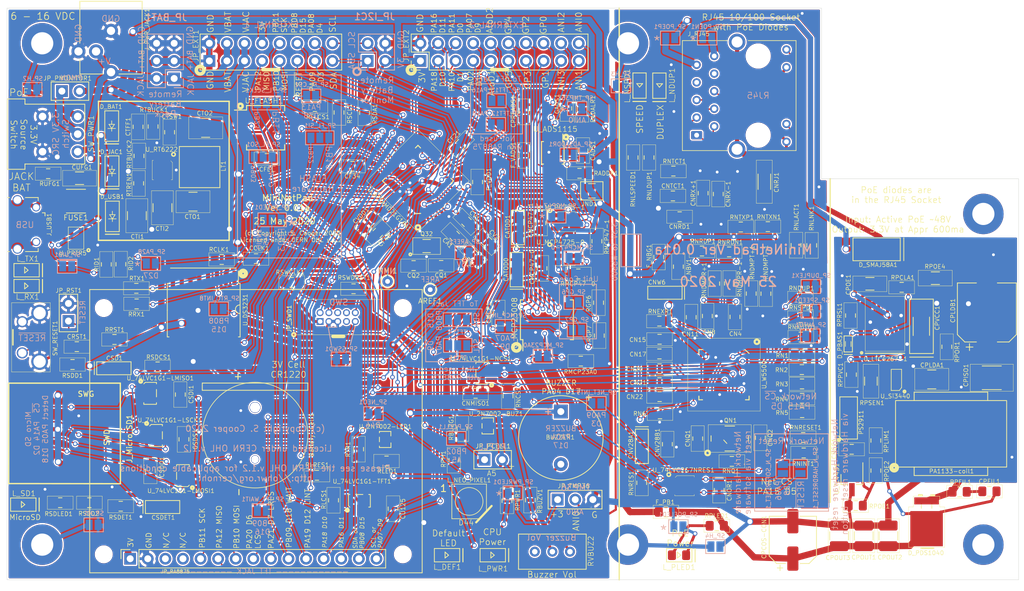
<source format=kicad_pcb>
(kicad_pcb (version 20171130) (host pcbnew "(5.1.2-1)-1")

  (general
    (thickness 1.6)
    (drawings 201)
    (tracks 2296)
    (zones 0)
    (modules 257)
    (nets 208)
  )

  (page USLedger)
  (title_block
    (date 2019-12-29)
  )

  (layers
    (0 F.Cu signal)
    (31 B.Cu signal)
    (32 B.Adhes user hide)
    (33 F.Adhes user hide)
    (34 B.Paste user)
    (35 F.Paste user)
    (36 B.SilkS user)
    (37 F.SilkS user)
    (38 B.Mask user hide)
    (39 F.Mask user hide)
    (40 Dwgs.User user)
    (41 Cmts.User user)
    (42 Eco1.User user)
    (43 Eco2.User user)
    (44 Edge.Cuts user)
    (45 Margin user)
    (46 B.CrtYd user)
    (47 F.CrtYd user)
    (48 B.Fab user)
    (49 F.Fab user)
  )

  (setup
    (last_trace_width 0.2032)
    (trace_clearance 0.1778)
    (zone_clearance 0.2032)
    (zone_45_only no)
    (trace_min 0.1778)
    (via_size 0.6604)
    (via_drill 0.4064)
    (via_min_size 0.4064)
    (via_min_drill 0.3556)
    (uvia_size 0.3)
    (uvia_drill 0.1)
    (uvias_allowed no)
    (uvia_min_size 0.2)
    (uvia_min_drill 0.1)
    (edge_width 0.05)
    (segment_width 0.2)
    (pcb_text_width 0.3)
    (pcb_text_size 1.5 1.5)
    (mod_edge_width 0.12)
    (mod_text_size 0.5 0.5)
    (mod_text_width 0.07)
    (pad_size 2.2 2.2)
    (pad_drill 2.2)
    (pad_to_mask_clearance 0.0254)
    (solder_mask_min_width 0.0254)
    (aux_axis_origin 0 0)
    (visible_elements FEFDBF7F)
    (pcbplotparams
      (layerselection 0x010fc_ffffffff)
      (usegerberextensions false)
      (usegerberattributes false)
      (usegerberadvancedattributes false)
      (creategerberjobfile false)
      (excludeedgelayer true)
      (linewidth 0.100000)
      (plotframeref false)
      (viasonmask false)
      (mode 1)
      (useauxorigin false)
      (hpglpennumber 1)
      (hpglpenspeed 20)
      (hpglpendiameter 15.000000)
      (psnegative false)
      (psa4output false)
      (plotreference true)
      (plotvalue true)
      (plotinvisibletext false)
      (padsonsilk false)
      (subtractmaskfromsilk false)
      (outputformat 4)
      (mirror false)
      (drillshape 0)
      (scaleselection 1)
      (outputdirectory ""))
  )

  (net 0 "")
  (net 1 GND)
  (net 2 MISOSD)
  (net 3 +3V3)
  (net 4 PA12-MISO)
  (net 5 NET-MISO)
  (net 6 MOSISD)
  (net 7 SCKSD)
  (net 8 ~RESET~)
  (net 9 +3.3VA)
  (net 10 /3REG)
  (net 11 +3.3VP)
  (net 12 GNDA)
  (net 13 "Net-(CN22-Pad2)")
  (net 14 "Net-(CNQ1-Pad1)")
  (net 15 "Net-(CNQ2-Pad1)")
  (net 16 "Net-(CNRD1-Pad1)")
  (net 17 GNDPWR)
  (net 18 "Net-(CNRX+1-Pad1)")
  (net 19 "Net-(CNRX+1-Pad2)")
  (net 20 "Net-(CNRX-1-Pad1)")
  (net 21 "Net-(CNRX-1-Pad2)")
  (net 22 "Net-(CNTCT1-Pad2)")
  (net 23 "Net-(CPCC1-Pad2)")
  (net 24 "Net-(CPCC1-Pad1)")
  (net 25 /PV3)
  (net 26 "Net-(CPFIL1-Pad1)")
  (net 27 GNDREF)
  (net 28 /VPORTP)
  (net 29 /VPORTN)
  (net 30 /PVCC)
  (net 31 /RUN)
  (net 32 "Net-(H1-Pad1)")
  (net 33 "Net-(H2-Pad1)")
  (net 34 "Net-(H3-Pad1)")
  (net 35 "Net-(H4-Pad1)")
  (net 36 /NN)
  (net 37 /PP)
  (net 38 /PLUS)
  (net 39 "Net-(L_DEF1-Pad1)")
  (net 40 "Net-(L_PWR1-Pad1)")
  (net 41 "Net-(L_SD1-Pad1)")
  (net 42 /NGATE)
  (net 43 /RCLASS)
  (net 44 /SENSE)
  (net 45 NETRST)
  (net 46 "Net-(RN1-Pad1)")
  (net 47 "Net-(RN2-Pad1)")
  (net 48 "Net-(RN3-Pad1)")
  (net 49 "Net-(RN4-Pad1)")
  (net 50 "Net-(RN5-Pad1)")
  (net 51 "Net-(RNEXR1-Pad2)")
  (net 52 "Net-(RNLACT1-Pad2)")
  (net 53 "Net-(RNLDUP1-Pad2)")
  (net 54 "Net-(RNLNK1-Pad2)")
  (net 55 "Net-(RNLSPEED1-Pad2)")
  (net 56 "Net-(RNSPD1-Pad1)")
  (net 57 /SEN)
  (net 58 PB11-SCK)
  (net 59 PB10-MOSI)
  (net 60 "Net-(CTSW1-Pad2)")
  (net 61 "Net-(CTSW1-Pad1)")
  (net 62 "Net-(CUFG1-Pad1)")
  (net 63 "Net-(RNDMPR-1-Pad2)")
  (net 64 "Net-(RNDMPT-1-Pad2)")
  (net 65 "Net-(PA1133-coil1-Pad4)")
  (net 66 "Net-(PA1133-coil1-Pad2)")
  (net 67 "Net-(PA1133-coil1-Pad1)")
  (net 68 PA23-SCL)
  (net 69 PA22-SDA)
  (net 70 "Net-(PS2911-Pad1)")
  (net 71 TFT-MISO)
  (net 72 "Net-(BUZZER1-Pad2)")
  (net 73 /FB)
  (net 74 "Net-(FUSE1-Pad2)")
  (net 75 "Net-(RNAUTO1-Pad1)")
  (net 76 "Net-(RNDUP1-Pad1)")
  (net 77 "Net-(RNINT1-Pad1)")
  (net 78 "Net-(J_USB1-Pad4)")
  (net 79 "Net-(CV1-Pad1)")
  (net 80 "Net-(J_RJ45-Pad14)")
  (net 81 "Net-(J_RJ45-Pad5)")
  (net 82 "Net-(J_RJ45-Pad6)")
  (net 83 "Net-(J_RJ45-Pad12)")
  (net 84 "Net-(JP_SWD1-Pad10)")
  (net 85 "Net-(JP_SWD1-Pad9)")
  (net 86 "Net-(JP_SWD1-Pad8)")
  (net 87 "Net-(JP_SWD1-Pad7)")
  (net 88 "Net-(JP_SWD1-Pad6)")
  (net 89 "Net-(U_DS3231-Pad4)")
  (net 90 "Net-(U_DS3231-Pad1)")
  (net 91 "Net-(U_LTC4267-1-Pad11)")
  (net 92 "Net-(U_LTC4267-1-Pad6)")
  (net 93 "Net-(U_W5500-Pad47)")
  (net 94 "Net-(U_W5500-Pad46)")
  (net 95 "Net-(U_W5500-Pad18)")
  (net 96 "Net-(U_W5500-Pad13)")
  (net 97 "Net-(U_W5500-Pad12)")
  (net 98 "Net-(U_W5500-Pad7)")
  (net 99 "Net-(CQ1-Pad1)")
  (net 100 "Net-(CQ2-Pad2)")
  (net 101 "Net-(CTI1-Pad2)")
  (net 102 "Net-(RCLK1-Pad1)")
  (net 103 "Net-(RTREN1-Pad2)")
  (net 104 "Net-(CVDD1-Pad2)")
  (net 105 "Net-(CN20-Pad2)")
  (net 106 "Net-(RN6-Pad2)")
  (net 107 "Net-(RNDMPR+1-Pad2)")
  (net 108 "Net-(RNDMPT+1-Pad2)")
  (net 109 "Net-(L_NDUP1-Pad1)")
  (net 110 "Net-(L_NSPD1-Pad1)")
  (net 111 "Net-(L_PLED1-Pad2)")
  (net 112 "Net-(L_RX1-Pad1)")
  (net 113 "Net-(L_TX1-Pad1)")
  (net 114 "Net-(RID1-Pad2)")
  (net 115 "Net-(RID2-Pad1)")
  (net 116 "Net-(D_PBAS1-Pad1)")
  (net 117 "Net-(D_PDS1040-Pad2)")
  (net 118 "Net-(L_PLED1-Pad1)")
  (net 119 "Net-(Battery-Cell1-Pad1)")
  (net 120 "Net-(RLED1-Pad1)")
  (net 121 +3V0)
  (net 122 "Net-(L_PWR1-Pad2)")
  (net 123 "Net-(RVBUZ2-Pad1)")
  (net 124 "Net-(RVBUZ2-Pad2)")
  (net 125 ADSGD)
  (net 126 ADSVV)
  (net 127 AIN1)
  (net 128 AIN2)
  (net 129 AIN3)
  (net 130 "Net-(MPOE1-Pad1)")
  (net 131 "Net-(MPOE2-Pad1)")
  (net 132 "Net-(RBUZV1-Pad2)")
  (net 133 "Net-(RADALR1-Pad2)")
  (net 134 PWR_JACK)
  (net 135 PWR_USB)
  (net 136 PWR_BAT)
  (net 137 "Net-(RRX1-Pad1)")
  (net 138 GP0)
  (net 139 GP7)
  (net 140 GP6)
  (net 141 GP5)
  (net 142 GP4)
  (net 143 GP1)
  (net 144 GP2)
  (net 145 GP3)
  (net 146 "Net-(U_MCP23008-Pad7)")
  (net 147 "Net-(U_MCP23008-Pad10)")
  (net 148 "Net-(U_MCP23008-Pad11)")
  (net 149 "Net-(L_NEO_PIXEL1-Pad2)")
  (net 150 "Net-(L_NEO_PIXEL1-Pad4)")
  (net 151 "Net-(JP_PCELL1-Pad1)")
  (net 152 "Net-(JP_TMP36-Pad2)")
  (net 153 "Net-(RADDR1-Pad2)")
  (net 154 ANI0-TMP36)
  (net 155 FLCS)
  (net 156 FLSCK)
  (net 157 FLMOSI)
  (net 158 FLMISO)
  (net 159 "Net-(SP_N_HARDRESET_1-Pad2)")
  (net 160 "Net-(SP_N_SOFTRESET_1-Pad2)")
  (net 161 MCP47-V1)
  (net 162 MCP47-V0)
  (net 163 MCP47-A0)
  (net 164 MCP47-A1)
  (net 165 "Net-(RMCP23A0-Pad1)")
  (net 166 "Net-(SP_MCP_INT7-Pad2)")
  (net 167 "Net-(JP_RA8875-Pad4)")
  (net 168 "Net-(JP_RA8875-Pad3)")
  (net 169 PA03-D42-AREF)
  (net 170 PA05-D18-A4-SDINT)
  (net 171 PA14-D2-SDCS)
  (net 172 PA25-D29-USBD+)
  (net 173 PA24-D28-USBD-)
  (net 174 PA08-D4-NMI)
  (net 175 PA09-D3-NETINT)
  (net 176 PA18-D10-RX2-TFT)
  (net 177 PA16-D11-TX2-TFT)
  (net 178 PA10-D1-TX1)
  (net 179 PA11-D0-RX1)
  (net 180 PA02-D14-A0)
  (net 181 PA20-D6-TFT_CS)
  (net 182 PA21-D7-TFT_RESET)
  (net 183 PA19-D12-TFT_INT3)
  (net 184 PA30-D44-SWDCLK)
  (net 185 PA31-D45-SWDIO)
  (net 186 PA04-D17-A3-BUZ)
  (net 187 PA15-D5-NETCS)
  (net 188 PA06-D8-NETRES)
  (net 189 PA17-D13-DEFLED)
  (net 190 PA27-D26-LTX)
  (net 191 PA13-D38-FLCS)
  (net 192 PB23-D31-FLSCLK)
  (net 193 PB22-D30-FLSI)
  (net 194 PB03-D25-LRX-FLSO)
  (net 195 PA28-D27-USBENA)
  (net 196 PB02-D19-A5-PC)
  (net 197 PB09-D16-A2-TFT_WAIT)
  (net 198 "Net-(JP_PMONITOR1-Pad1)")
  (net 199 "Net-(J_Micro_SD1-Pad1)")
  (net 200 "Net-(J_Micro_SD1-Pad8)")
  (net 201 PB08-D15-A1-RTCINT-TFT)
  (net 202 PA07-D9-I2S-MCPINT-TFT)
  (net 203 TFT-WAIT)
  (net 204 TFT-12)
  (net 205 TFT-13)
  (net 206 TFT-14)
  (net 207 TFT-15)

  (net_class Default "This is the default net class."
    (clearance 0.1778)
    (trace_width 0.2032)
    (via_dia 0.6604)
    (via_drill 0.4064)
    (uvia_dia 0.3)
    (uvia_drill 0.1)
    (diff_pair_width 0.2032)
    (diff_pair_gap 0.25)
    (add_net +3.3VA)
    (add_net +3.3VP)
    (add_net +3V0)
    (add_net +3V3)
    (add_net /3REG)
    (add_net /FB)
    (add_net /NGATE)
    (add_net /NN)
    (add_net /PLUS)
    (add_net /PP)
    (add_net /PV3)
    (add_net /PVCC)
    (add_net /RCLASS)
    (add_net /RUN)
    (add_net /SEN)
    (add_net /SENSE)
    (add_net /VPORTN)
    (add_net /VPORTP)
    (add_net ADSGD)
    (add_net ADSVV)
    (add_net AIN1)
    (add_net AIN2)
    (add_net AIN3)
    (add_net ANI0-TMP36)
    (add_net FLCS)
    (add_net FLMISO)
    (add_net FLMOSI)
    (add_net FLSCK)
    (add_net GND)
    (add_net GNDA)
    (add_net GNDPWR)
    (add_net GNDREF)
    (add_net GP0)
    (add_net GP1)
    (add_net GP2)
    (add_net GP3)
    (add_net GP4)
    (add_net GP5)
    (add_net GP6)
    (add_net GP7)
    (add_net MCP47-A0)
    (add_net MCP47-A1)
    (add_net MCP47-V0)
    (add_net MCP47-V1)
    (add_net MISOSD)
    (add_net MOSISD)
    (add_net NET-MISO)
    (add_net NETRST)
    (add_net "Net-(BUZZER1-Pad2)")
    (add_net "Net-(Battery-Cell1-Pad1)")
    (add_net "Net-(CN20-Pad2)")
    (add_net "Net-(CN22-Pad2)")
    (add_net "Net-(CNQ1-Pad1)")
    (add_net "Net-(CNQ2-Pad1)")
    (add_net "Net-(CNRD1-Pad1)")
    (add_net "Net-(CNRX+1-Pad1)")
    (add_net "Net-(CNRX+1-Pad2)")
    (add_net "Net-(CNRX-1-Pad1)")
    (add_net "Net-(CNRX-1-Pad2)")
    (add_net "Net-(CNTCT1-Pad2)")
    (add_net "Net-(CPCC1-Pad1)")
    (add_net "Net-(CPCC1-Pad2)")
    (add_net "Net-(CPFIL1-Pad1)")
    (add_net "Net-(CQ1-Pad1)")
    (add_net "Net-(CQ2-Pad2)")
    (add_net "Net-(CTI1-Pad2)")
    (add_net "Net-(CTSW1-Pad1)")
    (add_net "Net-(CTSW1-Pad2)")
    (add_net "Net-(CUFG1-Pad1)")
    (add_net "Net-(CV1-Pad1)")
    (add_net "Net-(CVDD1-Pad2)")
    (add_net "Net-(D_PBAS1-Pad1)")
    (add_net "Net-(D_PDS1040-Pad2)")
    (add_net "Net-(FUSE1-Pad2)")
    (add_net "Net-(H1-Pad1)")
    (add_net "Net-(H2-Pad1)")
    (add_net "Net-(H3-Pad1)")
    (add_net "Net-(H4-Pad1)")
    (add_net "Net-(JP_PCELL1-Pad1)")
    (add_net "Net-(JP_PMONITOR1-Pad1)")
    (add_net "Net-(JP_RA8875-Pad3)")
    (add_net "Net-(JP_RA8875-Pad4)")
    (add_net "Net-(JP_SWD1-Pad10)")
    (add_net "Net-(JP_SWD1-Pad6)")
    (add_net "Net-(JP_SWD1-Pad7)")
    (add_net "Net-(JP_SWD1-Pad8)")
    (add_net "Net-(JP_SWD1-Pad9)")
    (add_net "Net-(JP_TMP36-Pad2)")
    (add_net "Net-(J_Micro_SD1-Pad1)")
    (add_net "Net-(J_Micro_SD1-Pad8)")
    (add_net "Net-(J_RJ45-Pad12)")
    (add_net "Net-(J_RJ45-Pad14)")
    (add_net "Net-(J_RJ45-Pad5)")
    (add_net "Net-(J_RJ45-Pad6)")
    (add_net "Net-(J_USB1-Pad4)")
    (add_net "Net-(L_DEF1-Pad1)")
    (add_net "Net-(L_NDUP1-Pad1)")
    (add_net "Net-(L_NEO_PIXEL1-Pad2)")
    (add_net "Net-(L_NEO_PIXEL1-Pad4)")
    (add_net "Net-(L_NSPD1-Pad1)")
    (add_net "Net-(L_PLED1-Pad1)")
    (add_net "Net-(L_PLED1-Pad2)")
    (add_net "Net-(L_PWR1-Pad1)")
    (add_net "Net-(L_PWR1-Pad2)")
    (add_net "Net-(L_RX1-Pad1)")
    (add_net "Net-(L_SD1-Pad1)")
    (add_net "Net-(L_TX1-Pad1)")
    (add_net "Net-(MPOE1-Pad1)")
    (add_net "Net-(MPOE2-Pad1)")
    (add_net "Net-(PA1133-coil1-Pad1)")
    (add_net "Net-(PA1133-coil1-Pad2)")
    (add_net "Net-(PA1133-coil1-Pad4)")
    (add_net "Net-(PS2911-Pad1)")
    (add_net "Net-(RADALR1-Pad2)")
    (add_net "Net-(RADDR1-Pad2)")
    (add_net "Net-(RBUZV1-Pad2)")
    (add_net "Net-(RCLK1-Pad1)")
    (add_net "Net-(RID1-Pad2)")
    (add_net "Net-(RID2-Pad1)")
    (add_net "Net-(RLED1-Pad1)")
    (add_net "Net-(RMCP23A0-Pad1)")
    (add_net "Net-(RN1-Pad1)")
    (add_net "Net-(RN2-Pad1)")
    (add_net "Net-(RN3-Pad1)")
    (add_net "Net-(RN4-Pad1)")
    (add_net "Net-(RN5-Pad1)")
    (add_net "Net-(RN6-Pad2)")
    (add_net "Net-(RNAUTO1-Pad1)")
    (add_net "Net-(RNDMPR+1-Pad2)")
    (add_net "Net-(RNDMPR-1-Pad2)")
    (add_net "Net-(RNDMPT+1-Pad2)")
    (add_net "Net-(RNDMPT-1-Pad2)")
    (add_net "Net-(RNDUP1-Pad1)")
    (add_net "Net-(RNEXR1-Pad2)")
    (add_net "Net-(RNINT1-Pad1)")
    (add_net "Net-(RNLACT1-Pad2)")
    (add_net "Net-(RNLDUP1-Pad2)")
    (add_net "Net-(RNLNK1-Pad2)")
    (add_net "Net-(RNLSPEED1-Pad2)")
    (add_net "Net-(RNSPD1-Pad1)")
    (add_net "Net-(RRX1-Pad1)")
    (add_net "Net-(RTREN1-Pad2)")
    (add_net "Net-(RVBUZ2-Pad1)")
    (add_net "Net-(RVBUZ2-Pad2)")
    (add_net "Net-(SP_MCP_INT7-Pad2)")
    (add_net "Net-(SP_N_HARDRESET_1-Pad2)")
    (add_net "Net-(SP_N_SOFTRESET_1-Pad2)")
    (add_net "Net-(U_DS3231-Pad1)")
    (add_net "Net-(U_DS3231-Pad4)")
    (add_net "Net-(U_LTC4267-1-Pad11)")
    (add_net "Net-(U_LTC4267-1-Pad6)")
    (add_net "Net-(U_MCP23008-Pad10)")
    (add_net "Net-(U_MCP23008-Pad11)")
    (add_net "Net-(U_MCP23008-Pad7)")
    (add_net "Net-(U_W5500-Pad12)")
    (add_net "Net-(U_W5500-Pad13)")
    (add_net "Net-(U_W5500-Pad18)")
    (add_net "Net-(U_W5500-Pad46)")
    (add_net "Net-(U_W5500-Pad47)")
    (add_net "Net-(U_W5500-Pad7)")
    (add_net PA02-D14-A0)
    (add_net PA03-D42-AREF)
    (add_net PA04-D17-A3-BUZ)
    (add_net PA05-D18-A4-SDINT)
    (add_net PA06-D8-NETRES)
    (add_net PA07-D9-I2S-MCPINT-TFT)
    (add_net PA08-D4-NMI)
    (add_net PA09-D3-NETINT)
    (add_net PA10-D1-TX1)
    (add_net PA11-D0-RX1)
    (add_net PA12-MISO)
    (add_net PA13-D38-FLCS)
    (add_net PA14-D2-SDCS)
    (add_net PA15-D5-NETCS)
    (add_net PA16-D11-TX2-TFT)
    (add_net PA17-D13-DEFLED)
    (add_net PA18-D10-RX2-TFT)
    (add_net PA19-D12-TFT_INT3)
    (add_net PA20-D6-TFT_CS)
    (add_net PA21-D7-TFT_RESET)
    (add_net PA22-SDA)
    (add_net PA23-SCL)
    (add_net PA24-D28-USBD-)
    (add_net PA25-D29-USBD+)
    (add_net PA27-D26-LTX)
    (add_net PA28-D27-USBENA)
    (add_net PA30-D44-SWDCLK)
    (add_net PA31-D45-SWDIO)
    (add_net PB02-D19-A5-PC)
    (add_net PB03-D25-LRX-FLSO)
    (add_net PB08-D15-A1-RTCINT-TFT)
    (add_net PB09-D16-A2-TFT_WAIT)
    (add_net PB10-MOSI)
    (add_net PB11-SCK)
    (add_net PB22-D30-FLSI)
    (add_net PB23-D31-FLSCLK)
    (add_net PWR_BAT)
    (add_net PWR_JACK)
    (add_net PWR_USB)
    (add_net SCKSD)
    (add_net TFT-12)
    (add_net TFT-13)
    (add_net TFT-14)
    (add_net TFT-15)
    (add_net TFT-MISO)
    (add_net TFT-WAIT)
    (add_net ~RESET~)
  )

  (module Jumper:SolderJumper-2_P1.3mm_Open_Pad1.0x1.5mm (layer B.Cu) (tedit 5DC4ACA6) (tstamp 5DFC9CE8)
    (at 30.56128 43.42638)
    (descr "SMD Solder Jumper, 1x1.5mm Pads, 0.3mm gap, open")
    (tags "solder jumper open")
    (path /5E44DEB6)
    (attr virtual)
    (fp_text reference SP_RTC_INT8 (at 0.11684 -1.51892) (layer B.SilkS)
      (effects (font (size 0.6096 0.6096) (thickness 0.0889)) (justify mirror))
    )
    (fp_text value S_RTCINT (at 0 -1.5 180) (layer B.Fab) hide
      (effects (font (size 0.6096 0.6096) (thickness 0.0889)) (justify mirror))
    )
    (fp_line (start -1.4 1) (end 1.4 1) (layer B.SilkS) (width 0.12))
    (fp_line (start 1.4 1) (end 1.4 -1) (layer B.SilkS) (width 0.12))
    (fp_line (start 1.4 -1) (end -1.4 -1) (layer B.SilkS) (width 0.12))
    (fp_line (start -1.4 -1) (end -1.4 1) (layer B.SilkS) (width 0.12))
    (pad 1 smd rect (at -0.65 0) (size 1 1.5) (layers B.Cu B.Mask)
      (net 102 "Net-(RCLK1-Pad1)"))
    (pad 2 smd rect (at 0.65 0) (size 1 1.5) (layers B.Cu B.Mask)
      (net 201 PB08-D15-A1-RTCINT-TFT))
  )

  (module MountingHole:MountingHole_2.2mm_M2 locked (layer F.Cu) (tedit 5E8630A0) (tstamp 5E87247C)
    (at 57.15 43.307)
    (descr "Mounting Hole 2.2mm, no annular, M2")
    (tags "mounting hole 2.2mm no annular m2")
    (path /5EB2E821)
    (attr virtual)
    (fp_text reference HRA8875-1 (at 0.28702 -1.99644) (layer F.SilkS) hide
      (effects (font (size 0.508 0.508) (thickness 0.0762)))
    )
    (fp_text value MountingHole (at -0.22606 1.9812) (layer F.Fab) hide
      (effects (font (size 0.635 0.635) (thickness 0.0762)))
    )
    (fp_circle (center 0 0) (end 1.5748 0) (layer F.CrtYd) (width 0.05))
    (fp_circle (center 0 0) (end 1.524 0) (layer Cmts.User) (width 0.15))
    (fp_text user %R (at 2.8321 1.19634) (layer F.Fab) hide
      (effects (font (size 0.635 0.635) (thickness 0.0762)))
    )
    (pad 1 np_thru_hole circle (at 0 0) (size 2.2 2.2) (drill 2.2) (layers *.Cu *.Mask))
  )

  (module MountingHole:MountingHole_2.2mm_M2 locked (layer F.Cu) (tedit 5E8630A0) (tstamp 5E87298B)
    (at 13.97 43.307)
    (descr "Mounting Hole 2.2mm, no annular, M2")
    (tags "mounting hole 2.2mm no annular m2")
    (path /5EC90CB6)
    (attr virtual)
    (fp_text reference HRA8875-2 (at 0.28702 -1.99644) (layer F.SilkS) hide
      (effects (font (size 0.508 0.508) (thickness 0.0762)))
    )
    (fp_text value MountingHole (at -0.22606 1.9812) (layer F.Fab) hide
      (effects (font (size 0.635 0.635) (thickness 0.0762)))
    )
    (fp_circle (center 0 0) (end 1.5748 0) (layer F.CrtYd) (width 0.05))
    (fp_circle (center 0 0) (end 1.524 0) (layer Cmts.User) (width 0.15))
    (fp_text user %R (at 2.8321 1.19634) (layer F.Fab) hide
      (effects (font (size 0.635 0.635) (thickness 0.0762)))
    )
    (pad 1 np_thru_hole circle (at 0 0) (size 2.2 2.2) (drill 2.2) (layers *.Cu *.Mask))
  )

  (module MountingHole:MountingHole_2.2mm_M2 locked (layer F.Cu) (tedit 5E8630A0) (tstamp 5E872993)
    (at 57.15 78.867)
    (descr "Mounting Hole 2.2mm, no annular, M2")
    (tags "mounting hole 2.2mm no annular m2")
    (path /5EC93442)
    (attr virtual)
    (fp_text reference HRA8875-3 (at 0.28702 -1.99644) (layer F.SilkS) hide
      (effects (font (size 0.508 0.508) (thickness 0.0762)))
    )
    (fp_text value MountingHole (at -0.22606 1.9812) (layer F.Fab) hide
      (effects (font (size 0.635 0.635) (thickness 0.0762)))
    )
    (fp_circle (center 0 0) (end 1.5748 0) (layer F.CrtYd) (width 0.05))
    (fp_circle (center 0 0) (end 1.524 0) (layer Cmts.User) (width 0.15))
    (fp_text user %R (at 2.8321 1.19634) (layer F.Fab) hide
      (effects (font (size 0.635 0.635) (thickness 0.0762)))
    )
    (pad 1 np_thru_hole circle (at 0 0) (size 2.2 2.2) (drill 2.2) (layers *.Cu *.Mask))
  )

  (module MountingHole:MountingHole_2.2mm_M2 locked (layer F.Cu) (tedit 5E8630A0) (tstamp 5E87299B)
    (at 13.97 78.867)
    (descr "Mounting Hole 2.2mm, no annular, M2")
    (tags "mounting hole 2.2mm no annular m2")
    (path /5EC95CDA)
    (attr virtual)
    (fp_text reference HRA8875-4 (at 0.28702 -1.99644) (layer F.SilkS) hide
      (effects (font (size 0.508 0.508) (thickness 0.0762)))
    )
    (fp_text value MountingHole (at -0.22606 1.9812) (layer F.Fab) hide
      (effects (font (size 0.635 0.635) (thickness 0.0762)))
    )
    (fp_circle (center 0 0) (end 1.5748 0) (layer F.CrtYd) (width 0.05))
    (fp_circle (center 0 0) (end 1.524 0) (layer Cmts.User) (width 0.15))
    (fp_text user %R (at 2.8321 1.19634) (layer F.Fab) hide
      (effects (font (size 0.635 0.635) (thickness 0.0762)))
    )
    (pad 1 np_thru_hole circle (at 0 0) (size 2.2 2.2) (drill 2.2) (layers *.Cu *.Mask))
  )

  (module Diode_SMD:D_Powermite2_AK (layer F.Cu) (tedit 5E855548) (tstamp 5E4659EC)
    (at 132.77088 74.24674 90)
    (descr "Microsemi Powermite 2 SMD power package (https://www.microsemi.com/packaging-information/partpackage/details?pid=5341)")
    (tags PowerMite2)
    (path /5D81E944)
    (attr smd)
    (fp_text reference D_PDS1040 (at -4.4196 -0.0889) (layer F.SilkS)
      (effects (font (size 0.6096 0.6096) (thickness 0.0762)))
    )
    (fp_text value PDS1040-13 (at 0.4572 3.0988 90) (layer F.Fab) hide
      (effects (font (size 0.6096 0.6096) (thickness 0.0762)))
    )
    (fp_line (start 3.95732 1.14046) (end 3.95732 0.63246) (layer F.SilkS) (width 0.2032))
    (fp_line (start 3.9751 -0.635) (end 3.9751 -1.143) (layer F.SilkS) (width 0.2032))
    (fp_line (start -3.7465 1.016) (end -3.74142 -0.7874) (layer F.SilkS) (width 0.2032))
    (fp_line (start 3.8608 -0.635) (end 3.8608 -1.143) (layer F.SilkS) (width 0.2032))
    (fp_line (start 3.8608 1.143) (end 3.8608 0.635) (layer F.SilkS) (width 0.2032))
    (fp_line (start -0.55 0.2) (end -0.55 -0.2) (layer F.Fab) (width 0.1))
    (fp_line (start -0.55 0) (end -0.8 0) (layer F.Fab) (width 0.1))
    (fp_line (start -0.55 0) (end -0.25 0.2) (layer F.Fab) (width 0.1))
    (fp_line (start -0.25 0.2) (end -0.25 -0.2) (layer F.Fab) (width 0.1))
    (fp_line (start -0.25 -0.2) (end -0.55 0) (layer F.Fab) (width 0.1))
    (fp_line (start -0.25 0) (end 0 0) (layer F.Fab) (width 0.1))
    (fp_line (start 2.52222 -0.75438) (end 2.02692 -0.75438) (layer F.SilkS) (width 0.12))
    (fp_line (start 2.5273 0.755) (end 2.032 0.755) (layer F.SilkS) (width 0.12))
    (fp_line (start 3.3 -0.635) (end 1.88 -0.635) (layer F.Fab) (width 0.1))
    (fp_line (start 3.3 0.635) (end 3.3 -0.635) (layer F.Fab) (width 0.1))
    (fp_line (start 3.3 0.635) (end 1.88 0.635) (layer F.Fab) (width 0.1))
    (fp_line (start -2.44 2.03) (end 1.88 2.03) (layer F.Fab) (width 0.1))
    (fp_line (start -2.44 -2.03) (end -2.44 2.03) (layer F.Fab) (width 0.1))
    (fp_line (start 1.88 -2.03) (end -2.44 -2.03) (layer F.Fab) (width 0.1))
    (fp_line (start 1.88 2.03) (end 1.88 -2.03) (layer F.Fab) (width 0.1))
    (fp_line (start -3.12 -0.89) (end -2.44 -0.89) (layer F.Fab) (width 0.1))
    (fp_line (start -3.12 0.89) (end -3.12 -0.89) (layer F.Fab) (width 0.1))
    (fp_line (start -2.44 0.89) (end -3.12 0.89) (layer F.Fab) (width 0.1))
    (fp_line (start -3.62 2.6) (end 2.22 2.6) (layer F.SilkS) (width 0.05))
    (fp_line (start 2.22 2.6) (end 2.22 1.905) (layer F.SilkS) (width 0.05))
    (fp_line (start 2.22 1.905) (end 3.7592 1.905) (layer F.SilkS) (width 0.05))
    (fp_line (start 3.7592 1.905) (end 3.7592 -1.905) (layer F.SilkS) (width 0.05))
    (fp_line (start 3.7592 -1.905) (end 2.22 -1.905) (layer F.SilkS) (width 0.05))
    (fp_line (start 2.22 -1.905) (end 2.22 -2.6) (layer F.SilkS) (width 0.05))
    (fp_line (start 2.22 -2.6) (end -3.62 -2.6) (layer F.SilkS) (width 0.05))
    (fp_line (start -3.62 -2.6) (end -3.62 2.6) (layer F.SilkS) (width 0.05))
    (fp_text user %R (at -0.3 -1 90) (layer F.Fab) hide
      (effects (font (size 1 1) (thickness 0.15)))
    )
    (pad 1 smd rect (at -0.9144 0 90) (size 5.08 4.700001) (layers F.Cu F.Paste F.Mask)
      (net 25 /PV3))
    (pad 2 smd rect (at 3.0988 0 90) (size 1.016 3.556) (layers F.Cu F.Paste F.Mask)
      (net 117 "Net-(D_PDS1040-Pad2)"))
    (model ${KISYS3DMOD}/Diode_SMD.3dshapes/D_Powermite2_AK.wrl
      (at (xyz 0 0 0))
      (scale (xyz 1 1 1))
      (rotate (xyz 0 0 0))
    )
  )

  (module Diode_SMD:D_SMA (layer F.Cu) (tedit 5E855250) (tstamp 5E856116)
    (at 125.57252 34.8234 180)
    (descr "Diode SMA (DO-214AC)")
    (tags "Diode SMA (DO-214AC)")
    (path /5D962C05)
    (attr smd)
    (fp_text reference D_SMAJ58A1 (at -0.20066 -2.24028 180) (layer F.SilkS)
      (effects (font (size 0.6096 0.6096) (thickness 0.0762)))
    )
    (fp_text value SMAJ58A-13-F (at 0 2.6) (layer F.Fab) hide
      (effects (font (size 1 1) (thickness 0.15)))
    )
    (fp_line (start 3.429 -1.649) (end 3.429 1.651) (layer F.SilkS) (width 0.12))
    (fp_line (start -3.90652 -1.64646) (end -3.90652 1.65354) (layer F.SilkS) (width 0.12))
    (fp_line (start -3.4 -1.65) (end 3.429 -1.65) (layer F.SilkS) (width 0.12))
    (fp_line (start -3.4 1.65) (end 3.429 1.651) (layer F.SilkS) (width 0.12))
    (fp_line (start -0.64944 0.00102) (end 0.50118 -0.79908) (layer F.Fab) (width 0.1))
    (fp_line (start -0.64944 0.00102) (end 0.50118 0.75032) (layer F.Fab) (width 0.1))
    (fp_line (start 0.50118 0.75032) (end 0.50118 -0.79908) (layer F.Fab) (width 0.1))
    (fp_line (start -0.64944 -0.79908) (end -0.64944 0.80112) (layer F.Fab) (width 0.1))
    (fp_line (start 0.50118 0.00102) (end 1.4994 0.00102) (layer F.Fab) (width 0.1))
    (fp_line (start -0.64944 0.00102) (end -1.55114 0.00102) (layer F.Fab) (width 0.1))
    (fp_line (start 2.3 -1.5) (end -2.3 -1.5) (layer F.Fab) (width 0.1))
    (fp_line (start 2.3 -1.5) (end 2.3 1.5) (layer F.Fab) (width 0.1))
    (fp_line (start -2.3 1.5) (end -2.3 -1.5) (layer F.Fab) (width 0.1))
    (fp_line (start 2.3 1.5) (end -2.3 1.5) (layer F.Fab) (width 0.1))
    (fp_line (start -3.4 -1.65) (end -3.4 1.65) (layer F.SilkS) (width 0.12))
    (fp_text user %R (at 0 -2.5) (layer F.Fab) hide
      (effects (font (size 1 1) (thickness 0.15)))
    )
    (pad 2 smd rect (at 2 0 180) (size 2.5 1.8) (layers F.Cu F.Paste F.Mask)
      (net 29 /VPORTN))
    (pad 1 smd rect (at -2 0 180) (size 2.5 1.8) (layers F.Cu F.Paste F.Mask)
      (net 38 /PLUS))
    (model ${KISYS3DMOD}/Diode_SMD.3dshapes/D_SMA.wrl
      (at (xyz 0 0 0))
      (scale (xyz 1 1 1))
      (rotate (xyz 0 0 0))
    )
  )

  (module Package_TO_SOT_SMD:SOT-23_Handsoldering (layer F.Cu) (tedit 5E730EBD) (tstamp 5E73BF94)
    (at 121.98858 68.0339 270)
    (descr "SOT-23, Handsoldering")
    (tags SOT-23)
    (path /5D81CCA0)
    (attr smd)
    (fp_text reference U_TLV431 (at -0.0762 2.17932 90) (layer F.SilkS)
      (effects (font (size 0.635 0.635) (thickness 0.0762)))
    )
    (fp_text value TLV431 (at 0.04318 2.19456 90) (layer F.Fab) hide
      (effects (font (size 0.508 0.508) (thickness 0.0762)))
    )
    (fp_line (start 0.76 1.58) (end -0.7 1.58) (layer F.SilkS) (width 0.12))
    (fp_line (start -0.7 1.52) (end 0.7 1.52) (layer F.Fab) (width 0.1))
    (fp_line (start 0.7 -1.52) (end 0.7 1.52) (layer F.Fab) (width 0.1))
    (fp_line (start -0.7 -0.95) (end -0.15 -1.52) (layer F.Fab) (width 0.1))
    (fp_line (start -0.15 -1.52) (end 0.7 -1.52) (layer F.Fab) (width 0.1))
    (fp_line (start -0.7 -0.95) (end -0.7 1.5) (layer F.Fab) (width 0.1))
    (fp_line (start 0.76 -1.58) (end -2.4 -1.58) (layer F.SilkS) (width 0.12))
    (fp_line (start 0.76 -1.58) (end 0.76 -0.65) (layer F.SilkS) (width 0.12))
    (fp_line (start 0.76 1.58) (end 0.76 0.65) (layer F.SilkS) (width 0.12))
    (fp_text user %R (at 0 0) (layer F.Fab) hide
      (effects (font (size 0.5 0.5) (thickness 0.075)))
    )
    (pad 3 smd rect (at 1.5 0 270) (size 1.9 0.8) (layers F.Cu F.Paste F.Mask)
      (net 1 GND))
    (pad 2 smd rect (at -1.5 0.95 270) (size 1.9 0.8) (layers F.Cu F.Paste F.Mask)
      (net 24 "Net-(CPCC1-Pad1)"))
    (pad 1 smd rect (at -1.5 -0.95 270) (size 1.9 0.8) (layers F.Cu F.Paste F.Mask)
      (net 23 "Net-(CPCC1-Pad2)"))
    (model ${KISYS3DMOD}/Package_TO_SOT_SMD.3dshapes/SOT-23.wrl
      (at (xyz 0 0 0))
      (scale (xyz 1 1 1))
      (rotate (xyz 0 0 0))
    )
  )

  (module Package_SO:TSOP-6_1.65x3.05mm_P0.95mm (layer F.Cu) (tedit 5E730C87) (tstamp 5E465803)
    (at 128.41478 53.67782 180)
    (descr "TSOP-6 package (comparable to TSOT-23), https://www.vishay.com/docs/71200/71200.pdf")
    (tags "Jedec MO-193C TSOP-6L")
    (path /5D81DA87)
    (attr smd)
    (fp_text reference U_Si3440 (at 0.16002 -2.35712) (layer F.SilkS)
      (effects (font (size 0.6096 0.6096) (thickness 0.0762)))
    )
    (fp_text value Si3440 (at 0 2.5) (layer F.Fab) hide
      (effects (font (size 0.6096 0.6096) (thickness 0.0635)))
    )
    (fp_circle (center -1.1684 -1.6764) (end -1.143 -1.6256) (layer F.SilkS) (width 0.12))
    (fp_circle (center -1.1684 -1.6764) (end -1.0922 -1.6002) (layer F.SilkS) (width 0.12))
    (fp_circle (center -1.1684 -1.6764) (end -1.0414 -1.4986) (layer F.SilkS) (width 0.12))
    (fp_line (start 0.7493 -1.52854) (end 0.7493 1.52146) (layer F.SilkS) (width 0.1))
    (fp_line (start 0.7493 1.52654) (end -0.74676 1.52654) (layer F.SilkS) (width 0.1))
    (fp_line (start -0.7493 -1.101) (end -0.7493 1.524) (layer F.SilkS) (width 0.1))
    (fp_line (start 0.75184 -1.52654) (end -0.425 -1.52654) (layer F.SilkS) (width 0.1))
    (fp_line (start -0.7493 -1.101) (end -0.425 -1.525) (layer F.SilkS) (width 0.1))
    (pad 6 smd rect (at 1.27 -0.95 180) (size 1.651 0.508) (layers F.Cu F.Paste F.Mask)
      (net 65 "Net-(PA1133-coil1-Pad4)"))
    (pad 5 smd rect (at 1.27 0 180) (size 1.651 0.508) (layers F.Cu F.Paste F.Mask)
      (net 65 "Net-(PA1133-coil1-Pad4)"))
    (pad 4 smd rect (at 1.27 0.95 180) (size 1.651 0.508) (layers F.Cu F.Paste F.Mask)
      (net 57 /SEN))
    (pad 3 smd rect (at -1.27 0.95 180) (size 1.651 0.508) (layers F.Cu F.Paste F.Mask)
      (net 42 /NGATE))
    (pad 2 smd rect (at -1.27 0 180) (size 1.651 0.508) (layers F.Cu F.Paste F.Mask)
      (net 65 "Net-(PA1133-coil1-Pad4)"))
    (pad 1 smd rect (at -1.27 -0.95 180) (size 1.651 0.508) (layers F.Cu F.Paste F.Mask)
      (net 65 "Net-(PA1133-coil1-Pad4)"))
    (model ${KISYS3DMOD}/Package_SO.3dshapes/TSOP-6_1.65x3.05mm_P0.95mm.wrl
      (at (xyz 0 0 0))
      (scale (xyz 1 1 1))
      (rotate (xyz 0 0 0))
    )
  )

  (module Package_SO:TSSOP-16_4.4x5mm_P0.65mm (layer F.Cu) (tedit 5E23F423) (tstamp 5E465A46)
    (at 126.81966 45.57776 90)
    (descr "16-Lead Plastic Thin Shrink Small Outline (ST)-4.4 mm Body [TSSOP] (see Microchip Packaging Specification 00000049BS.pdf)")
    (tags "SSOP 0.65")
    (path /5D8162F0)
    (attr smd)
    (fp_text reference U_LTC4267-1 (at -5.08254 0.01778) (layer F.SilkS)
      (effects (font (size 0.6096 0.6096) (thickness 0.0762)))
    )
    (fp_text value LTC4267IGN-1#PBF (at 1.2192 3.3782 90) (layer F.Fab) hide
      (effects (font (size 0.6096 0.6096) (thickness 0.0635)))
    )
    (fp_line (start -4.2672 2.794) (end -4.2672 -2.8956) (layer F.SilkS) (width 0.15))
    (fp_circle (center -4.191 -3.429) (end -4.1656 -3.3528) (layer F.SilkS) (width 0.12))
    (fp_circle (center -4.191 -3.429) (end -4.1148 -3.2512) (layer F.SilkS) (width 0.12))
    (fp_line (start -3.95 2.8) (end 3.95 2.8) (layer F.SilkS) (width 0.05))
    (fp_line (start -3.95 -2.9) (end 3.95 -2.9) (layer F.SilkS) (width 0.05))
    (fp_line (start 3.95 -2.9) (end 3.95 2.8) (layer F.SilkS) (width 0.05))
    (fp_line (start -3.95 -2.9) (end -3.95 2.8) (layer F.SilkS) (width 0.05))
    (pad 16 smd rect (at 2.95 -2.2225 90) (size 1.5 0.4191) (layers F.Cu F.Paste F.Mask)
      (net 27 GNDREF))
    (pad 15 smd rect (at 2.95 -1.5875 90) (size 1.5 0.4191) (layers F.Cu F.Paste F.Mask)
      (net 27 GNDREF))
    (pad 14 smd rect (at 2.95 -0.9525 90) (size 1.5 0.4191) (layers F.Cu F.Paste F.Mask)
      (net 44 /SENSE))
    (pad 13 smd rect (at 2.95 -0.3175 90) (size 1.5 0.4191) (layers F.Cu F.Paste F.Mask)
      (net 28 /VPORTP))
    (pad 12 smd rect (at 2.95 0.3175 90) (size 1.5 0.4191) (layers F.Cu F.Paste F.Mask)
      (net 29 /VPORTN))
    (pad 11 smd rect (at 2.95 0.9525 90) (size 1.5 0.4191) (layers F.Cu F.Paste F.Mask)
      (net 91 "Net-(U_LTC4267-1-Pad11)"))
    (pad 10 smd rect (at 2.95 1.5875 90) (size 1.5 0.4191) (layers F.Cu F.Paste F.Mask)
      (net 27 GNDREF))
    (pad 9 smd rect (at 2.95 2.2225 90) (size 1.5 0.4191) (layers F.Cu F.Paste F.Mask)
      (net 27 GNDREF))
    (pad 8 smd rect (at -2.95 2.2225 90) (size 1.5 0.4191) (layers F.Cu F.Paste F.Mask)
      (net 27 GNDREF))
    (pad 7 smd rect (at -2.95 1.5875 90) (size 1.5 0.4191) (layers F.Cu F.Paste F.Mask)
      (net 29 /VPORTN))
    (pad 6 smd rect (at -2.95 0.9525 90) (size 1.5 0.4191) (layers F.Cu F.Paste F.Mask)
      (net 92 "Net-(U_LTC4267-1-Pad6)"))
    (pad 5 smd rect (at -2.95 0.3175 90) (size 1.5 0.4191) (layers F.Cu F.Paste F.Mask)
      (net 43 /RCLASS))
    (pad 4 smd rect (at -2.95 -0.3175 90) (size 1.5 0.4191) (layers F.Cu F.Paste F.Mask)
      (net 30 /PVCC))
    (pad 3 smd rect (at -2.95 -0.9525 90) (size 1.5 0.4191) (layers F.Cu F.Paste F.Mask)
      (net 42 /NGATE))
    (pad 2 smd rect (at -2.95 -1.5875 90) (size 1.5 0.4191) (layers F.Cu F.Paste F.Mask)
      (net 31 /RUN))
    (pad 1 smd rect (at -2.95 -2.2225 90) (size 1.5 0.4191) (layers F.Cu F.Paste F.Mask)
      (net 27 GNDREF))
    (model ${KISYS3DMOD}/Package_SO.3dshapes/TSSOP-16_4.4x5mm_P0.65mm.wrl
      (at (xyz 0 0 0))
      (scale (xyz 1 1 1))
      (rotate (xyz 0 0 0))
    )
  )

  (module Package_SO:SSOP-20_5.3x7.2mm_P0.65mm (layer F.Cu) (tedit 5E646F3A) (tstamp 5E48FEEC)
    (at 77.95006 45.00118 90)
    (descr "20-Lead Plastic Shrink Small Outline (SS)-5.30 mm Body [SSOP] (see Microchip Packaging Specification 00000049BS.pdf)")
    (tags "SSOP 0.65")
    (path /5E6FF067)
    (attr smd)
    (fp_text reference U_MCP23008 (at -0.46482 -4.67106 90) (layer F.SilkS)
      (effects (font (size 0.762 0.762) (thickness 0.0889)))
    )
    (fp_text value MCP23008 (at 0 4.75 90) (layer F.Fab) hide
      (effects (font (size 0.508 0.508) (thickness 0.0762)))
    )
    (fp_circle (center -3.9878 -4.40436) (end -3.462192 -4.40436) (layer F.SilkS) (width 0.508))
    (fp_text user %R (at 0 0 90) (layer F.Fab) hide
      (effects (font (size 0.508 0.508) (thickness 0.0762)))
    )
    (fp_line (start -2.875 -3.475) (end -4.475 -3.475) (layer F.SilkS) (width 0.15))
    (fp_line (start -2.875 3.825) (end 2.875 3.825) (layer F.SilkS) (width 0.15))
    (fp_line (start -2.875 -3.825) (end 2.875 -3.825) (layer F.SilkS) (width 0.15))
    (fp_line (start -2.875 3.825) (end -2.875 3.375) (layer F.SilkS) (width 0.15))
    (fp_line (start 2.875 3.825) (end 2.875 3.375) (layer F.SilkS) (width 0.15))
    (fp_line (start 2.875 -3.825) (end 2.875 -3.375) (layer F.SilkS) (width 0.15))
    (fp_line (start -2.875 -3.825) (end -2.875 -3.475) (layer F.SilkS) (width 0.15))
    (fp_line (start -4.75 4) (end 4.75 4) (layer F.CrtYd) (width 0.05))
    (fp_line (start -4.75 -4) (end 4.75 -4) (layer F.CrtYd) (width 0.05))
    (fp_line (start 4.75 -4) (end 4.75 4) (layer F.CrtYd) (width 0.05))
    (fp_line (start -4.75 -4) (end -4.75 4) (layer F.CrtYd) (width 0.05))
    (pad 20 smd rect (at 3.6 -2.925 90) (size 1.75 0.42) (layers F.Cu F.Paste F.Mask)
      (net 3 +3V3))
    (pad 19 smd rect (at 3.6 -2.275 90) (size 1.75 0.42) (layers F.Cu F.Paste F.Mask)
      (net 139 GP7))
    (pad 18 smd rect (at 3.6 -1.625 90) (size 1.75 0.42) (layers F.Cu F.Paste F.Mask)
      (net 140 GP6))
    (pad 17 smd rect (at 3.6 -0.975 90) (size 1.75 0.42) (layers F.Cu F.Paste F.Mask)
      (net 141 GP5))
    (pad 16 smd rect (at 3.6 -0.325 90) (size 1.75 0.42) (layers F.Cu F.Paste F.Mask)
      (net 142 GP4))
    (pad 15 smd rect (at 3.6 0.325 90) (size 1.75 0.42) (layers F.Cu F.Paste F.Mask)
      (net 145 GP3))
    (pad 14 smd rect (at 3.6 0.975 90) (size 1.75 0.42) (layers F.Cu F.Paste F.Mask)
      (net 144 GP2))
    (pad 13 smd rect (at 3.6 1.625 90) (size 1.75 0.42) (layers F.Cu F.Paste F.Mask)
      (net 143 GP1))
    (pad 12 smd rect (at 3.6 2.275 90) (size 1.75 0.42) (layers F.Cu F.Paste F.Mask)
      (net 138 GP0))
    (pad 11 smd rect (at 3.6 2.925 90) (size 1.75 0.42) (layers F.Cu F.Paste F.Mask)
      (net 148 "Net-(U_MCP23008-Pad11)"))
    (pad 10 smd rect (at -3.6 2.925 90) (size 1.75 0.42) (layers F.Cu F.Paste F.Mask)
      (net 147 "Net-(U_MCP23008-Pad10)"))
    (pad 9 smd rect (at -3.6 2.275 90) (size 1.75 0.42) (layers F.Cu F.Paste F.Mask)
      (net 1 GND))
    (pad 8 smd rect (at -3.6 1.625 90) (size 1.75 0.42) (layers F.Cu F.Paste F.Mask)
      (net 166 "Net-(SP_MCP_INT7-Pad2)"))
    (pad 7 smd rect (at -3.6 0.975 90) (size 1.75 0.42) (layers F.Cu F.Paste F.Mask)
      (net 146 "Net-(U_MCP23008-Pad7)"))
    (pad 6 smd rect (at -3.6 0.325 90) (size 1.75 0.42) (layers F.Cu F.Paste F.Mask)
      (net 8 ~RESET~))
    (pad 5 smd rect (at -3.6 -0.325 90) (size 1.75 0.42) (layers F.Cu F.Paste F.Mask)
      (net 165 "Net-(RMCP23A0-Pad1)"))
    (pad 4 smd rect (at -3.6 -0.975 90) (size 1.75 0.42) (layers F.Cu F.Paste F.Mask)
      (net 1 GND))
    (pad 3 smd rect (at -3.6 -1.625 90) (size 1.75 0.42) (layers F.Cu F.Paste F.Mask)
      (net 1 GND))
    (pad 2 smd rect (at -3.6 -2.275 90) (size 1.75 0.42) (layers F.Cu F.Paste F.Mask)
      (net 69 PA22-SDA))
    (pad 1 smd rect (at -3.6 -2.925 90) (size 1.75 0.42) (layers F.Cu F.Paste F.Mask)
      (net 68 PA23-SCL))
    (model ${KISYS3DMOD}/Package_SO.3dshapes/SSOP-20_5.3x7.2mm_P0.65mm.wrl
      (at (xyz 0 0 0))
      (scale (xyz 1 1 1))
      (rotate (xyz 0 0 0))
    )
  )

  (module Package_TO_SOT_SMD:SOT-23-6_Handsoldering (layer F.Cu) (tedit 5E646E8D) (tstamp 5DCF0C0E)
    (at 22.41296 23.39212 270)
    (descr "6-pin SOT-23 package, Handsoldering")
    (tags "SOT-23-6 Handsoldering")
    (path /5D39BE71)
    (attr smd)
    (fp_text reference U_RT6222 (at -2.98322 0.1016 180) (layer F.SilkS)
      (effects (font (size 0.635 0.635) (thickness 0.0762)))
    )
    (fp_text value RT6222C-1 (at -0.0762 2.0447 90) (layer F.Fab) hide
      (effects (font (size 0.508 0.508) (thickness 0.0762)))
    )
    (fp_line (start 1.397 1.2378) (end 1.397 1.441) (layer F.SilkS) (width 0.05))
    (fp_line (start -1.3462 -1.2192) (end -1.0922 -1.4732) (layer F.SilkS) (width 0.05))
    (fp_circle (center -2.2733 -1.6256) (end -2.0193 -1.6256) (layer F.SilkS) (width 0.2032))
    (fp_line (start -1.0922 -1.4732) (end 1.397 -1.4732) (layer F.SilkS) (width 0.05))
    (fp_line (start 1.397 -1.4732) (end 1.397 -1.27) (layer F.SilkS) (width 0.05))
    (fp_line (start 1.397 1.441) (end -1.397 1.441) (layer F.SilkS) (width 0.05))
    (fp_line (start -1.397 1.441) (end -1.397 1.27) (layer F.SilkS) (width 0.05))
    (pad 5 smd rect (at 1.35 0 270) (size 1.56 0.6) (layers F.Cu F.Paste F.Mask)
      (net 101 "Net-(CTI1-Pad2)"))
    (pad 6 smd rect (at 1.35 -0.95 270) (size 1.56 0.6) (layers F.Cu F.Paste F.Mask)
      (net 60 "Net-(CTSW1-Pad2)"))
    (pad 4 smd rect (at 1.35 0.95 270) (size 1.56 0.6) (layers F.Cu F.Paste F.Mask)
      (net 103 "Net-(RTREN1-Pad2)"))
    (pad 3 smd rect (at -1.35 0.95 270) (size 1.56 0.6) (layers F.Cu F.Paste F.Mask)
      (net 73 /FB))
    (pad 2 smd rect (at -1.35 0 270) (size 1.56 0.6) (layers F.Cu F.Paste F.Mask)
      (net 1 GND))
    (pad 1 smd rect (at -1.35 -0.95 270) (size 1.56 0.6) (layers F.Cu F.Paste F.Mask)
      (net 61 "Net-(CTSW1-Pad1)"))
    (model ${KISYS3DMOD}/Package_TO_SOT_SMD.3dshapes/SOT-23-6.wrl
      (at (xyz 0 0 0))
      (scale (xyz 1 1 1))
      (rotate (xyz 0 0 0))
    )
  )

  (module Package_TO_SOT_SMD:SOT-23-6_Handsoldering (layer F.Cu) (tedit 5E646E8D) (tstamp 5DC29261)
    (at 97.82302 68.98132)
    (descr "6-pin SOT-23 package, Handsoldering")
    (tags "SOT-23-6 Handsoldering")
    (path /5D5724CF)
    (attr smd)
    (fp_text reference U_74LVC2G7NRES1 (at -0.1524 -2.27584) (layer F.SilkS)
      (effects (font (size 0.635 0.635) (thickness 0.0762)))
    )
    (fp_text value SN74LVC2G07DBVR (at -0.0762 2.0447) (layer F.Fab) hide
      (effects (font (size 0.508 0.508) (thickness 0.0762)))
    )
    (fp_line (start 1.397 1.2378) (end 1.397 1.441) (layer F.SilkS) (width 0.05))
    (fp_line (start -1.3462 -1.2192) (end -1.0922 -1.4732) (layer F.SilkS) (width 0.05))
    (fp_circle (center -2.2733 -1.6256) (end -2.0193 -1.6256) (layer F.SilkS) (width 0.2032))
    (fp_line (start -1.0922 -1.4732) (end 1.397 -1.4732) (layer F.SilkS) (width 0.05))
    (fp_line (start 1.397 -1.4732) (end 1.397 -1.27) (layer F.SilkS) (width 0.05))
    (fp_line (start 1.397 1.441) (end -1.397 1.441) (layer F.SilkS) (width 0.05))
    (fp_line (start -1.397 1.441) (end -1.397 1.27) (layer F.SilkS) (width 0.05))
    (pad 5 smd rect (at 1.35 0) (size 1.56 0.6) (layers F.Cu F.Paste F.Mask)
      (net 3 +3V3))
    (pad 6 smd rect (at 1.35 -0.95) (size 1.56 0.6) (layers F.Cu F.Paste F.Mask)
      (net 160 "Net-(SP_N_SOFTRESET_1-Pad2)"))
    (pad 4 smd rect (at 1.35 0.95) (size 1.56 0.6) (layers F.Cu F.Paste F.Mask)
      (net 159 "Net-(SP_N_HARDRESET_1-Pad2)"))
    (pad 3 smd rect (at -1.35 0.95) (size 1.56 0.6) (layers F.Cu F.Paste F.Mask)
      (net 8 ~RESET~))
    (pad 2 smd rect (at -1.35 0) (size 1.56 0.6) (layers F.Cu F.Paste F.Mask)
      (net 1 GND))
    (pad 1 smd rect (at -1.35 -0.95) (size 1.56 0.6) (layers F.Cu F.Paste F.Mask)
      (net 188 PA06-D8-NETRES))
    (model ${KISYS3DMOD}/Package_TO_SOT_SMD.3dshapes/SOT-23-6.wrl
      (at (xyz 0 0 0))
      (scale (xyz 1 1 1))
      (rotate (xyz 0 0 0))
    )
  )

  (module LED_SMD:LED_0805_2012Metric_Pad1.15x1.40mm_HandSolder (layer F.Cu) (tedit 5DF893BD) (tstamp 5DBE0D09)
    (at 2.794 40.132 180)
    (descr "LED SMD 0805 (2012 Metric), square (rectangular) end terminal, IPC_7351 nominal, (Body size source: https://docs.google.com/spreadsheets/d/1BsfQQcO9C6DZCsRaXUlFlo91Tg2WpOkGARC1WS5S8t0/edit?usp=sharing), generated with kicad-footprint-generator")
    (tags "LED handsolder")
    (path /5D965F9F)
    (attr smd)
    (fp_text reference L_RX1 (at -0.17272 -1.5621) (layer F.SilkS)
      (effects (font (size 0.762 0.762) (thickness 0.0762)))
    )
    (fp_text value Green (at 0.0889 1.4986) (layer F.Fab)
      (effects (font (size 0.6096 0.6096) (thickness 0.0635)))
    )
    (fp_line (start -0.25 0) (end 0.25 0.45) (layer F.SilkS) (width 0.12))
    (fp_line (start 0.25 -0.4) (end -0.25 0) (layer F.SilkS) (width 0.12))
    (fp_line (start 0.25 -0.4) (end 0.25 0.45) (layer F.SilkS) (width 0.12))
    (fp_line (start -2.3241 -0.96) (end -2.3241 0.96) (layer F.SilkS) (width 0.1524))
    (fp_line (start 1.8 -0.96) (end 1.8 0.96) (layer F.SilkS) (width 0.12))
    (fp_line (start -1.86 0.96) (end 1.8 0.96) (layer F.SilkS) (width 0.12))
    (fp_line (start -1.86 -0.96) (end -1.86 0.96) (layer F.SilkS) (width 0.12))
    (fp_line (start 1.8 -0.96) (end -1.86 -0.96) (layer F.SilkS) (width 0.12))
    (fp_line (start 1 0.6) (end 1 -0.6) (layer F.Fab) (width 0.1))
    (fp_line (start -1 -0.3) (end -1 0.6) (layer F.Fab) (width 0.1))
    (fp_line (start -0.7 -0.6) (end -1 -0.3) (layer F.Fab) (width 0.1))
    (pad 2 smd roundrect (at 1.025 0 180) (size 1.15 1.4) (layers F.Cu F.Paste F.Mask) (roundrect_rratio 0.217391)
      (net 3 +3V3))
    (pad 1 smd roundrect (at -1.025 0 180) (size 1.15 1.4) (layers F.Cu F.Paste F.Mask) (roundrect_rratio 0.217391)
      (net 112 "Net-(L_RX1-Pad1)"))
    (model ${KISYS3DMOD}/LED_SMD.3dshapes/LED_0805_2012Metric.wrl
      (at (xyz 0 0 0))
      (scale (xyz 1 1 1))
      (rotate (xyz 0 0 0))
    )
  )

  (module Connector_USB:USB_Micro-B_Molex-105017-0001 (layer F.Cu) (tedit 5E5704E3) (tstamp 5DBE0CBD)
    (at 0.0889 31.2039 270)
    (descr http://www.molex.com/pdm_docs/sd/1050170001_sd.pdf)
    (tags "Micro-USB SMD Typ-B")
    (path /5D4CAF75)
    (attr smd)
    (fp_text reference J_USB1 (at 0.05 -6 90) (layer F.SilkS)
      (effects (font (size 0.6096 0.6096) (thickness 0.0762)))
    )
    (fp_text value USB_B_Micro (at 0.1524 0.4064 90) (layer F.Fab) hide
      (effects (font (size 0.5 0.5) (thickness 0.0635)))
    )
    (fp_line (start -1.65 -5.4) (end -1.65 -5) (layer F.SilkS) (width 0.12))
    (fp_line (start -1.65 -5.4) (end -1.2 -5.4) (layer F.SilkS) (width 0.12))
    (fp_line (start 3.95 -4.4125) (end 3.5 -4.4125) (layer F.SilkS) (width 0.12))
    (fp_line (start 3.95 -2.5625) (end 3.95 -4.4125) (layer F.SilkS) (width 0.12))
    (fp_line (start -3.85 -0.0125) (end -3.85 -0.2625) (layer F.SilkS) (width 0.12))
    (fp_line (start -3.7 0.7375) (end -3.7 -4.2625) (layer F.Fab) (width 0.1))
    (fp_line (start -3.7 -4.2625) (end 3.8 -4.2625) (layer F.Fab) (width 0.1))
    (fp_line (start -3.7 0.739204) (end 3.8 0.739204) (layer F.Fab) (width 0.1))
    (fp_line (start -2.95 0.039204) (end 3.05 0.039204) (layer F.Fab) (width 0.1))
    (fp_line (start 3.8 0.7375) (end 3.8 -4.2625) (layer F.Fab) (width 0.1))
    (fp_line (start 3.95 -0.0125) (end 3.95 -0.2625) (layer F.SilkS) (width 0.12))
    (fp_line (start -3.85 -2.5625) (end -3.85 -4.4125) (layer F.SilkS) (width 0.12))
    (fp_line (start -3.85 -4.4125) (end -3.4 -4.4125) (layer F.SilkS) (width 0.12))
    (pad 6 smd rect (at -2.85 -1.4125 270) (size 1.2 1.9) (layers F.Cu F.Mask)
      (net 62 "Net-(CUFG1-Pad1)"))
    (pad 6 smd rect (at 2.95 -1.4125 270) (size 1.2 1.9) (layers F.Cu F.Mask)
      (net 62 "Net-(CUFG1-Pad1)"))
    (pad 6 thru_hole circle (at 3.55 -1.4125 270) (size 1.4 1.4) (drill 1.1) (layers *.Cu *.Mask)
      (net 62 "Net-(CUFG1-Pad1)"))
    (pad 6 thru_hole circle (at -3.5 -1.4125 90) (size 1.4 1.4) (drill 1.1) (layers *.Cu *.Mask)
      (net 62 "Net-(CUFG1-Pad1)"))
    (pad 6 smd rect (at -0.95 -1.4125 270) (size 1.5 1.9) (layers F.Cu F.Paste F.Mask)
      (net 62 "Net-(CUFG1-Pad1)"))
    (pad 6 thru_hole circle (at 2.55 -4.1125 270) (size 1.196 1.196) (drill 0.9) (layers *.Cu *.Mask)
      (net 62 "Net-(CUFG1-Pad1)"))
    (pad 3 smd rect (at 0.05 -4.2 270) (size 0.4 2) (layers F.Cu F.Paste F.Mask)
      (net 172 PA25-D29-USBD+))
    (pad 4 smd rect (at 0.7 -4.2 270) (size 0.4 2) (layers F.Cu F.Paste F.Mask)
      (net 78 "Net-(J_USB1-Pad4)"))
    (pad 5 smd rect (at 1.35 -4.2 270) (size 0.4 2) (layers F.Cu F.Paste F.Mask)
      (net 1 GND))
    (pad 1 smd rect (at -1.25 -4.2 270) (size 0.4 2) (layers F.Cu F.Paste F.Mask)
      (net 74 "Net-(FUSE1-Pad2)"))
    (pad 2 smd rect (at -0.6 -4.2 270) (size 0.4 2) (layers F.Cu F.Paste F.Mask)
      (net 173 PA24-D28-USBD-))
    (pad 6 thru_hole circle (at -2.45 -4.1125 270) (size 1.196 1.196) (drill 0.9) (layers *.Cu *.Mask)
      (net 62 "Net-(CUFG1-Pad1)"))
    (pad 6 smd rect (at 1.05 -1.4125 270) (size 1.5 1.9) (layers F.Cu F.Paste F.Mask)
      (net 62 "Net-(CUFG1-Pad1)"))
    (model ${KISYS3DMOD}/Connector_USB.3dshapes/USB_Micro-B_Molex-105017-0001.wrl
      (at (xyz 0 0 0))
      (scale (xyz 1 1 1))
      (rotate (xyz 0 0 0))
    )
  )

  (module Package_SO:TSSOP-10_3x3mm_P0.5mm (layer F.Cu) (tedit 5E49D326) (tstamp 5E746CB2)
    (at 78.80096 20.89404 270)
    (descr "TSSOP10: plastic thin shrink small outline package; 10 leads; body width 3 mm; (see NXP SSOP-TSSOP-VSO-REFLOW.pdf and sot552-1_po.pdf)")
    (tags "SSOP 0.5")
    (path /5E3FED78)
    (attr smd)
    (fp_text reference U_ADS1115 (at -3.42138 -0.3556) (layer F.SilkS)
      (effects (font (size 0.762 0.762) (thickness 0.0762)))
    )
    (fp_text value ADS1115IDGS (at 0.02286 2.14884 90) (layer F.Fab) hide
      (effects (font (size 0.508 0.508) (thickness 0.0762)))
    )
    (fp_circle (center -2.28092 -1.905) (end -1.978649 -1.905) (layer F.SilkS) (width 0.3556))
    (fp_text user %R (at 0.00762 2.97942 90) (layer F.Fab) hide
      (effects (font (size 0.508 0.508) (thickness 0.0762)))
    )
    (fp_line (start -1.625 -1.45) (end -2.7 -1.45) (layer F.SilkS) (width 0.15))
    (fp_line (start -1.625 1.625) (end 1.625 1.625) (layer F.SilkS) (width 0.15))
    (fp_line (start -1.625 -1.625) (end 1.625 -1.625) (layer F.SilkS) (width 0.15))
    (fp_line (start -1.625 1.625) (end -1.625 1.35) (layer F.SilkS) (width 0.15))
    (fp_line (start 1.625 1.625) (end 1.625 1.35) (layer F.SilkS) (width 0.15))
    (fp_line (start 1.625 -1.625) (end 1.625 -1.35) (layer F.SilkS) (width 0.15))
    (fp_line (start -1.625 -1.625) (end -1.625 -1.45) (layer F.SilkS) (width 0.15))
    (pad 10 smd rect (at 2.15 -1 270) (size 1.1 0.25) (layers F.Cu F.Paste F.Mask)
      (net 68 PA23-SCL))
    (pad 9 smd rect (at 2.15 -0.5 270) (size 1.1 0.25) (layers F.Cu F.Paste F.Mask)
      (net 69 PA22-SDA))
    (pad 8 smd rect (at 2.15 0 270) (size 1.1 0.25) (layers F.Cu F.Paste F.Mask)
      (net 126 ADSVV))
    (pad 7 smd rect (at 2.15 0.5 270) (size 1.1 0.25) (layers F.Cu F.Paste F.Mask)
      (net 129 AIN3))
    (pad 6 smd rect (at 2.15 1 270) (size 1.1 0.25) (layers F.Cu F.Paste F.Mask)
      (net 128 AIN2))
    (pad 5 smd rect (at -2.15 1 270) (size 1.1 0.25) (layers F.Cu F.Paste F.Mask)
      (net 127 AIN1))
    (pad 4 smd rect (at -2.15 0.5 270) (size 1.1 0.25) (layers F.Cu F.Paste F.Mask)
      (net 154 ANI0-TMP36))
    (pad 3 smd rect (at -2.15 0 270) (size 1.1 0.25) (layers F.Cu F.Paste F.Mask)
      (net 125 ADSGD))
    (pad 2 smd rect (at -2.15 -0.5 270) (size 1.1 0.25) (layers F.Cu F.Paste F.Mask)
      (net 133 "Net-(RADALR1-Pad2)"))
    (pad 1 smd rect (at -2.15 -1 270) (size 1.1 0.25) (layers F.Cu F.Paste F.Mask)
      (net 153 "Net-(RADDR1-Pad2)"))
    (model ${KISYS3DMOD}/Package_SO.3dshapes/TSSOP-10_3x3mm_P0.5mm.wrl
      (at (xyz 0 0 0))
      (scale (xyz 1 1 1))
      (rotate (xyz 0 0 0))
    )
  )

  (module Buzzer_Beeper:Buzzer_12x9.5RM7.6 (layer F.Cu) (tedit 5E49AD8B) (tstamp 5DBE06DD)
    (at 79.96174 58.2549 270)
    (descr "Generic Buzzer, D12mm height 9.5mm with RM7.6mm")
    (tags buzzer)
    (path /5DC580C3)
    (fp_text reference BUZZER1 (at 3.71348 0.07874 180) (layer F.SilkS)
      (effects (font (size 0.6096 0.6096) (thickness 0.0762)))
    )
    (fp_text value "3V 12mm" (at 3.8 7.4 90) (layer F.Fab) hide
      (effects (font (size 0.762 0.762) (thickness 0.1016)))
    )
    (fp_text user + (at 0.0254 1.905 90) (layer B.SilkS)
      (effects (font (size 1 1) (thickness 0.15)))
    )
    (fp_circle (center 3.8 0) (end 9.9 0) (layer F.SilkS) (width 0.12))
    (fp_circle (center 3.8 0) (end 4.8 0) (layer F.Fab) (width 0.1))
    (fp_text user %R (at 3.8 -4 90) (layer F.Fab) hide
      (effects (font (size 0.762 0.762) (thickness 0.1016)))
    )
    (fp_text user + (at -2.01422 -3.94716 90) (layer F.SilkS)
      (effects (font (size 1 1) (thickness 0.15)))
    )
    (fp_text user + (at -1.5748 -0.0889 90) (layer F.Fab)
      (effects (font (size 1 1) (thickness 0.15)))
    )
    (pad 2 thru_hole circle (at 7.6 0 270) (size 2 2) (drill 1) (layers *.Cu *.Mask)
      (net 72 "Net-(BUZZER1-Pad2)"))
    (pad 1 thru_hole rect (at 0 0 270) (size 2 2) (drill 1) (layers *.Cu *.Mask)
      (net 3 +3V3))
    (model ${KISYS3DMOD}/Buzzer_Beeper.3dshapes/Buzzer_12x9.5RM7.6.wrl
      (at (xyz 0 0 0))
      (scale (xyz 1 1 1))
      (rotate (xyz 0 0 0))
    )
  )

  (module LED_SMD:LED_0805_2012Metric_Pad1.15x1.40mm_HandSolder (layer F.Cu) (tedit 5DF893BD) (tstamp 5E3603FB)
    (at 70.104 78.994 180)
    (descr "LED SMD 0805 (2012 Metric), square (rectangular) end terminal, IPC_7351 nominal, (Body size source: https://docs.google.com/spreadsheets/d/1BsfQQcO9C6DZCsRaXUlFlo91Tg2WpOkGARC1WS5S8t0/edit?usp=sharing), generated with kicad-footprint-generator")
    (tags "LED handsolder")
    (path /5D90848E)
    (attr smd)
    (fp_text reference L_PWR1 (at -0.08636 -1.95326) (layer F.SilkS)
      (effects (font (size 0.762 0.762) (thickness 0.0762)))
    )
    (fp_text value Yellow (at 0.0889 1.4986) (layer F.Fab)
      (effects (font (size 0.6096 0.6096) (thickness 0.0635)))
    )
    (fp_line (start -0.25 0) (end 0.25 0.45) (layer F.SilkS) (width 0.12))
    (fp_line (start 0.25 -0.4) (end -0.25 0) (layer F.SilkS) (width 0.12))
    (fp_line (start 0.25 -0.4) (end 0.25 0.45) (layer F.SilkS) (width 0.12))
    (fp_line (start -2.3241 -0.96) (end -2.3241 0.96) (layer F.SilkS) (width 0.1524))
    (fp_line (start 1.8 -0.96) (end 1.8 0.96) (layer F.SilkS) (width 0.12))
    (fp_line (start -1.86 0.96) (end 1.8 0.96) (layer F.SilkS) (width 0.12))
    (fp_line (start -1.86 -0.96) (end -1.86 0.96) (layer F.SilkS) (width 0.12))
    (fp_line (start 1.8 -0.96) (end -1.86 -0.96) (layer F.SilkS) (width 0.12))
    (fp_line (start 1 0.6) (end 1 -0.6) (layer F.Fab) (width 0.1))
    (fp_line (start -1 -0.3) (end -1 0.6) (layer F.Fab) (width 0.1))
    (fp_line (start -0.7 -0.6) (end -1 -0.3) (layer F.Fab) (width 0.1))
    (pad 2 smd roundrect (at 1.025 0 180) (size 1.15 1.4) (layers F.Cu F.Paste F.Mask) (roundrect_rratio 0.217391)
      (net 122 "Net-(L_PWR1-Pad2)"))
    (pad 1 smd roundrect (at -1.025 0 180) (size 1.15 1.4) (layers F.Cu F.Paste F.Mask) (roundrect_rratio 0.217391)
      (net 40 "Net-(L_PWR1-Pad1)"))
    (model ${KISYS3DMOD}/LED_SMD.3dshapes/LED_0805_2012Metric.wrl
      (at (xyz 0 0 0))
      (scale (xyz 1 1 1))
      (rotate (xyz 0 0 0))
    )
  )

  (module Potentiometer_THT:Potentiometer_Bourns_3386C_Horizontal (layer F.Cu) (tedit 5E2565C8) (tstamp 5E25DF3C)
    (at 76.2 78.486 90)
    (descr "Potentiometer, horizontal, Bourns 3386C, https://www.bourns.com/pdfs/3386.pdf")
    (tags "Potentiometer horizontal Bourns 3386C")
    (path /5E37201C)
    (fp_text reference RVBUZ2 (at 0.06858 8.10514 270) (layer F.SilkS)
      (effects (font (size 0.762 0.762) (thickness 0.0762)))
    )
    (fp_text value "200 ohm TRIMMER " (at 0 8.555 90) (layer F.Fab) hide
      (effects (font (size 1 1) (thickness 0.15)))
    )
    (fp_text user %R (at 0.09906 10.03808 90) (layer F.Fab) hide
      (effects (font (size 1 1) (thickness 0.15)))
    )
    (fp_line (start 2.67 -2.48) (end -2.67 -2.48) (layer F.CrtYd) (width 0.05))
    (fp_line (start 2.67 7.56) (end 2.67 -2.48) (layer F.CrtYd) (width 0.05))
    (fp_line (start -2.67 7.56) (end 2.67 7.56) (layer F.CrtYd) (width 0.05))
    (fp_line (start -2.67 -2.48) (end -2.67 7.56) (layer F.CrtYd) (width 0.05))
    (fp_line (start -2.535 -2.345) (end -2.535 7.425) (layer F.SilkS) (width 0.12))
    (fp_line (start 2.535 -2.345) (end 2.535 7.425) (layer F.SilkS) (width 0.12))
    (fp_line (start -2.535 7.425) (end 2.535 7.425) (layer F.SilkS) (width 0.12))
    (fp_line (start -2.535 -2.345) (end 2.535 -2.345) (layer F.SilkS) (width 0.12))
    (fp_line (start -2.415 -2.225) (end 2.415 -2.225) (layer F.Fab) (width 0.1))
    (fp_line (start -2.415 7.305) (end -2.415 -2.225) (layer F.Fab) (width 0.1))
    (fp_line (start 2.415 7.305) (end -2.415 7.305) (layer F.Fab) (width 0.1))
    (fp_line (start 2.415 -2.225) (end 2.415 7.305) (layer F.Fab) (width 0.1))
    (pad 1 thru_hole circle (at 0 0 90) (size 1.44 1.44) (drill 0.8) (layers *.Cu *.Mask)
      (net 123 "Net-(RVBUZ2-Pad1)"))
    (pad 2 thru_hole circle (at 0 2.54 90) (size 1.44 1.44) (drill 0.8) (layers *.Cu *.Mask)
      (net 124 "Net-(RVBUZ2-Pad2)"))
    (pad 3 thru_hole circle (at 0 5.08 90) (size 1.44 1.44) (drill 0.8) (layers *.Cu *.Mask)
      (net 132 "Net-(RBUZV1-Pad2)"))
    (model ${KISYS3DMOD}/Potentiometer_THT.3dshapes/Potentiometer_Bourns_3386C_Horizontal.wrl
      (at (xyz 0 0 0))
      (scale (xyz 1 1 1))
      (rotate (xyz 0 0 0))
    )
  )

  (module Crystal:Crystal_SMD_EuroQuartz_MJ-4Pin_5.0x3.2mm (layer F.Cu) (tedit 5E241043) (tstamp 5DBE0E01)
    (at 104.3559 62.14364)
    (descr "SMD Crystal EuroQuartz MJ series http://cdn-reichelt.de/documents/datenblatt/B400/MJ.pdf, 5.0x3.2mm^2 package")
    (tags "SMD SMT crystal")
    (path /5D579633)
    (attr smd)
    (fp_text reference QN1 (at 0.1 -2.6) (layer F.SilkS)
      (effects (font (size 0.6096 0.6096) (thickness 0.0762)))
    )
    (fp_text value "25.00 MHz 18pf" (at -0.0254 2.9337) (layer F.Fab) hide
      (effects (font (size 0.508 0.508) (thickness 0.0635)))
    )
    (fp_line (start -0.42418 0.71374) (end -0.88138 0.2159) (layer F.SilkS) (width 0.12))
    (fp_circle (center -3.2004 2.0828) (end -2.869225 2.0828) (layer F.SilkS) (width 0.3048))
    (fp_line (start 3.1 -2) (end -3.1 -2) (layer F.SilkS) (width 0.05))
    (fp_line (start 3.1 2) (end 3.1 -2) (layer F.SilkS) (width 0.05))
    (fp_line (start -3.1 2) (end 3.1 2) (layer F.SilkS) (width 0.05))
    (fp_line (start -3.1 -2) (end -3.1 2) (layer F.SilkS) (width 0.05))
    (fp_line (start 0.7 1.8) (end -0.7 1.8) (layer F.SilkS) (width 0.12))
    (fp_line (start -0.7 -1.8) (end 0.7 -1.8) (layer F.SilkS) (width 0.12))
    (fp_line (start 2.7 -0.4) (end 2.7 0.4) (layer F.SilkS) (width 0.12))
    (fp_line (start -2.7 0.4) (end -2.7 -0.4) (layer F.SilkS) (width 0.12))
    (fp_line (start -2.5 -1.5) (end -2.4 -1.6) (layer F.Fab) (width 0.1))
    (fp_line (start -2.4 1.6) (end -2.5 1.5) (layer F.Fab) (width 0.1))
    (fp_line (start 2.5 1.5) (end 2.4 1.6) (layer F.Fab) (width 0.1))
    (fp_line (start 2.4 -1.6) (end 2.5 -1.5) (layer F.Fab) (width 0.1))
    (fp_text user %R (at 0 0) (layer F.Fab) hide
      (effects (font (size 0.6096 0.6096) (thickness 0.1016)))
    )
    (pad 4 smd rect (at -1.85 -1.15) (size 1.9 1.1) (layers F.Cu F.Paste F.Mask)
      (net 1 GND))
    (pad 3 smd rect (at 1.85 -1.15) (size 1.9 1.1) (layers F.Cu F.Paste F.Mask)
      (net 15 "Net-(CNQ2-Pad1)"))
    (pad 2 smd rect (at 1.85 1.15) (size 1.9 1.1) (layers F.Cu F.Paste F.Mask)
      (net 1 GND))
    (pad 1 smd rect (at -1.85 1.15) (size 1.9 1.1) (layers F.Cu F.Paste F.Mask)
      (net 14 "Net-(CNQ1-Pad1)"))
    (model ${KISYS3DMOD}/Crystal.3dshapes/Crystal_SMD_EuroQuartz_MJ-4Pin_5.0x3.2mm.wrl
      (at (xyz 0 0 0))
      (scale (xyz 1 1 1))
      (rotate (xyz 0 0 0))
    )
  )

  (module MountingHole:MountingHole_3.2mm_M3_Pad locked (layer F.Cu) (tedit 5DC7B2E9) (tstamp 5E4657BA)
    (at 140.97 77.47)
    (descr "Mounting Hole 3.2mm, M3")
    (tags "mounting hole 3.2mm m3")
    (path /67F1EC46)
    (attr virtual)
    (fp_text reference MPOE1 (at 2.60858 3.79222) (layer F.SilkS) hide
      (effects (font (size 0.6096 0.6096) (thickness 0.0762)))
    )
    (fp_text value MPOE1 (at 0 4.5) (layer F.Fab) hide
      (effects (font (size 1 1) (thickness 0.15)))
    )
    (fp_circle (center 0 0) (end 3.048 0) (layer F.CrtYd) (width 0.05))
    (fp_circle (center 0 0) (end 3.048 0) (layer Cmts.User) (width 0.15))
    (fp_text user %R (at -5.3975 3.1877) (layer F.Fab) hide
      (effects (font (size 1 1) (thickness 0.15)))
    )
    (pad 1 thru_hole circle (at 0 0) (size 5.842 5.842) (drill 3.200001) (layers *.Cu *.Mask)
      (net 130 "Net-(MPOE1-Pad1)"))
  )

  (module MountingHole:MountingHole_3.2mm_M3_Pad locked (layer F.Cu) (tedit 5DC7B2E9) (tstamp 5E4657A5)
    (at 140.97 29.718)
    (descr "Mounting Hole 3.2mm, M3")
    (tags "mounting hole 3.2mm m3")
    (path /67F1E308)
    (attr virtual)
    (fp_text reference MPOE2 (at 2.81432 -3.60172) (layer F.SilkS) hide
      (effects (font (size 0.6096 0.6096) (thickness 0.0762)))
    )
    (fp_text value MPOE2 (at 0 4.5) (layer F.Fab) hide
      (effects (font (size 1 1) (thickness 0.15)))
    )
    (fp_circle (center 0 0) (end 3.048 0) (layer F.CrtYd) (width 0.05))
    (fp_circle (center 0 0) (end 3.048 0) (layer Cmts.User) (width 0.15))
    (fp_text user %R (at -5.3975 3.1877) (layer F.Fab) hide
      (effects (font (size 1 1) (thickness 0.15)))
    )
    (pad 1 thru_hole circle (at 0 0) (size 5.842 5.842) (drill 3.200001) (layers *.Cu *.Mask)
      (net 131 "Net-(MPOE2-Pad1)"))
  )

  (module MountingHole:MountingHole_3.2mm_M3_Pad locked (layer F.Cu) (tedit 5DC7B2E9) (tstamp 5DEA4D24)
    (at 89.662 77.47)
    (descr "Mounting Hole 3.2mm, M3")
    (tags "mounting hole 3.2mm m3")
    (path /5E17CD5D)
    (attr virtual)
    (fp_text reference H4 (at 2.98704 3.00482) (layer F.SilkS) hide
      (effects (font (size 0.6096 0.6096) (thickness 0.0762)))
    )
    (fp_text value MO4 (at 0 4.5) (layer F.Fab) hide
      (effects (font (size 1 1) (thickness 0.15)))
    )
    (fp_circle (center 0 0) (end 3.048 0) (layer F.CrtYd) (width 0.05))
    (fp_circle (center 0 0) (end 3.048 0) (layer Cmts.User) (width 0.15))
    (fp_text user %R (at -5.3975 3.1877) (layer F.Fab) hide
      (effects (font (size 1 1) (thickness 0.15)))
    )
    (pad 1 thru_hole circle (at 0 0) (size 5.842 5.842) (drill 3.200001) (layers *.Cu *.Mask)
      (net 35 "Net-(H4-Pad1)"))
  )

  (module MountingHole:MountingHole_3.2mm_M3_Pad locked (layer F.Cu) (tedit 5DC7B2E9) (tstamp 5DC67DBF)
    (at 5.08 77.47)
    (descr "Mounting Hole 3.2mm, M3")
    (tags "mounting hole 3.2mm m3")
    (path /5D385526)
    (attr virtual)
    (fp_text reference H1 (at -3.53314 3.59918) (layer F.SilkS) hide
      (effects (font (size 0.6096 0.6096) (thickness 0.0762)))
    )
    (fp_text value MO1 (at 0 4.5) (layer F.Fab) hide
      (effects (font (size 1 1) (thickness 0.15)))
    )
    (fp_circle (center 0 0) (end 3.048 0) (layer F.CrtYd) (width 0.05))
    (fp_circle (center 0 0) (end 3.048 0) (layer Cmts.User) (width 0.15))
    (fp_text user %R (at -5.3975 3.1877) (layer F.Fab) hide
      (effects (font (size 1 1) (thickness 0.15)))
    )
    (pad 1 thru_hole circle (at 0 0) (size 5.842 5.842) (drill 3.200001) (layers *.Cu *.Mask)
      (net 32 "Net-(H1-Pad1)"))
  )

  (module MountingHole:MountingHole_3.2mm_M3_Pad locked (layer F.Cu) (tedit 5DC7B2E9) (tstamp 5DE68AF8)
    (at 89.662 5.08)
    (descr "Mounting Hole 3.2mm, M3")
    (tags "mounting hole 3.2mm m3")
    (path /5E4A3D13)
    (attr virtual)
    (fp_text reference H3 (at 2.44094 -3.60172) (layer F.SilkS) hide
      (effects (font (size 0.6096 0.6096) (thickness 0.0762)))
    )
    (fp_text value MO3 (at 0 4.5) (layer F.Fab) hide
      (effects (font (size 1 1) (thickness 0.15)))
    )
    (fp_circle (center 0 0) (end 3.048 0) (layer F.CrtYd) (width 0.05))
    (fp_circle (center 0 0) (end 3.048 0) (layer Cmts.User) (width 0.15))
    (fp_text user %R (at -5.3975 3.1877) (layer F.Fab) hide
      (effects (font (size 1 1) (thickness 0.15)))
    )
    (pad 1 thru_hole circle (at 0 0) (size 5.842 5.842) (drill 3.200001) (layers *.Cu *.Mask)
      (net 34 "Net-(H3-Pad1)"))
  )

  (module MountingHole:MountingHole_3.2mm_M3_Pad locked (layer F.Cu) (tedit 5DC7B2E9) (tstamp 5DEA56FE)
    (at 5.08 5.08)
    (descr "Mounting Hole 3.2mm, M3")
    (tags "mounting hole 3.2mm m3")
    (path /5D36F682)
    (attr virtual)
    (fp_text reference H2 (at -3.75158 -1.96342) (layer F.SilkS) hide
      (effects (font (size 0.6096 0.6096) (thickness 0.0635)))
    )
    (fp_text value MO2 (at 0 4.5) (layer F.Fab) hide
      (effects (font (size 1 1) (thickness 0.15)))
    )
    (fp_circle (center 0 0) (end 3.048 0) (layer F.CrtYd) (width 0.05))
    (fp_circle (center 0 0) (end 3.048 0) (layer Cmts.User) (width 0.15))
    (fp_text user %R (at -5.3975 3.1877) (layer F.Fab) hide
      (effects (font (size 1 1) (thickness 0.15)))
    )
    (pad 1 thru_hole circle (at 0 0) (size 5.842 5.842) (drill 3.200001) (layers *.Cu *.Mask)
      (net 33 "Net-(H2-Pad1)"))
  )

  (module Resistor_SMD:R_0805_2012Metric_Pad1.15x1.40mm_HandSolder (layer F.Cu) (tedit 5DE87405) (tstamp 5E465784)
    (at 122.5423 71.83628 180)
    (descr "Resistor SMD 0805 (2012 Metric), square (rectangular) end terminal, IPC_7351 nominal with elongated pad for handsoldering. (Body size source: https://docs.google.com/spreadsheets/d/1BsfQQcO9C6DZCsRaXUlFlo91Tg2WpOkGARC1WS5S8t0/edit?usp=sharing), generated with kicad-footprint-generator")
    (tags "resistor handsolder")
    (path /5D832C17)
    (attr smd)
    (fp_text reference RPOE1 (at -3.42646 -0.09906) (layer F.SilkS)
      (effects (font (size 0.6096 0.6096) (thickness 0.0762)))
    )
    (fp_text value "60.4K 1%" (at 0.0127 1.5367) (layer F.Fab)
      (effects (font (size 0.6096 0.6096) (thickness 0.0635)))
    )
    (fp_line (start 1.85 0.95) (end -1.85 0.95) (layer F.SilkS) (width 0.05))
    (fp_line (start 1.85 -0.95) (end 1.85 0.95) (layer F.SilkS) (width 0.05))
    (fp_line (start -1.85 -0.95) (end 1.85 -0.95) (layer F.SilkS) (width 0.05))
    (fp_line (start -1.85 0.95) (end -1.85 -0.95) (layer F.SilkS) (width 0.05))
    (fp_line (start -0.261252 0.71) (end 0.261252 0.71) (layer F.SilkS) (width 0.12))
    (fp_line (start -0.261252 -0.71) (end 0.261252 -0.71) (layer F.SilkS) (width 0.12))
    (fp_line (start 1 -0.6) (end 1 0.6) (layer F.Fab) (width 0.1))
    (fp_line (start -1 0.6) (end -1 -0.6) (layer F.Fab) (width 0.1))
    (pad 2 smd roundrect (at 1.025 0 180) (size 1.15 1.4) (layers F.Cu F.Paste F.Mask) (roundrect_rratio 0.217391)
      (net 1 GND))
    (pad 1 smd roundrect (at -1.025 0 180) (size 1.15 1.4) (layers F.Cu F.Paste F.Mask) (roundrect_rratio 0.217391)
      (net 23 "Net-(CPCC1-Pad2)"))
    (model ${KISYS3DMOD}/Resistor_SMD.3dshapes/R_0805_2012Metric.wrl
      (at (xyz 0 0 0))
      (scale (xyz 1 1 1))
      (rotate (xyz 0 0 0))
    )
  )

  (module Package_TO_SOT_SMD:SOT-323_SC-70_Handsoldering (layer F.Cu) (tedit 5DE87E59) (tstamp 5DBEFAC7)
    (at 54.62778 62.27826)
    (descr "SOT-323, SC-70 Handsoldering")
    (tags "SOT-323 SC-70 Handsoldering")
    (path /5D995BE1)
    (attr smd)
    (fp_text reference U_2N7002-LED1 (at -0.0127 -1.86182) (layer F.SilkS)
      (effects (font (size 0.6096 0.6096) (thickness 0.0762)))
    )
    (fp_text value 2N7002PW.115 (at 0 2.05) (layer F.Fab) hide
      (effects (font (size 0.635 0.635) (thickness 0.0635)))
    )
    (fp_line (start -0.8636 -1.1557) (end -0.8636 -0.9525) (layer F.SilkS) (width 0.12))
    (fp_line (start -0.8636 0.9652) (end -0.8636 1.1684) (layer F.SilkS) (width 0.12))
    (fp_line (start -0.8636 -0.3302) (end -0.8636 0.3398) (layer F.SilkS) (width 0.12))
    (fp_line (start -0.8636 1.1684) (end 0.8001 1.1684) (layer F.SilkS) (width 0.12))
    (fp_line (start 0.7874 -1.1557) (end -0.8636 -1.1557) (layer F.SilkS) (width 0.12))
    (fp_line (start -2.4 1.3) (end -2.4 -1.3) (layer F.CrtYd) (width 0.05))
    (fp_line (start -2.4 -1.3) (end 2.4 -1.3) (layer F.CrtYd) (width 0.05))
    (fp_line (start 2.4 -1.3) (end 2.4 1.3) (layer F.CrtYd) (width 0.05))
    (fp_line (start 2.4 1.3) (end -2.4 1.3) (layer F.CrtYd) (width 0.05))
    (fp_line (start 0.789 -1.1637) (end 0.7874 -0.508) (layer F.SilkS) (width 0.12))
    (fp_line (start 0.8001 0.4953) (end 0.8001 1.1553) (layer F.SilkS) (width 0.12))
    (fp_text user %R (at 0 0 90) (layer F.Fab) hide
      (effects (font (size 0.5 0.5) (thickness 0.075)))
    )
    (pad 3 smd rect (at 1.33 0 270) (size 0.45 1.5) (layers F.Cu F.Paste F.Mask)
      (net 120 "Net-(RLED1-Pad1)"))
    (pad 2 smd rect (at -1.33 0.65 270) (size 0.45 1.5) (layers F.Cu F.Paste F.Mask)
      (net 1 GND))
    (pad 1 smd rect (at -1.33 -0.65 270) (size 0.45 1.5) (layers F.Cu F.Paste F.Mask)
      (net 189 PA17-D13-DEFLED))
    (model ${KISYS3DMOD}/Package_TO_SOT_SMD.3dshapes/SOT-323_SC-70.wrl
      (at (xyz 0 0 0))
      (scale (xyz 1 1 1))
      (rotate (xyz 0 0 0))
    )
  )

  (module Package_TO_SOT_SMD:SOT-323_SC-70_Handsoldering (layer F.Cu) (tedit 5DE87E59) (tstamp 5DBE05E5)
    (at 69.44868 60.3123)
    (descr "SOT-323, SC-70 Handsoldering")
    (tags "SOT-323 SC-70 Handsoldering")
    (path /5DDDD3EA)
    (attr smd)
    (fp_text reference U_2N7002-BUZ1 (at 1.14808 -1.73482) (layer F.SilkS)
      (effects (font (size 0.6096 0.6096) (thickness 0.0762)))
    )
    (fp_text value 2N7002PW.115 (at 0 2.05) (layer F.Fab) hide
      (effects (font (size 0.635 0.635) (thickness 0.0635)))
    )
    (fp_line (start -0.8636 -1.1557) (end -0.8636 -0.9525) (layer F.SilkS) (width 0.12))
    (fp_line (start -0.8636 0.9652) (end -0.8636 1.1684) (layer F.SilkS) (width 0.12))
    (fp_line (start -0.8636 -0.3302) (end -0.8636 0.3398) (layer F.SilkS) (width 0.12))
    (fp_line (start -0.8636 1.1684) (end 0.8001 1.1684) (layer F.SilkS) (width 0.12))
    (fp_line (start 0.7874 -1.1557) (end -0.8636 -1.1557) (layer F.SilkS) (width 0.12))
    (fp_line (start -2.4 1.3) (end -2.4 -1.3) (layer F.CrtYd) (width 0.05))
    (fp_line (start -2.4 -1.3) (end 2.4 -1.3) (layer F.CrtYd) (width 0.05))
    (fp_line (start 2.4 -1.3) (end 2.4 1.3) (layer F.CrtYd) (width 0.05))
    (fp_line (start 2.4 1.3) (end -2.4 1.3) (layer F.CrtYd) (width 0.05))
    (fp_line (start 0.789 -1.1637) (end 0.7874 -0.508) (layer F.SilkS) (width 0.12))
    (fp_line (start 0.8001 0.4953) (end 0.8001 1.1553) (layer F.SilkS) (width 0.12))
    (fp_text user %R (at 0 0 -270) (layer F.Fab) hide
      (effects (font (size 0.5 0.5) (thickness 0.075)))
    )
    (pad 3 smd rect (at 1.33 0 270) (size 0.45 1.5) (layers F.Cu F.Paste F.Mask)
      (net 124 "Net-(RVBUZ2-Pad2)"))
    (pad 2 smd rect (at -1.33 0.65 270) (size 0.45 1.5) (layers F.Cu F.Paste F.Mask)
      (net 1 GND))
    (pad 1 smd rect (at -1.33 -0.65 270) (size 0.45 1.5) (layers F.Cu F.Paste F.Mask)
      (net 186 PA04-D17-A3-BUZ))
    (model ${KISYS3DMOD}/Package_TO_SOT_SMD.3dshapes/SOT-323_SC-70.wrl
      (at (xyz 0 0 0))
      (scale (xyz 1 1 1))
      (rotate (xyz 0 0 0))
    )
  )

  (module Package_TO_SOT_SMD:SOT-23-5_HandSoldering (layer F.Cu) (tedit 5E23FD13) (tstamp 5E38D493)
    (at 68.60794 52.72532 180)
    (descr "5-pin SOT23 package")
    (tags "SOT-23-5 hand-soldering")
    (path /5D57015B)
    (attr smd)
    (fp_text reference U_74LVC1G1-NCS1 (at 0.2032 2.10058) (layer F.SilkS)
      (effects (font (size 0.6096 0.6096) (thickness 0.0762)))
    )
    (fp_text value SN74LVC1G125DBVR (at 0 2.9) (layer F.Fab) hide
      (effects (font (size 1 1) (thickness 0.15)))
    )
    (fp_line (start -0.9144 -1.3462) (end -0.7112 -1.5494) (layer F.SilkS) (width 0.12))
    (fp_circle (center -1.3589 -1.7145) (end -1.1557 -1.7145) (layer F.SilkS) (width 0.3048))
    (fp_line (start -0.9144 1.6002) (end -0.9144 1.3716) (layer F.SilkS) (width 0.12))
    (fp_line (start 0.9144 1.5875) (end 0.9144 1.3716) (layer F.SilkS) (width 0.12))
    (fp_line (start 0.9144 -1.3462) (end 0.9144 -1.5621) (layer F.SilkS) (width 0.12))
    (fp_line (start -0.6985 -1.5621) (end 0.9017 -1.5621) (layer F.SilkS) (width 0.12))
    (fp_line (start 0.9144 0.5334) (end 0.9144 -0.5334) (layer F.SilkS) (width 0.12))
    (fp_line (start -0.9 1.61) (end 0.9 1.61) (layer F.SilkS) (width 0.12))
    (fp_text user %R (at 0 0 90) (layer F.Fab) hide
      (effects (font (size 0.5 0.5) (thickness 0.075)))
    )
    (pad 5 smd rect (at 1.35 -0.95 180) (size 1.56 0.65) (layers F.Cu F.Paste F.Mask)
      (net 3 +3V3))
    (pad 4 smd rect (at 1.35 0.95 180) (size 1.56 0.65) (layers F.Cu F.Paste F.Mask)
      (net 4 PA12-MISO))
    (pad 3 smd rect (at -1.35 0.95 180) (size 1.56 0.6) (layers F.Cu F.Paste F.Mask)
      (net 1 GND))
    (pad 2 smd rect (at -1.35 0 180) (size 1.56 0.6) (layers F.Cu F.Paste F.Mask)
      (net 5 NET-MISO))
    (pad 1 smd rect (at -1.35 -0.95 180) (size 1.56 0.6) (layers F.Cu F.Paste F.Mask)
      (net 187 PA15-D5-NETCS))
    (model ${KISYS3DMOD}/Package_TO_SOT_SMD.3dshapes/SOT-23-5.wrl
      (at (xyz 0 0 0))
      (scale (xyz 1 1 1))
      (rotate (xyz 0 0 0))
    )
  )

  (module Package_TO_SOT_SMD:SOT-23-5_HandSoldering (layer F.Cu) (tedit 5E23FD13) (tstamp 5DBE061B)
    (at 25.4 67.53098 180)
    (descr "5-pin SOT23 package")
    (tags "SOT-23-5 hand-soldering")
    (path /5DD607A7)
    (attr smd)
    (fp_text reference U_74LVC1G1-LMOSI1 (at 0.2921 -2.16662) (layer F.SilkS)
      (effects (font (size 0.6096 0.6096) (thickness 0.0762)))
    )
    (fp_text value SN74LVC1G125DBVR (at 0 2.9) (layer F.Fab) hide
      (effects (font (size 1 1) (thickness 0.15)))
    )
    (fp_line (start -0.9144 -1.3462) (end -0.7112 -1.5494) (layer F.SilkS) (width 0.12))
    (fp_circle (center -1.3589 -1.7145) (end -1.1557 -1.7145) (layer F.SilkS) (width 0.3048))
    (fp_line (start -0.9144 1.6002) (end -0.9144 1.3716) (layer F.SilkS) (width 0.12))
    (fp_line (start 0.9144 1.5875) (end 0.9144 1.3716) (layer F.SilkS) (width 0.12))
    (fp_line (start 0.9144 -1.3462) (end 0.9144 -1.5621) (layer F.SilkS) (width 0.12))
    (fp_line (start -0.6985 -1.5621) (end 0.9017 -1.5621) (layer F.SilkS) (width 0.12))
    (fp_line (start 0.9144 0.5334) (end 0.9144 -0.5334) (layer F.SilkS) (width 0.12))
    (fp_line (start -0.9 1.61) (end 0.9 1.61) (layer F.SilkS) (width 0.12))
    (fp_text user %R (at 0 0 90) (layer F.Fab) hide
      (effects (font (size 0.5 0.5) (thickness 0.075)))
    )
    (pad 5 smd rect (at 1.35 -0.95 180) (size 1.56 0.65) (layers F.Cu F.Paste F.Mask)
      (net 3 +3V3))
    (pad 4 smd rect (at 1.35 0.95 180) (size 1.56 0.65) (layers F.Cu F.Paste F.Mask)
      (net 6 MOSISD))
    (pad 3 smd rect (at -1.35 0.95 180) (size 1.56 0.6) (layers F.Cu F.Paste F.Mask)
      (net 1 GND))
    (pad 2 smd rect (at -1.35 0 180) (size 1.56 0.6) (layers F.Cu F.Paste F.Mask)
      (net 59 PB10-MOSI))
    (pad 1 smd rect (at -1.35 -0.95 180) (size 1.56 0.6) (layers F.Cu F.Paste F.Mask)
      (net 171 PA14-D2-SDCS))
    (model ${KISYS3DMOD}/Package_TO_SOT_SMD.3dshapes/SOT-23-5.wrl
      (at (xyz 0 0 0))
      (scale (xyz 1 1 1))
      (rotate (xyz 0 0 0))
    )
  )

  (module Package_TO_SOT_SMD:SOT-23-5_HandSoldering (layer F.Cu) (tedit 5E23FD13) (tstamp 5DBE062D)
    (at 21.51126 61.68136)
    (descr "5-pin SOT23 package")
    (tags "SOT-23-5 hand-soldering")
    (path /5DD5E71E)
    (attr smd)
    (fp_text reference U_74LVC1G1-LSCK1 (at 1.99136 -2.1844) (layer F.SilkS)
      (effects (font (size 0.6096 0.6096) (thickness 0.0762)))
    )
    (fp_text value SN74LVC1G125DBVR (at 0 2.9) (layer F.Fab) hide
      (effects (font (size 1 1) (thickness 0.15)))
    )
    (fp_line (start -0.9144 -1.3462) (end -0.7112 -1.5494) (layer F.SilkS) (width 0.12))
    (fp_circle (center -1.3589 -1.7145) (end -1.1557 -1.7145) (layer F.SilkS) (width 0.3048))
    (fp_line (start -0.9144 1.6002) (end -0.9144 1.3716) (layer F.SilkS) (width 0.12))
    (fp_line (start 0.9144 1.5875) (end 0.9144 1.3716) (layer F.SilkS) (width 0.12))
    (fp_line (start 0.9144 -1.3462) (end 0.9144 -1.5621) (layer F.SilkS) (width 0.12))
    (fp_line (start -0.6985 -1.5621) (end 0.9017 -1.5621) (layer F.SilkS) (width 0.12))
    (fp_line (start 0.9144 0.5334) (end 0.9144 -0.5334) (layer F.SilkS) (width 0.12))
    (fp_line (start -0.9 1.61) (end 0.9 1.61) (layer F.SilkS) (width 0.12))
    (fp_text user %R (at 0 0 90) (layer F.Fab) hide
      (effects (font (size 0.5 0.5) (thickness 0.075)))
    )
    (pad 5 smd rect (at 1.35 -0.95) (size 1.56 0.65) (layers F.Cu F.Paste F.Mask)
      (net 3 +3V3))
    (pad 4 smd rect (at 1.35 0.95) (size 1.56 0.65) (layers F.Cu F.Paste F.Mask)
      (net 7 SCKSD))
    (pad 3 smd rect (at -1.35 0.95) (size 1.56 0.6) (layers F.Cu F.Paste F.Mask)
      (net 1 GND))
    (pad 2 smd rect (at -1.35 0) (size 1.56 0.6) (layers F.Cu F.Paste F.Mask)
      (net 58 PB11-SCK))
    (pad 1 smd rect (at -1.35 -0.95) (size 1.56 0.6) (layers F.Cu F.Paste F.Mask)
      (net 171 PA14-D2-SDCS))
    (model ${KISYS3DMOD}/Package_TO_SOT_SMD.3dshapes/SOT-23-5.wrl
      (at (xyz 0 0 0))
      (scale (xyz 1 1 1))
      (rotate (xyz 0 0 0))
    )
  )

  (module Package_TO_SOT_SMD:SOT-23-5_HandSoldering (layer F.Cu) (tedit 5E23FD13) (tstamp 5DC4A7B5)
    (at 50.84572 71.14032 90)
    (descr "5-pin SOT23 package")
    (tags "SOT-23-5 hand-soldering")
    (path /5DDF0544)
    (attr smd)
    (fp_text reference U_74LVC1G1-TFT1 (at 2.80924 0.40386 180) (layer F.SilkS)
      (effects (font (size 0.6096 0.6096) (thickness 0.0762)))
    )
    (fp_text value SN74LVC1G125DBVR (at 0 2.9 90) (layer F.Fab) hide
      (effects (font (size 1 1) (thickness 0.15)))
    )
    (fp_line (start -0.9144 -1.3462) (end -0.7112 -1.5494) (layer F.SilkS) (width 0.12))
    (fp_circle (center -1.3589 -1.7145) (end -1.1557 -1.7145) (layer F.SilkS) (width 0.3048))
    (fp_line (start -0.9144 1.6002) (end -0.9144 1.3716) (layer F.SilkS) (width 0.12))
    (fp_line (start 0.9144 1.5875) (end 0.9144 1.3716) (layer F.SilkS) (width 0.12))
    (fp_line (start 0.9144 -1.3462) (end 0.9144 -1.5621) (layer F.SilkS) (width 0.12))
    (fp_line (start -0.6985 -1.5621) (end 0.9017 -1.5621) (layer F.SilkS) (width 0.12))
    (fp_line (start 0.9144 0.5334) (end 0.9144 -0.5334) (layer F.SilkS) (width 0.12))
    (fp_line (start -0.9 1.61) (end 0.9 1.61) (layer F.SilkS) (width 0.12))
    (fp_text user %R (at 0 0) (layer F.Fab) hide
      (effects (font (size 0.5 0.5) (thickness 0.075)))
    )
    (pad 5 smd rect (at 1.35 -0.95 90) (size 1.56 0.65) (layers F.Cu F.Paste F.Mask)
      (net 3 +3V3))
    (pad 4 smd rect (at 1.35 0.95 90) (size 1.56 0.65) (layers F.Cu F.Paste F.Mask)
      (net 4 PA12-MISO))
    (pad 3 smd rect (at -1.35 0.95 90) (size 1.56 0.6) (layers F.Cu F.Paste F.Mask)
      (net 1 GND))
    (pad 2 smd rect (at -1.35 0 90) (size 1.56 0.6) (layers F.Cu F.Paste F.Mask)
      (net 71 TFT-MISO))
    (pad 1 smd rect (at -1.35 -0.95 90) (size 1.56 0.6) (layers F.Cu F.Paste F.Mask)
      (net 181 PA20-D6-TFT_CS))
    (model ${KISYS3DMOD}/Package_TO_SOT_SMD.3dshapes/SOT-23-5.wrl
      (at (xyz 0 0 0))
      (scale (xyz 1 1 1))
      (rotate (xyz 0 0 0))
    )
  )

  (module Capacitor_SMD:C_0805_2012Metric_Pad1.15x1.40mm_HandSolder (layer F.Cu) (tedit 5DE8741E) (tstamp 5DBE06EB)
    (at 64.63284 32.90062 135)
    (descr "Capacitor SMD 0805 (2012 Metric), square (rectangular) end terminal, IPC_7351 nominal with elongated pad for handsoldering. (Body size source: https://docs.google.com/spreadsheets/d/1BsfQQcO9C6DZCsRaXUlFlo91Tg2WpOkGARC1WS5S8t0/edit?usp=sharing), generated with kicad-footprint-generator")
    (tags "capacitor handsolder")
    (path /5D48AC06)
    (attr smd)
    (fp_text reference CA1 (at 0.0127 -1.4351 135) (layer F.SilkS)
      (effects (font (size 0.6096 0.6096) (thickness 0.0762)))
    )
    (fp_text value 0.1uf (at -0.0127 1.5367 135) (layer F.Fab) hide
      (effects (font (size 0.6096 0.6096) (thickness 0.0635)))
    )
    (fp_line (start 1.85 0.95) (end -1.85 0.95) (layer F.SilkS) (width 0.05))
    (fp_line (start 1.85 -0.95) (end 1.85 0.95) (layer F.SilkS) (width 0.05))
    (fp_line (start -1.85 -0.95) (end 1.85 -0.95) (layer F.SilkS) (width 0.05))
    (fp_line (start -1.85 0.95) (end -1.85 -0.95) (layer F.SilkS) (width 0.05))
    (fp_line (start -0.261252 0.71) (end 0.261252 0.71) (layer F.SilkS) (width 0.12))
    (fp_line (start -0.261252 -0.71) (end 0.261252 -0.71) (layer F.SilkS) (width 0.12))
    (fp_line (start 1 -0.6) (end 1 0.6) (layer F.Fab) (width 0.1))
    (fp_line (start -1 0.6) (end -1 -0.6) (layer F.Fab) (width 0.1))
    (pad 2 smd roundrect (at 1.025 0 135) (size 1.15 1.4) (layers F.Cu F.Paste F.Mask) (roundrect_rratio 0.217391)
      (net 169 PA03-D42-AREF))
    (pad 1 smd roundrect (at -1.025 0 135) (size 1.15 1.4) (layers F.Cu F.Paste F.Mask) (roundrect_rratio 0.217391)
      (net 1 GND))
    (model ${KISYS3DMOD}/Capacitor_SMD.3dshapes/C_0805_2012Metric.wrl
      (at (xyz 0 0 0))
      (scale (xyz 1 1 1))
      (rotate (xyz 0 0 0))
    )
  )

  (module Capacitor_SMD:C_0805_2012Metric_Pad1.15x1.40mm_HandSolder (layer F.Cu) (tedit 5DE8741E) (tstamp 5DBE06F9)
    (at 67.34556 35.687 135)
    (descr "Capacitor SMD 0805 (2012 Metric), square (rectangular) end terminal, IPC_7351 nominal with elongated pad for handsoldering. (Body size source: https://docs.google.com/spreadsheets/d/1BsfQQcO9C6DZCsRaXUlFlo91Tg2WpOkGARC1WS5S8t0/edit?usp=sharing), generated with kicad-footprint-generator")
    (tags "capacitor handsolder")
    (path /5D48A70F)
    (attr smd)
    (fp_text reference CA2 (at 0.0127 -1.4351 135) (layer F.SilkS)
      (effects (font (size 0.6096 0.6096) (thickness 0.0762)))
    )
    (fp_text value 4.7uf (at -0.0127 1.5367 135) (layer F.Fab) hide
      (effects (font (size 0.6096 0.6096) (thickness 0.0635)))
    )
    (fp_line (start 1.85 0.95) (end -1.85 0.95) (layer F.SilkS) (width 0.05))
    (fp_line (start 1.85 -0.95) (end 1.85 0.95) (layer F.SilkS) (width 0.05))
    (fp_line (start -1.85 -0.95) (end 1.85 -0.95) (layer F.SilkS) (width 0.05))
    (fp_line (start -1.85 0.95) (end -1.85 -0.95) (layer F.SilkS) (width 0.05))
    (fp_line (start -0.261252 0.71) (end 0.261252 0.71) (layer F.SilkS) (width 0.12))
    (fp_line (start -0.261252 -0.71) (end 0.261252 -0.71) (layer F.SilkS) (width 0.12))
    (fp_line (start 1 -0.6) (end 1 0.6) (layer F.Fab) (width 0.1))
    (fp_line (start -1 0.6) (end -1 -0.6) (layer F.Fab) (width 0.1))
    (pad 2 smd roundrect (at 1.025 0 135) (size 1.15 1.4) (layers F.Cu F.Paste F.Mask) (roundrect_rratio 0.217391)
      (net 169 PA03-D42-AREF))
    (pad 1 smd roundrect (at -1.025 0 135) (size 1.15 1.4) (layers F.Cu F.Paste F.Mask) (roundrect_rratio 0.217391)
      (net 1 GND))
    (model ${KISYS3DMOD}/Capacitor_SMD.3dshapes/C_0805_2012Metric.wrl
      (at (xyz 0 0 0))
      (scale (xyz 1 1 1))
      (rotate (xyz 0 0 0))
    )
  )

  (module Capacitor_SMD:C_0805_2012Metric_Pad1.15x1.40mm_HandSolder (layer F.Cu) (tedit 5DE8741E) (tstamp 5DBE0707)
    (at 35.94862 36.1823)
    (descr "Capacitor SMD 0805 (2012 Metric), square (rectangular) end terminal, IPC_7351 nominal with elongated pad for handsoldering. (Body size source: https://docs.google.com/spreadsheets/d/1BsfQQcO9C6DZCsRaXUlFlo91Tg2WpOkGARC1WS5S8t0/edit?usp=sharing), generated with kicad-footprint-generator")
    (tags "capacitor handsolder")
    (path /5DFC033F)
    (attr smd)
    (fp_text reference CCLK1 (at 0.4572 -1.51384) (layer F.SilkS)
      (effects (font (size 0.6096 0.6096) (thickness 0.0762)))
    )
    (fp_text value 1uf (at -0.0127 1.5367) (layer F.Fab) hide
      (effects (font (size 0.6096 0.6096) (thickness 0.0635)))
    )
    (fp_line (start 1.85 0.95) (end -1.85 0.95) (layer F.SilkS) (width 0.05))
    (fp_line (start 1.85 -0.95) (end 1.85 0.95) (layer F.SilkS) (width 0.05))
    (fp_line (start -1.85 -0.95) (end 1.85 -0.95) (layer F.SilkS) (width 0.05))
    (fp_line (start -1.85 0.95) (end -1.85 -0.95) (layer F.SilkS) (width 0.05))
    (fp_line (start -0.261252 0.71) (end 0.261252 0.71) (layer F.SilkS) (width 0.12))
    (fp_line (start -0.261252 -0.71) (end 0.261252 -0.71) (layer F.SilkS) (width 0.12))
    (fp_line (start 1 -0.6) (end 1 0.6) (layer F.Fab) (width 0.1))
    (fp_line (start -1 0.6) (end -1 -0.6) (layer F.Fab) (width 0.1))
    (pad 2 smd roundrect (at 1.025 0) (size 1.15 1.4) (layers F.Cu F.Paste F.Mask) (roundrect_rratio 0.217391)
      (net 1 GND))
    (pad 1 smd roundrect (at -1.025 0) (size 1.15 1.4) (layers F.Cu F.Paste F.Mask) (roundrect_rratio 0.217391)
      (net 3 +3V3))
    (model ${KISYS3DMOD}/Capacitor_SMD.3dshapes/C_0805_2012Metric.wrl
      (at (xyz 0 0 0))
      (scale (xyz 1 1 1))
      (rotate (xyz 0 0 0))
    )
  )

  (module Capacitor_SMD:C_0805_2012Metric_Pad1.15x1.40mm_HandSolder (layer F.Cu) (tedit 5DE8741E) (tstamp 5DBE0715)
    (at 52.10302 30.98546 45)
    (descr "Capacitor SMD 0805 (2012 Metric), square (rectangular) end terminal, IPC_7351 nominal with elongated pad for handsoldering. (Body size source: https://docs.google.com/spreadsheets/d/1BsfQQcO9C6DZCsRaXUlFlo91Tg2WpOkGARC1WS5S8t0/edit?usp=sharing), generated with kicad-footprint-generator")
    (tags "capacitor handsolder")
    (path /5D48BED3)
    (attr smd)
    (fp_text reference CVDD1 (at 0.0127 -1.4351 45) (layer F.SilkS)
      (effects (font (size 0.6096 0.6096) (thickness 0.0762)))
    )
    (fp_text value 1uf (at -0.0127 1.5367 45) (layer F.Fab) hide
      (effects (font (size 0.6096 0.6096) (thickness 0.0635)))
    )
    (fp_line (start 1.85 0.95) (end -1.85 0.95) (layer F.SilkS) (width 0.05))
    (fp_line (start 1.85 -0.95) (end 1.85 0.95) (layer F.SilkS) (width 0.05))
    (fp_line (start -1.85 -0.95) (end 1.85 -0.95) (layer F.SilkS) (width 0.05))
    (fp_line (start -1.85 0.95) (end -1.85 -0.95) (layer F.SilkS) (width 0.05))
    (fp_line (start -0.261252 0.71) (end 0.261252 0.71) (layer F.SilkS) (width 0.12))
    (fp_line (start -0.261252 -0.71) (end 0.261252 -0.71) (layer F.SilkS) (width 0.12))
    (fp_line (start 1 -0.6) (end 1 0.6) (layer F.Fab) (width 0.1))
    (fp_line (start -1 0.6) (end -1 -0.6) (layer F.Fab) (width 0.1))
    (pad 2 smd roundrect (at 1.025 0 45) (size 1.15 1.4) (layers F.Cu F.Paste F.Mask) (roundrect_rratio 0.217391)
      (net 104 "Net-(CVDD1-Pad2)"))
    (pad 1 smd roundrect (at -1.025 0 45) (size 1.15 1.4) (layers F.Cu F.Paste F.Mask) (roundrect_rratio 0.217391)
      (net 1 GND))
    (model ${KISYS3DMOD}/Capacitor_SMD.3dshapes/C_0805_2012Metric.wrl
      (at (xyz 0 0 0))
      (scale (xyz 1 1 1))
      (rotate (xyz 0 0 0))
    )
  )

  (module Capacitor_SMD:C_0805_2012Metric_Pad1.15x1.40mm_HandSolder (layer F.Cu) (tedit 5DE8741E) (tstamp 5DBE0723)
    (at 53.52796 32.47136 225)
    (descr "Capacitor SMD 0805 (2012 Metric), square (rectangular) end terminal, IPC_7351 nominal with elongated pad for handsoldering. (Body size source: https://docs.google.com/spreadsheets/d/1BsfQQcO9C6DZCsRaXUlFlo91Tg2WpOkGARC1WS5S8t0/edit?usp=sharing), generated with kicad-footprint-generator")
    (tags "capacitor handsolder")
    (path /5D48B1D7)
    (attr smd)
    (fp_text reference CF48 (at 0.0127 -1.4351 45) (layer F.SilkS)
      (effects (font (size 0.6096 0.6096) (thickness 0.0762)))
    )
    (fp_text value 0.1uf (at -0.0127 1.5367 45) (layer F.Fab) hide
      (effects (font (size 0.6096 0.6096) (thickness 0.0635)))
    )
    (fp_line (start 1.85 0.95) (end -1.85 0.95) (layer F.SilkS) (width 0.05))
    (fp_line (start 1.85 -0.95) (end 1.85 0.95) (layer F.SilkS) (width 0.05))
    (fp_line (start -1.85 -0.95) (end 1.85 -0.95) (layer F.SilkS) (width 0.05))
    (fp_line (start -1.85 0.95) (end -1.85 -0.95) (layer F.SilkS) (width 0.05))
    (fp_line (start -0.261252 0.71) (end 0.261252 0.71) (layer F.SilkS) (width 0.12))
    (fp_line (start -0.261252 -0.71) (end 0.261252 -0.71) (layer F.SilkS) (width 0.12))
    (fp_line (start 1 -0.6) (end 1 0.6) (layer F.Fab) (width 0.1))
    (fp_line (start -1 0.6) (end -1 -0.6) (layer F.Fab) (width 0.1))
    (pad 2 smd roundrect (at 1.025 0 225) (size 1.15 1.4) (layers F.Cu F.Paste F.Mask) (roundrect_rratio 0.217391)
      (net 1 GND))
    (pad 1 smd roundrect (at -1.025 0 225) (size 1.15 1.4) (layers F.Cu F.Paste F.Mask) (roundrect_rratio 0.217391)
      (net 9 +3.3VA))
    (model ${KISYS3DMOD}/Capacitor_SMD.3dshapes/C_0805_2012Metric.wrl
      (at (xyz 0 0 0))
      (scale (xyz 1 1 1))
      (rotate (xyz 0 0 0))
    )
  )

  (module Capacitor_SMD:C_0805_2012Metric_Pad1.15x1.40mm_HandSolder (layer F.Cu) (tedit 5DE8741E) (tstamp 5E8594AA)
    (at 65.52692 19.64436 45)
    (descr "Capacitor SMD 0805 (2012 Metric), square (rectangular) end terminal, IPC_7351 nominal with elongated pad for handsoldering. (Body size source: https://docs.google.com/spreadsheets/d/1BsfQQcO9C6DZCsRaXUlFlo91Tg2WpOkGARC1WS5S8t0/edit?usp=sharing), generated with kicad-footprint-generator")
    (tags "capacitor handsolder")
    (path /5D3700EF)
    (attr smd)
    (fp_text reference CF21 (at 0.0127 -1.4351 45) (layer F.SilkS)
      (effects (font (size 0.6096 0.6096) (thickness 0.0762)))
    )
    (fp_text value 0.1uf (at -0.0127 1.5367 45) (layer F.Fab) hide
      (effects (font (size 0.6096 0.6096) (thickness 0.0635)))
    )
    (fp_line (start 1.85 0.95) (end -1.85 0.95) (layer F.SilkS) (width 0.05))
    (fp_line (start 1.85 -0.95) (end 1.85 0.95) (layer F.SilkS) (width 0.05))
    (fp_line (start -1.85 -0.95) (end 1.85 -0.95) (layer F.SilkS) (width 0.05))
    (fp_line (start -1.85 0.95) (end -1.85 -0.95) (layer F.SilkS) (width 0.05))
    (fp_line (start -0.261252 0.71) (end 0.261252 0.71) (layer F.SilkS) (width 0.12))
    (fp_line (start -0.261252 -0.71) (end 0.261252 -0.71) (layer F.SilkS) (width 0.12))
    (fp_line (start 1 -0.6) (end 1 0.6) (layer F.Fab) (width 0.1))
    (fp_line (start -1 0.6) (end -1 -0.6) (layer F.Fab) (width 0.1))
    (pad 2 smd roundrect (at 1.025 0 45) (size 1.15 1.4) (layers F.Cu F.Paste F.Mask) (roundrect_rratio 0.217391)
      (net 1 GND))
    (pad 1 smd roundrect (at -1.025 0 45) (size 1.15 1.4) (layers F.Cu F.Paste F.Mask) (roundrect_rratio 0.217391)
      (net 9 +3.3VA))
    (model ${KISYS3DMOD}/Capacitor_SMD.3dshapes/C_0805_2012Metric.wrl
      (at (xyz 0 0 0))
      (scale (xyz 1 1 1))
      (rotate (xyz 0 0 0))
    )
  )

  (module Capacitor_SMD:C_0805_2012Metric_Pad1.15x1.40mm_HandSolder (layer F.Cu) (tedit 5DE8741E) (tstamp 5DBE074D)
    (at 49.8729 22.84222 180)
    (descr "Capacitor SMD 0805 (2012 Metric), square (rectangular) end terminal, IPC_7351 nominal with elongated pad for handsoldering. (Body size source: https://docs.google.com/spreadsheets/d/1BsfQQcO9C6DZCsRaXUlFlo91Tg2WpOkGARC1WS5S8t0/edit?usp=sharing), generated with kicad-footprint-generator")
    (tags "capacitor handsolder")
    (path /5D4A1562)
    (attr smd)
    (fp_text reference CF34 (at 0.0127 -1.4351) (layer F.SilkS)
      (effects (font (size 0.6096 0.6096) (thickness 0.0762)))
    )
    (fp_text value 0.1uf (at -0.0127 1.5367) (layer F.Fab) hide
      (effects (font (size 0.6096 0.6096) (thickness 0.0635)))
    )
    (fp_line (start 1.85 0.95) (end -1.85 0.95) (layer F.SilkS) (width 0.05))
    (fp_line (start 1.85 -0.95) (end 1.85 0.95) (layer F.SilkS) (width 0.05))
    (fp_line (start -1.85 -0.95) (end 1.85 -0.95) (layer F.SilkS) (width 0.05))
    (fp_line (start -1.85 0.95) (end -1.85 -0.95) (layer F.SilkS) (width 0.05))
    (fp_line (start -0.261252 0.71) (end 0.261252 0.71) (layer F.SilkS) (width 0.12))
    (fp_line (start -0.261252 -0.71) (end 0.261252 -0.71) (layer F.SilkS) (width 0.12))
    (fp_line (start 1 -0.6) (end 1 0.6) (layer F.Fab) (width 0.1))
    (fp_line (start -1 0.6) (end -1 -0.6) (layer F.Fab) (width 0.1))
    (pad 2 smd roundrect (at 1.025 0 180) (size 1.15 1.4) (layers F.Cu F.Paste F.Mask) (roundrect_rratio 0.217391)
      (net 1 GND))
    (pad 1 smd roundrect (at -1.025 0 180) (size 1.15 1.4) (layers F.Cu F.Paste F.Mask) (roundrect_rratio 0.217391)
      (net 9 +3.3VA))
    (model ${KISYS3DMOD}/Capacitor_SMD.3dshapes/C_0805_2012Metric.wrl
      (at (xyz 0 0 0))
      (scale (xyz 1 1 1))
      (rotate (xyz 0 0 0))
    )
  )

  (module Capacitor_SMD:C_0805_2012Metric_Pad1.15x1.40mm_HandSolder (layer F.Cu) (tedit 5DE8741E) (tstamp 5DBE075B)
    (at 18.92046 17.13992 90)
    (descr "Capacitor SMD 0805 (2012 Metric), square (rectangular) end terminal, IPC_7351 nominal with elongated pad for handsoldering. (Body size source: https://docs.google.com/spreadsheets/d/1BsfQQcO9C6DZCsRaXUlFlo91Tg2WpOkGARC1WS5S8t0/edit?usp=sharing), generated with kicad-footprint-generator")
    (tags "capacitor handsolder")
    (path /5D383620)
    (attr smd)
    (fp_text reference CTFF1 (at 0.0127 -1.4351 90) (layer F.SilkS)
      (effects (font (size 0.6096 0.6096) (thickness 0.0762)))
    )
    (fp_text value "12pf 50V" (at -0.0127 1.5367 90) (layer F.Fab) hide
      (effects (font (size 0.6096 0.6096) (thickness 0.0635)))
    )
    (fp_line (start 1.85 0.95) (end -1.85 0.95) (layer F.SilkS) (width 0.05))
    (fp_line (start 1.85 -0.95) (end 1.85 0.95) (layer F.SilkS) (width 0.05))
    (fp_line (start -1.85 -0.95) (end 1.85 -0.95) (layer F.SilkS) (width 0.05))
    (fp_line (start -1.85 0.95) (end -1.85 -0.95) (layer F.SilkS) (width 0.05))
    (fp_line (start -0.261252 0.71) (end 0.261252 0.71) (layer F.SilkS) (width 0.12))
    (fp_line (start -0.261252 -0.71) (end 0.261252 -0.71) (layer F.SilkS) (width 0.12))
    (fp_line (start 1 -0.6) (end 1 0.6) (layer F.Fab) (width 0.1))
    (fp_line (start -1 0.6) (end -1 -0.6) (layer F.Fab) (width 0.1))
    (pad 2 smd roundrect (at 1.025 0 90) (size 1.15 1.4) (layers F.Cu F.Paste F.Mask) (roundrect_rratio 0.217391)
      (net 10 /3REG))
    (pad 1 smd roundrect (at -1.025 0 90) (size 1.15 1.4) (layers F.Cu F.Paste F.Mask) (roundrect_rratio 0.217391)
      (net 73 /FB))
    (model ${KISYS3DMOD}/Capacitor_SMD.3dshapes/C_0805_2012Metric.wrl
      (at (xyz 0 0 0))
      (scale (xyz 1 1 1))
      (rotate (xyz 0 0 0))
    )
  )

  (module Capacitor_SMD:C_1206_3216Metric_Pad1.42x1.75mm_HandSolder (layer F.Cu) (tedit 5DE874A3) (tstamp 5DBE0769)
    (at 10.46988 24.5618)
    (descr "Capacitor SMD 1206 (3216 Metric), square (rectangular) end terminal, IPC_7351 nominal with elongated pad for handsoldering. (Body size source: http://www.tortai-tech.com/upload/download/2011102023233369053.pdf), generated with kicad-footprint-generator")
    (tags "capacitor handsolder")
    (path /5D3F91B2)
    (attr smd)
    (fp_text reference CUFG1 (at 0.35052 -1.57988) (layer F.SilkS)
      (effects (font (size 0.6096 0.6096) (thickness 0.0762)))
    )
    (fp_text value "4.7pf 1K" (at 0 1.82) (layer F.Fab) hide
      (effects (font (size 0.5 0.5) (thickness 0.0762)))
    )
    (fp_line (start 2.45 1.12) (end -2.45 1.12) (layer F.SilkS) (width 0.05))
    (fp_line (start 2.45 -1.12) (end 2.45 1.12) (layer F.SilkS) (width 0.05))
    (fp_line (start -2.45 -1.12) (end 2.45 -1.12) (layer F.SilkS) (width 0.05))
    (fp_line (start -2.45 1.12) (end -2.45 -1.12) (layer F.SilkS) (width 0.05))
    (fp_line (start -0.602064 0.91) (end 0.602064 0.91) (layer F.SilkS) (width 0.12))
    (fp_line (start -0.602064 -0.91) (end 0.602064 -0.91) (layer F.SilkS) (width 0.12))
    (fp_line (start 1.6 -0.8) (end 1.6 0.8) (layer F.Fab) (width 0.1))
    (fp_line (start -1.6 0.8) (end -1.6 -0.8) (layer F.Fab) (width 0.1))
    (pad 2 smd roundrect (at 1.4875 0) (size 1.425 1.75) (layers F.Cu F.Paste F.Mask) (roundrect_rratio 0.175439)
      (net 1 GND))
    (pad 1 smd roundrect (at -1.4875 0) (size 1.425 1.75) (layers F.Cu F.Paste F.Mask) (roundrect_rratio 0.175439)
      (net 62 "Net-(CUFG1-Pad1)"))
    (model ${KISYS3DMOD}/Capacitor_SMD.3dshapes/C_1206_3216Metric.wrl
      (at (xyz 0 0 0))
      (scale (xyz 1 1 1))
      (rotate (xyz 0 0 0))
    )
  )

  (module Capacitor_SMD:C_1210_3225Metric_Pad1.42x2.65mm_HandSolder (layer F.Cu) (tedit 5DE873F3) (tstamp 5DBE0778)
    (at 18.7452 29.96946 90)
    (descr "Capacitor SMD 1210 (3225 Metric), square (rectangular) end terminal, IPC_7351 nominal with elongated pad for handsoldering. (Body size source: http://www.tortai-tech.com/upload/download/2011102023233369053.pdf), generated with kicad-footprint-generator")
    (tags "capacitor handsolder")
    (path /5D3721C3)
    (attr smd)
    (fp_text reference CTI1 (at -3.0353 0.08128 180) (layer F.SilkS)
      (effects (font (size 0.6096 0.6096) (thickness 0.0762)))
    )
    (fp_text value "0.1uf 50V" (at 0 2.28 90) (layer F.Fab) hide
      (effects (font (size 0.6096 0.6096) (thickness 0.0635)))
    )
    (fp_line (start 1.5 1.25) (end 1.5 -1.25) (layer F.Fab) (width 0.1))
    (fp_line (start 2.45 1.58) (end -2.45 1.58) (layer F.SilkS) (width 0.05))
    (fp_line (start 2.45 -1.58) (end 2.45 1.58) (layer F.SilkS) (width 0.05))
    (fp_line (start -2.45 -1.58) (end 2.45 -1.58) (layer F.SilkS) (width 0.05))
    (fp_line (start -2.45 1.58) (end -2.45 -1.58) (layer F.SilkS) (width 0.05))
    (fp_line (start -0.602064 1.36) (end 0.602064 1.36) (layer F.SilkS) (width 0.12))
    (fp_line (start -0.602064 -1.36) (end 0.602064 -1.36) (layer F.SilkS) (width 0.12))
    (fp_line (start 1.6 -1.25) (end 1.6 1.25) (layer F.Fab) (width 0.1))
    (fp_line (start -1.6 1.25) (end -1.6 -1.25) (layer F.Fab) (width 0.1))
    (pad 2 smd roundrect (at 1.4875 0 90) (size 1.425 2.65) (layers F.Cu F.Paste F.Mask) (roundrect_rratio 0.175439)
      (net 101 "Net-(CTI1-Pad2)"))
    (pad 1 smd roundrect (at -1.4875 0 90) (size 1.425 2.65) (layers F.Cu F.Paste F.Mask) (roundrect_rratio 0.175439)
      (net 1 GND))
    (model ${KISYS3DMOD}/Capacitor_SMD.3dshapes/C_1210_3225Metric.wrl
      (at (xyz 0 0 0))
      (scale (xyz 1 1 1))
      (rotate (xyz 0 0 0))
    )
  )

  (module Capacitor_SMD:C_1210_3225Metric_Pad1.42x2.65mm_HandSolder (layer F.Cu) (tedit 5DE873F3) (tstamp 5DBE0787)
    (at 22.4409 28.82646 270)
    (descr "Capacitor SMD 1210 (3225 Metric), square (rectangular) end terminal, IPC_7351 nominal with elongated pad for handsoldering. (Body size source: http://www.tortai-tech.com/upload/download/2011102023233369053.pdf), generated with kicad-footprint-generator")
    (tags "capacitor handsolder")
    (path /5D37300D)
    (attr smd)
    (fp_text reference CTI2 (at 3.01498 0.05334 180) (layer F.SilkS)
      (effects (font (size 0.6096 0.6096) (thickness 0.0762)))
    )
    (fp_text value "10uf 50V" (at 0 2.28 90) (layer F.Fab) hide
      (effects (font (size 0.6096 0.6096) (thickness 0.0635)))
    )
    (fp_line (start 1.5 1.25) (end 1.5 -1.25) (layer F.Fab) (width 0.1))
    (fp_line (start 2.45 1.58) (end -2.45 1.58) (layer F.SilkS) (width 0.05))
    (fp_line (start 2.45 -1.58) (end 2.45 1.58) (layer F.SilkS) (width 0.05))
    (fp_line (start -2.45 -1.58) (end 2.45 -1.58) (layer F.SilkS) (width 0.05))
    (fp_line (start -2.45 1.58) (end -2.45 -1.58) (layer F.SilkS) (width 0.05))
    (fp_line (start -0.602064 1.36) (end 0.602064 1.36) (layer F.SilkS) (width 0.12))
    (fp_line (start -0.602064 -1.36) (end 0.602064 -1.36) (layer F.SilkS) (width 0.12))
    (fp_line (start 1.6 -1.25) (end 1.6 1.25) (layer F.Fab) (width 0.1))
    (fp_line (start -1.6 1.25) (end -1.6 -1.25) (layer F.Fab) (width 0.1))
    (pad 2 smd roundrect (at 1.4875 0 270) (size 1.425 2.65) (layers F.Cu F.Paste F.Mask) (roundrect_rratio 0.175439)
      (net 1 GND))
    (pad 1 smd roundrect (at -1.4875 0 270) (size 1.425 2.65) (layers F.Cu F.Paste F.Mask) (roundrect_rratio 0.175439)
      (net 101 "Net-(CTI1-Pad2)"))
    (model ${KISYS3DMOD}/Capacitor_SMD.3dshapes/C_1210_3225Metric.wrl
      (at (xyz 0 0 0))
      (scale (xyz 1 1 1))
      (rotate (xyz 0 0 0))
    )
  )

  (module Capacitor_SMD:C_0805_2012Metric_Pad1.15x1.40mm_HandSolder (layer F.Cu) (tedit 5DE8741E) (tstamp 5DBE0795)
    (at 55.7403 72.28078 270)
    (descr "Capacitor SMD 0805 (2012 Metric), square (rectangular) end terminal, IPC_7351 nominal with elongated pad for handsoldering. (Body size source: https://docs.google.com/spreadsheets/d/1BsfQQcO9C6DZCsRaXUlFlo91Tg2WpOkGARC1WS5S8t0/edit?usp=sharing), generated with kicad-footprint-generator")
    (tags "capacitor handsolder")
    (path /5E04D18C)
    (attr smd)
    (fp_text reference CU125 (at 0.0127 -1.4351 90) (layer F.SilkS)
      (effects (font (size 0.6096 0.6096) (thickness 0.0762)))
    )
    (fp_text value 0.1uf (at -0.0127 1.5367 90) (layer F.Fab) hide
      (effects (font (size 0.6096 0.6096) (thickness 0.0635)))
    )
    (fp_line (start 1.85 0.95) (end -1.85 0.95) (layer F.SilkS) (width 0.05))
    (fp_line (start 1.85 -0.95) (end 1.85 0.95) (layer F.SilkS) (width 0.05))
    (fp_line (start -1.85 -0.95) (end 1.85 -0.95) (layer F.SilkS) (width 0.05))
    (fp_line (start -1.85 0.95) (end -1.85 -0.95) (layer F.SilkS) (width 0.05))
    (fp_line (start -0.261252 0.71) (end 0.261252 0.71) (layer F.SilkS) (width 0.12))
    (fp_line (start -0.261252 -0.71) (end 0.261252 -0.71) (layer F.SilkS) (width 0.12))
    (fp_line (start 1 -0.6) (end 1 0.6) (layer F.Fab) (width 0.1))
    (fp_line (start -1 0.6) (end -1 -0.6) (layer F.Fab) (width 0.1))
    (pad 2 smd roundrect (at 1.025 0 270) (size 1.15 1.4) (layers F.Cu F.Paste F.Mask) (roundrect_rratio 0.217391)
      (net 1 GND))
    (pad 1 smd roundrect (at -1.025 0 270) (size 1.15 1.4) (layers F.Cu F.Paste F.Mask) (roundrect_rratio 0.217391)
      (net 3 +3V3))
    (model ${KISYS3DMOD}/Capacitor_SMD.3dshapes/C_0805_2012Metric.wrl
      (at (xyz 0 0 0))
      (scale (xyz 1 1 1))
      (rotate (xyz 0 0 0))
    )
  )

  (module Capacitor_SMD:C_0805_2012Metric_Pad1.15x1.40mm_HandSolder (layer F.Cu) (tedit 5DE8741E) (tstamp 5DBE07A3)
    (at 105.10774 44.58208 270)
    (descr "Capacitor SMD 0805 (2012 Metric), square (rectangular) end terminal, IPC_7351 nominal with elongated pad for handsoldering. (Body size source: https://docs.google.com/spreadsheets/d/1BsfQQcO9C6DZCsRaXUlFlo91Tg2WpOkGARC1WS5S8t0/edit?usp=sharing), generated with kicad-footprint-generator")
    (tags "capacitor handsolder")
    (path /5D60EF87)
    (attr smd)
    (fp_text reference CN4 (at 2.4511 -0.07366 180) (layer F.SilkS)
      (effects (font (size 0.6096 0.6096) (thickness 0.0762)))
    )
    (fp_text value 0.1uf (at -0.0127 1.5367 90) (layer F.Fab) hide
      (effects (font (size 0.6096 0.6096) (thickness 0.0635)))
    )
    (fp_line (start 1.85 0.95) (end -1.85 0.95) (layer F.SilkS) (width 0.05))
    (fp_line (start 1.85 -0.95) (end 1.85 0.95) (layer F.SilkS) (width 0.05))
    (fp_line (start -1.85 -0.95) (end 1.85 -0.95) (layer F.SilkS) (width 0.05))
    (fp_line (start -1.85 0.95) (end -1.85 -0.95) (layer F.SilkS) (width 0.05))
    (fp_line (start -0.261252 0.71) (end 0.261252 0.71) (layer F.SilkS) (width 0.12))
    (fp_line (start -0.261252 -0.71) (end 0.261252 -0.71) (layer F.SilkS) (width 0.12))
    (fp_line (start 1 -0.6) (end 1 0.6) (layer F.Fab) (width 0.1))
    (fp_line (start -1 0.6) (end -1 -0.6) (layer F.Fab) (width 0.1))
    (pad 2 smd roundrect (at 1.025 0 270) (size 1.15 1.4) (layers F.Cu F.Paste F.Mask) (roundrect_rratio 0.217391)
      (net 11 +3.3VP))
    (pad 1 smd roundrect (at -1.025 0 270) (size 1.15 1.4) (layers F.Cu F.Paste F.Mask) (roundrect_rratio 0.217391)
      (net 12 GNDA))
    (model ${KISYS3DMOD}/Capacitor_SMD.3dshapes/C_0805_2012Metric.wrl
      (at (xyz 0 0 0))
      (scale (xyz 1 1 1))
      (rotate (xyz 0 0 0))
    )
  )

  (module Capacitor_SMD:C_0805_2012Metric_Pad1.15x1.40mm_HandSolder (layer F.Cu) (tedit 5DE8741E) (tstamp 5DBE07B1)
    (at 101.11486 44.46016 270)
    (descr "Capacitor SMD 0805 (2012 Metric), square (rectangular) end terminal, IPC_7351 nominal with elongated pad for handsoldering. (Body size source: https://docs.google.com/spreadsheets/d/1BsfQQcO9C6DZCsRaXUlFlo91Tg2WpOkGARC1WS5S8t0/edit?usp=sharing), generated with kicad-footprint-generator")
    (tags "capacitor handsolder")
    (path /5D61058A)
    (attr smd)
    (fp_text reference CN8 (at 2.33934 -0.25146 180) (layer F.SilkS)
      (effects (font (size 0.6096 0.6096) (thickness 0.0762)))
    )
    (fp_text value 0.1uf (at -0.0127 1.5367 90) (layer F.Fab) hide
      (effects (font (size 0.6096 0.6096) (thickness 0.0635)))
    )
    (fp_line (start 1.85 0.95) (end -1.85 0.95) (layer F.SilkS) (width 0.05))
    (fp_line (start 1.85 -0.95) (end 1.85 0.95) (layer F.SilkS) (width 0.05))
    (fp_line (start -1.85 -0.95) (end 1.85 -0.95) (layer F.SilkS) (width 0.05))
    (fp_line (start -1.85 0.95) (end -1.85 -0.95) (layer F.SilkS) (width 0.05))
    (fp_line (start -0.261252 0.71) (end 0.261252 0.71) (layer F.SilkS) (width 0.12))
    (fp_line (start -0.261252 -0.71) (end 0.261252 -0.71) (layer F.SilkS) (width 0.12))
    (fp_line (start 1 -0.6) (end 1 0.6) (layer F.Fab) (width 0.1))
    (fp_line (start -1 0.6) (end -1 -0.6) (layer F.Fab) (width 0.1))
    (pad 2 smd roundrect (at 1.025 0 270) (size 1.15 1.4) (layers F.Cu F.Paste F.Mask) (roundrect_rratio 0.217391)
      (net 11 +3.3VP))
    (pad 1 smd roundrect (at -1.025 0 270) (size 1.15 1.4) (layers F.Cu F.Paste F.Mask) (roundrect_rratio 0.217391)
      (net 12 GNDA))
    (model ${KISYS3DMOD}/Capacitor_SMD.3dshapes/C_0805_2012Metric.wrl
      (at (xyz 0 0 0))
      (scale (xyz 1 1 1))
      (rotate (xyz 0 0 0))
    )
  )

  (module Capacitor_SMD:C_0805_2012Metric_Pad1.15x1.40mm_HandSolder (layer F.Cu) (tedit 5DE8741E) (tstamp 5DBE07BF)
    (at 98.78822 44.63288 270)
    (descr "Capacitor SMD 0805 (2012 Metric), square (rectangular) end terminal, IPC_7351 nominal with elongated pad for handsoldering. (Body size source: https://docs.google.com/spreadsheets/d/1BsfQQcO9C6DZCsRaXUlFlo91Tg2WpOkGARC1WS5S8t0/edit?usp=sharing), generated with kicad-footprint-generator")
    (tags "capacitor handsolder")
    (path /5D61104C)
    (attr smd)
    (fp_text reference CN11 (at 2.4384 0.1143 180) (layer F.SilkS)
      (effects (font (size 0.6096 0.6096) (thickness 0.0762)))
    )
    (fp_text value 0.1uf (at -0.0127 1.5367 90) (layer F.Fab) hide
      (effects (font (size 0.6096 0.6096) (thickness 0.0635)))
    )
    (fp_line (start 1.85 0.95) (end -1.85 0.95) (layer F.SilkS) (width 0.05))
    (fp_line (start 1.85 -0.95) (end 1.85 0.95) (layer F.SilkS) (width 0.05))
    (fp_line (start -1.85 -0.95) (end 1.85 -0.95) (layer F.SilkS) (width 0.05))
    (fp_line (start -1.85 0.95) (end -1.85 -0.95) (layer F.SilkS) (width 0.05))
    (fp_line (start -0.261252 0.71) (end 0.261252 0.71) (layer F.SilkS) (width 0.12))
    (fp_line (start -0.261252 -0.71) (end 0.261252 -0.71) (layer F.SilkS) (width 0.12))
    (fp_line (start 1 -0.6) (end 1 0.6) (layer F.Fab) (width 0.1))
    (fp_line (start -1 0.6) (end -1 -0.6) (layer F.Fab) (width 0.1))
    (pad 2 smd roundrect (at 1.025 0 270) (size 1.15 1.4) (layers F.Cu F.Paste F.Mask) (roundrect_rratio 0.217391)
      (net 11 +3.3VP))
    (pad 1 smd roundrect (at -1.025 0 270) (size 1.15 1.4) (layers F.Cu F.Paste F.Mask) (roundrect_rratio 0.217391)
      (net 12 GNDA))
    (model ${KISYS3DMOD}/Capacitor_SMD.3dshapes/C_0805_2012Metric.wrl
      (at (xyz 0 0 0))
      (scale (xyz 1 1 1))
      (rotate (xyz 0 0 0))
    )
  )

  (module Capacitor_SMD:C_0805_2012Metric_Pad1.15x1.40mm_HandSolder (layer F.Cu) (tedit 5DE8741E) (tstamp 5DBE07CD)
    (at 94.21876 47.81296)
    (descr "Capacitor SMD 0805 (2012 Metric), square (rectangular) end terminal, IPC_7351 nominal with elongated pad for handsoldering. (Body size source: https://docs.google.com/spreadsheets/d/1BsfQQcO9C6DZCsRaXUlFlo91Tg2WpOkGARC1WS5S8t0/edit?usp=sharing), generated with kicad-footprint-generator")
    (tags "capacitor handsolder")
    (path /5D6355FA)
    (attr smd)
    (fp_text reference CN15 (at -3.15976 0.07366) (layer F.SilkS)
      (effects (font (size 0.6096 0.6096) (thickness 0.0762)))
    )
    (fp_text value 0.1uf (at -0.0127 1.5367) (layer F.Fab) hide
      (effects (font (size 0.6096 0.6096) (thickness 0.0635)))
    )
    (fp_line (start 1.85 0.95) (end -1.85 0.95) (layer F.SilkS) (width 0.05))
    (fp_line (start 1.85 -0.95) (end 1.85 0.95) (layer F.SilkS) (width 0.05))
    (fp_line (start -1.85 -0.95) (end 1.85 -0.95) (layer F.SilkS) (width 0.05))
    (fp_line (start -1.85 0.95) (end -1.85 -0.95) (layer F.SilkS) (width 0.05))
    (fp_line (start -0.261252 0.71) (end 0.261252 0.71) (layer F.SilkS) (width 0.12))
    (fp_line (start -0.261252 -0.71) (end 0.261252 -0.71) (layer F.SilkS) (width 0.12))
    (fp_line (start 1 -0.6) (end 1 0.6) (layer F.Fab) (width 0.1))
    (fp_line (start -1 0.6) (end -1 -0.6) (layer F.Fab) (width 0.1))
    (pad 2 smd roundrect (at 1.025 0) (size 1.15 1.4) (layers F.Cu F.Paste F.Mask) (roundrect_rratio 0.217391)
      (net 11 +3.3VP))
    (pad 1 smd roundrect (at -1.025 0) (size 1.15 1.4) (layers F.Cu F.Paste F.Mask) (roundrect_rratio 0.217391)
      (net 12 GNDA))
    (model ${KISYS3DMOD}/Capacitor_SMD.3dshapes/C_0805_2012Metric.wrl
      (at (xyz 0 0 0))
      (scale (xyz 1 1 1))
      (rotate (xyz 0 0 0))
    )
  )

  (module Capacitor_SMD:C_0805_2012Metric_Pad1.15x1.40mm_HandSolder (layer F.Cu) (tedit 5DE8741E) (tstamp 5DBE07DB)
    (at 94.19844 49.93132)
    (descr "Capacitor SMD 0805 (2012 Metric), square (rectangular) end terminal, IPC_7351 nominal with elongated pad for handsoldering. (Body size source: https://docs.google.com/spreadsheets/d/1BsfQQcO9C6DZCsRaXUlFlo91Tg2WpOkGARC1WS5S8t0/edit?usp=sharing), generated with kicad-footprint-generator")
    (tags "capacitor handsolder")
    (path /5D6347B4)
    (attr smd)
    (fp_text reference CN17 (at -3.10896 0.05334) (layer F.SilkS)
      (effects (font (size 0.6096 0.6096) (thickness 0.0762)))
    )
    (fp_text value 0.1uf (at -0.0127 1.5367) (layer F.Fab) hide
      (effects (font (size 0.6096 0.6096) (thickness 0.0635)))
    )
    (fp_line (start 1.85 0.95) (end -1.85 0.95) (layer F.SilkS) (width 0.05))
    (fp_line (start 1.85 -0.95) (end 1.85 0.95) (layer F.SilkS) (width 0.05))
    (fp_line (start -1.85 -0.95) (end 1.85 -0.95) (layer F.SilkS) (width 0.05))
    (fp_line (start -1.85 0.95) (end -1.85 -0.95) (layer F.SilkS) (width 0.05))
    (fp_line (start -0.261252 0.71) (end 0.261252 0.71) (layer F.SilkS) (width 0.12))
    (fp_line (start -0.261252 -0.71) (end 0.261252 -0.71) (layer F.SilkS) (width 0.12))
    (fp_line (start 1 -0.6) (end 1 0.6) (layer F.Fab) (width 0.1))
    (fp_line (start -1 0.6) (end -1 -0.6) (layer F.Fab) (width 0.1))
    (pad 2 smd roundrect (at 1.025 0) (size 1.15 1.4) (layers F.Cu F.Paste F.Mask) (roundrect_rratio 0.217391)
      (net 11 +3.3VP))
    (pad 1 smd roundrect (at -1.025 0) (size 1.15 1.4) (layers F.Cu F.Paste F.Mask) (roundrect_rratio 0.217391)
      (net 12 GNDA))
    (model ${KISYS3DMOD}/Capacitor_SMD.3dshapes/C_0805_2012Metric.wrl
      (at (xyz 0 0 0))
      (scale (xyz 1 1 1))
      (rotate (xyz 0 0 0))
    )
  )

  (module Capacitor_SMD:C_0805_2012Metric_Pad1.15x1.40mm_HandSolder (layer F.Cu) (tedit 5DE8741E) (tstamp 5DBE07E9)
    (at 94.21876 52.06746)
    (descr "Capacitor SMD 0805 (2012 Metric), square (rectangular) end terminal, IPC_7351 nominal with elongated pad for handsoldering. (Body size source: https://docs.google.com/spreadsheets/d/1BsfQQcO9C6DZCsRaXUlFlo91Tg2WpOkGARC1WS5S8t0/edit?usp=sharing), generated with kicad-footprint-generator")
    (tags "capacitor handsolder")
    (path /5D6325B5)
    (attr smd)
    (fp_text reference CN20 (at -3.61188 0.04826) (layer F.SilkS)
      (effects (font (size 0.6096 0.6096) (thickness 0.0762)))
    )
    (fp_text value 10uf (at -0.0127 1.5367) (layer F.Fab) hide
      (effects (font (size 0.6096 0.6096) (thickness 0.0635)))
    )
    (fp_line (start 1.85 0.95) (end -1.85 0.95) (layer F.SilkS) (width 0.05))
    (fp_line (start 1.85 -0.95) (end 1.85 0.95) (layer F.SilkS) (width 0.05))
    (fp_line (start -1.85 -0.95) (end 1.85 -0.95) (layer F.SilkS) (width 0.05))
    (fp_line (start -1.85 0.95) (end -1.85 -0.95) (layer F.SilkS) (width 0.05))
    (fp_line (start -0.261252 0.71) (end 0.261252 0.71) (layer F.SilkS) (width 0.12))
    (fp_line (start -0.261252 -0.71) (end 0.261252 -0.71) (layer F.SilkS) (width 0.12))
    (fp_line (start 1 -0.6) (end 1 0.6) (layer F.Fab) (width 0.1))
    (fp_line (start -1 0.6) (end -1 -0.6) (layer F.Fab) (width 0.1))
    (pad 2 smd roundrect (at 1.025 0) (size 1.15 1.4) (layers F.Cu F.Paste F.Mask) (roundrect_rratio 0.217391)
      (net 105 "Net-(CN20-Pad2)"))
    (pad 1 smd roundrect (at -1.025 0) (size 1.15 1.4) (layers F.Cu F.Paste F.Mask) (roundrect_rratio 0.217391)
      (net 12 GNDA))
    (model ${KISYS3DMOD}/Capacitor_SMD.3dshapes/C_0805_2012Metric.wrl
      (at (xyz 0 0 0))
      (scale (xyz 1 1 1))
      (rotate (xyz 0 0 0))
    )
  )

  (module Capacitor_SMD:C_0805_2012Metric_Pad1.15x1.40mm_HandSolder (layer F.Cu) (tedit 5DE8741E) (tstamp 5DBE07F7)
    (at 94.21114 54.08168)
    (descr "Capacitor SMD 0805 (2012 Metric), square (rectangular) end terminal, IPC_7351 nominal with elongated pad for handsoldering. (Body size source: https://docs.google.com/spreadsheets/d/1BsfQQcO9C6DZCsRaXUlFlo91Tg2WpOkGARC1WS5S8t0/edit?usp=sharing), generated with kicad-footprint-generator")
    (tags "capacitor handsolder")
    (path /5D633856)
    (attr smd)
    (fp_text reference CN21 (at -3.08102 0.01778) (layer F.SilkS)
      (effects (font (size 0.6096 0.6096) (thickness 0.0762)))
    )
    (fp_text value 0.1uf (at -0.0127 1.5367) (layer F.Fab) hide
      (effects (font (size 0.6096 0.6096) (thickness 0.0635)))
    )
    (fp_line (start 1.85 0.95) (end -1.85 0.95) (layer F.SilkS) (width 0.05))
    (fp_line (start 1.85 -0.95) (end 1.85 0.95) (layer F.SilkS) (width 0.05))
    (fp_line (start -1.85 -0.95) (end 1.85 -0.95) (layer F.SilkS) (width 0.05))
    (fp_line (start -1.85 0.95) (end -1.85 -0.95) (layer F.SilkS) (width 0.05))
    (fp_line (start -0.261252 0.71) (end 0.261252 0.71) (layer F.SilkS) (width 0.12))
    (fp_line (start -0.261252 -0.71) (end 0.261252 -0.71) (layer F.SilkS) (width 0.12))
    (fp_line (start 1 -0.6) (end 1 0.6) (layer F.Fab) (width 0.1))
    (fp_line (start -1 0.6) (end -1 -0.6) (layer F.Fab) (width 0.1))
    (pad 2 smd roundrect (at 1.025 0) (size 1.15 1.4) (layers F.Cu F.Paste F.Mask) (roundrect_rratio 0.217391)
      (net 11 +3.3VP))
    (pad 1 smd roundrect (at -1.025 0) (size 1.15 1.4) (layers F.Cu F.Paste F.Mask) (roundrect_rratio 0.217391)
      (net 12 GNDA))
    (model ${KISYS3DMOD}/Capacitor_SMD.3dshapes/C_0805_2012Metric.wrl
      (at (xyz 0 0 0))
      (scale (xyz 1 1 1))
      (rotate (xyz 0 0 0))
    )
  )

  (module Capacitor_SMD:C_0805_2012Metric_Pad1.15x1.40mm_HandSolder (layer F.Cu) (tedit 5DE8741E) (tstamp 5DBE0805)
    (at 94.22384 56.09844)
    (descr "Capacitor SMD 0805 (2012 Metric), square (rectangular) end terminal, IPC_7351 nominal with elongated pad for handsoldering. (Body size source: https://docs.google.com/spreadsheets/d/1BsfQQcO9C6DZCsRaXUlFlo91Tg2WpOkGARC1WS5S8t0/edit?usp=sharing), generated with kicad-footprint-generator")
    (tags "capacitor handsolder")
    (path /5D635F4B)
    (attr smd)
    (fp_text reference CN22 (at -3.59156 0.02286) (layer F.SilkS)
      (effects (font (size 0.6096 0.6096) (thickness 0.0762)))
    )
    (fp_text value 22nf (at -0.0127 1.5367) (layer F.Fab) hide
      (effects (font (size 0.6096 0.6096) (thickness 0.0635)))
    )
    (fp_line (start 1.85 0.95) (end -1.85 0.95) (layer F.SilkS) (width 0.05))
    (fp_line (start 1.85 -0.95) (end 1.85 0.95) (layer F.SilkS) (width 0.05))
    (fp_line (start -1.85 -0.95) (end 1.85 -0.95) (layer F.SilkS) (width 0.05))
    (fp_line (start -1.85 0.95) (end -1.85 -0.95) (layer F.SilkS) (width 0.05))
    (fp_line (start -0.261252 0.71) (end 0.261252 0.71) (layer F.SilkS) (width 0.12))
    (fp_line (start -0.261252 -0.71) (end 0.261252 -0.71) (layer F.SilkS) (width 0.12))
    (fp_line (start 1 -0.6) (end 1 0.6) (layer F.Fab) (width 0.1))
    (fp_line (start -1 0.6) (end -1 -0.6) (layer F.Fab) (width 0.1))
    (pad 2 smd roundrect (at 1.025 0) (size 1.15 1.4) (layers F.Cu F.Paste F.Mask) (roundrect_rratio 0.217391)
      (net 13 "Net-(CN22-Pad2)"))
    (pad 1 smd roundrect (at -1.025 0) (size 1.15 1.4) (layers F.Cu F.Paste F.Mask) (roundrect_rratio 0.217391)
      (net 12 GNDA))
    (model ${KISYS3DMOD}/Capacitor_SMD.3dshapes/C_0805_2012Metric.wrl
      (at (xyz 0 0 0))
      (scale (xyz 1 1 1))
      (rotate (xyz 0 0 0))
    )
  )

  (module Capacitor_SMD:C_0805_2012Metric_Pad1.15x1.40mm_HandSolder (layer F.Cu) (tedit 5DE8741E) (tstamp 5DBE0813)
    (at 67.64782 55.62092)
    (descr "Capacitor SMD 0805 (2012 Metric), square (rectangular) end terminal, IPC_7351 nominal with elongated pad for handsoldering. (Body size source: https://docs.google.com/spreadsheets/d/1BsfQQcO9C6DZCsRaXUlFlo91Tg2WpOkGARC1WS5S8t0/edit?usp=sharing), generated with kicad-footprint-generator")
    (tags "capacitor handsolder")
    (path /5DABC390)
    (attr smd)
    (fp_text reference CNMISO1 (at 0.0127 1.45796) (layer F.SilkS)
      (effects (font (size 0.6096 0.6096) (thickness 0.0762)))
    )
    (fp_text value 0.1uf (at -0.0127 1.5367) (layer F.Fab) hide
      (effects (font (size 0.6096 0.6096) (thickness 0.0635)))
    )
    (fp_line (start 1.85 0.95) (end -1.85 0.95) (layer F.SilkS) (width 0.05))
    (fp_line (start 1.85 -0.95) (end 1.85 0.95) (layer F.SilkS) (width 0.05))
    (fp_line (start -1.85 -0.95) (end 1.85 -0.95) (layer F.SilkS) (width 0.05))
    (fp_line (start -1.85 0.95) (end -1.85 -0.95) (layer F.SilkS) (width 0.05))
    (fp_line (start -0.261252 0.71) (end 0.261252 0.71) (layer F.SilkS) (width 0.12))
    (fp_line (start -0.261252 -0.71) (end 0.261252 -0.71) (layer F.SilkS) (width 0.12))
    (fp_line (start 1 -0.6) (end 1 0.6) (layer F.Fab) (width 0.1))
    (fp_line (start -1 0.6) (end -1 -0.6) (layer F.Fab) (width 0.1))
    (pad 2 smd roundrect (at 1.025 0) (size 1.15 1.4) (layers F.Cu F.Paste F.Mask) (roundrect_rratio 0.217391)
      (net 1 GND))
    (pad 1 smd roundrect (at -1.025 0) (size 1.15 1.4) (layers F.Cu F.Paste F.Mask) (roundrect_rratio 0.217391)
      (net 3 +3V3))
    (model ${KISYS3DMOD}/Capacitor_SMD.3dshapes/C_0805_2012Metric.wrl
      (at (xyz 0 0 0))
      (scale (xyz 1 1 1))
      (rotate (xyz 0 0 0))
    )
  )

  (module Capacitor_SMD:C_0805_2012Metric_Pad1.15x1.40mm_HandSolder (layer F.Cu) (tedit 5DE8741E) (tstamp 5DBE0821)
    (at 102.83698 69.59854 270)
    (descr "Capacitor SMD 0805 (2012 Metric), square (rectangular) end terminal, IPC_7351 nominal with elongated pad for handsoldering. (Body size source: https://docs.google.com/spreadsheets/d/1BsfQQcO9C6DZCsRaXUlFlo91Tg2WpOkGARC1WS5S8t0/edit?usp=sharing), generated with kicad-footprint-generator")
    (tags "capacitor handsolder")
    (path /5D9AF1AA)
    (attr smd)
    (fp_text reference CNOR1 (at 0.04318 -1.46558 90) (layer F.SilkS)
      (effects (font (size 0.6096 0.6096) (thickness 0.0762)))
    )
    (fp_text value 0.1uf (at -0.0127 1.5367 90) (layer F.Fab) hide
      (effects (font (size 0.6096 0.6096) (thickness 0.0635)))
    )
    (fp_line (start 1.85 0.95) (end -1.85 0.95) (layer F.SilkS) (width 0.05))
    (fp_line (start 1.85 -0.95) (end 1.85 0.95) (layer F.SilkS) (width 0.05))
    (fp_line (start -1.85 -0.95) (end 1.85 -0.95) (layer F.SilkS) (width 0.05))
    (fp_line (start -1.85 0.95) (end -1.85 -0.95) (layer F.SilkS) (width 0.05))
    (fp_line (start -0.261252 0.71) (end 0.261252 0.71) (layer F.SilkS) (width 0.12))
    (fp_line (start -0.261252 -0.71) (end 0.261252 -0.71) (layer F.SilkS) (width 0.12))
    (fp_line (start 1 -0.6) (end 1 0.6) (layer F.Fab) (width 0.1))
    (fp_line (start -1 0.6) (end -1 -0.6) (layer F.Fab) (width 0.1))
    (pad 2 smd roundrect (at 1.025 0 270) (size 1.15 1.4) (layers F.Cu F.Paste F.Mask) (roundrect_rratio 0.217391)
      (net 1 GND))
    (pad 1 smd roundrect (at -1.025 0 270) (size 1.15 1.4) (layers F.Cu F.Paste F.Mask) (roundrect_rratio 0.217391)
      (net 3 +3V3))
    (model ${KISYS3DMOD}/Capacitor_SMD.3dshapes/C_0805_2012Metric.wrl
      (at (xyz 0 0 0))
      (scale (xyz 1 1 1))
      (rotate (xyz 0 0 0))
    )
  )

  (module Capacitor_SMD:C_0805_2012Metric_Pad1.15x1.40mm_HandSolder (layer F.Cu) (tedit 5DE8741E) (tstamp 5DBE082F)
    (at 99.72548 62.15634 90)
    (descr "Capacitor SMD 0805 (2012 Metric), square (rectangular) end terminal, IPC_7351 nominal with elongated pad for handsoldering. (Body size source: https://docs.google.com/spreadsheets/d/1BsfQQcO9C6DZCsRaXUlFlo91Tg2WpOkGARC1WS5S8t0/edit?usp=sharing), generated with kicad-footprint-generator")
    (tags "capacitor handsolder")
    (path /5D8A3868)
    (attr smd)
    (fp_text reference CNQ1 (at 0.0127 -1.4351 90) (layer F.SilkS)
      (effects (font (size 0.6096 0.6096) (thickness 0.0762)))
    )
    (fp_text value 27pf (at -0.0127 1.5367 90) (layer F.Fab) hide
      (effects (font (size 0.6096 0.6096) (thickness 0.0635)))
    )
    (fp_line (start 1.85 0.95) (end -1.85 0.95) (layer F.SilkS) (width 0.05))
    (fp_line (start 1.85 -0.95) (end 1.85 0.95) (layer F.SilkS) (width 0.05))
    (fp_line (start -1.85 -0.95) (end 1.85 -0.95) (layer F.SilkS) (width 0.05))
    (fp_line (start -1.85 0.95) (end -1.85 -0.95) (layer F.SilkS) (width 0.05))
    (fp_line (start -0.261252 0.71) (end 0.261252 0.71) (layer F.SilkS) (width 0.12))
    (fp_line (start -0.261252 -0.71) (end 0.261252 -0.71) (layer F.SilkS) (width 0.12))
    (fp_line (start 1 -0.6) (end 1 0.6) (layer F.Fab) (width 0.1))
    (fp_line (start -1 0.6) (end -1 -0.6) (layer F.Fab) (width 0.1))
    (pad 2 smd roundrect (at 1.025 0 90) (size 1.15 1.4) (layers F.Cu F.Paste F.Mask) (roundrect_rratio 0.217391)
      (net 1 GND))
    (pad 1 smd roundrect (at -1.025 0 90) (size 1.15 1.4) (layers F.Cu F.Paste F.Mask) (roundrect_rratio 0.217391)
      (net 14 "Net-(CNQ1-Pad1)"))
    (model ${KISYS3DMOD}/Capacitor_SMD.3dshapes/C_0805_2012Metric.wrl
      (at (xyz 0 0 0))
      (scale (xyz 1 1 1))
      (rotate (xyz 0 0 0))
    )
  )

  (module Capacitor_SMD:C_0805_2012Metric_Pad1.15x1.40mm_HandSolder (layer F.Cu) (tedit 5DE8741E) (tstamp 5DBE083D)
    (at 108.77296 62.03442 270)
    (descr "Capacitor SMD 0805 (2012 Metric), square (rectangular) end terminal, IPC_7351 nominal with elongated pad for handsoldering. (Body size source: https://docs.google.com/spreadsheets/d/1BsfQQcO9C6DZCsRaXUlFlo91Tg2WpOkGARC1WS5S8t0/edit?usp=sharing), generated with kicad-footprint-generator")
    (tags "capacitor handsolder")
    (path /5D8A3EA1)
    (attr smd)
    (fp_text reference CNQ2 (at 0.0127 -1.4351 90) (layer F.SilkS)
      (effects (font (size 0.6096 0.6096) (thickness 0.0762)))
    )
    (fp_text value 27pf (at -0.0127 1.5367 90) (layer F.Fab) hide
      (effects (font (size 0.6096 0.6096) (thickness 0.0635)))
    )
    (fp_line (start 1.85 0.95) (end -1.85 0.95) (layer F.SilkS) (width 0.05))
    (fp_line (start 1.85 -0.95) (end 1.85 0.95) (layer F.SilkS) (width 0.05))
    (fp_line (start -1.85 -0.95) (end 1.85 -0.95) (layer F.SilkS) (width 0.05))
    (fp_line (start -1.85 0.95) (end -1.85 -0.95) (layer F.SilkS) (width 0.05))
    (fp_line (start -0.261252 0.71) (end 0.261252 0.71) (layer F.SilkS) (width 0.12))
    (fp_line (start -0.261252 -0.71) (end 0.261252 -0.71) (layer F.SilkS) (width 0.12))
    (fp_line (start 1 -0.6) (end 1 0.6) (layer F.Fab) (width 0.1))
    (fp_line (start -1 0.6) (end -1 -0.6) (layer F.Fab) (width 0.1))
    (pad 2 smd roundrect (at 1.025 0 270) (size 1.15 1.4) (layers F.Cu F.Paste F.Mask) (roundrect_rratio 0.217391)
      (net 1 GND))
    (pad 1 smd roundrect (at -1.025 0 270) (size 1.15 1.4) (layers F.Cu F.Paste F.Mask) (roundrect_rratio 0.217391)
      (net 15 "Net-(CNQ2-Pad1)"))
    (model ${KISYS3DMOD}/Capacitor_SMD.3dshapes/C_0805_2012Metric.wrl
      (at (xyz 0 0 0))
      (scale (xyz 1 1 1))
      (rotate (xyz 0 0 0))
    )
  )

  (module Capacitor_SMD:C_0805_2012Metric_Pad1.15x1.40mm_HandSolder (layer F.Cu) (tedit 5DE8741E) (tstamp 5DBE084B)
    (at 97.1169 30.1244 180)
    (descr "Capacitor SMD 0805 (2012 Metric), square (rectangular) end terminal, IPC_7351 nominal with elongated pad for handsoldering. (Body size source: https://docs.google.com/spreadsheets/d/1BsfQQcO9C6DZCsRaXUlFlo91Tg2WpOkGARC1WS5S8t0/edit?usp=sharing), generated with kicad-footprint-generator")
    (tags "capacitor handsolder")
    (path /5D629863)
    (attr smd)
    (fp_text reference CNRD1 (at 0.0127 -1.4351) (layer F.SilkS)
      (effects (font (size 0.6096 0.6096) (thickness 0.0762)))
    )
    (fp_text value "10nf 100V" (at -0.0127 1.5367) (layer F.Fab) hide
      (effects (font (size 0.6096 0.6096) (thickness 0.0635)))
    )
    (fp_line (start 1.85 0.95) (end -1.85 0.95) (layer F.SilkS) (width 0.05))
    (fp_line (start 1.85 -0.95) (end 1.85 0.95) (layer F.SilkS) (width 0.05))
    (fp_line (start -1.85 -0.95) (end 1.85 -0.95) (layer F.SilkS) (width 0.05))
    (fp_line (start -1.85 0.95) (end -1.85 -0.95) (layer F.SilkS) (width 0.05))
    (fp_line (start -0.261252 0.71) (end 0.261252 0.71) (layer F.SilkS) (width 0.12))
    (fp_line (start -0.261252 -0.71) (end 0.261252 -0.71) (layer F.SilkS) (width 0.12))
    (fp_line (start 1 -0.6) (end 1 0.6) (layer F.Fab) (width 0.1))
    (fp_line (start -1 0.6) (end -1 -0.6) (layer F.Fab) (width 0.1))
    (pad 2 smd roundrect (at 1.025 0 180) (size 1.15 1.4) (layers F.Cu F.Paste F.Mask) (roundrect_rratio 0.217391)
      (net 1 GND))
    (pad 1 smd roundrect (at -1.025 0 180) (size 1.15 1.4) (layers F.Cu F.Paste F.Mask) (roundrect_rratio 0.217391)
      (net 16 "Net-(CNRD1-Pad1)"))
    (model ${KISYS3DMOD}/Capacitor_SMD.3dshapes/C_0805_2012Metric.wrl
      (at (xyz 0 0 0))
      (scale (xyz 1 1 1))
      (rotate (xyz 0 0 0))
    )
  )

  (module Capacitor_SMD:C_1806_4516Metric_Pad1.57x1.80mm_HandSolder (layer F.Cu) (tedit 5DE87E31) (tstamp 5DBE2F60)
    (at 109.34954 25.0698 270)
    (descr "Capacitor SMD 1806 (4516 Metric), square (rectangular) end terminal, IPC_7351 nominal with elongated pad for handsoldering. (Body size source: https://www.modelithics.com/models/Vendor/MuRata/BLM41P.pdf), generated with kicad-footprint-generator")
    (tags "capacitor handsolder")
    (path /5D6D70B0)
    (attr smd)
    (fp_text reference CNRJ1 (at 0.1 -1.75 90) (layer F.SilkS)
      (effects (font (size 0.6096 0.6096) (thickness 0.0762)))
    )
    (fp_text value "1nf 2KV" (at 0 1.85 90) (layer F.Fab) hide
      (effects (font (size 1 1) (thickness 0.15)))
    )
    (fp_text user %R (at 0 0 90) (layer F.Fab) hide
      (effects (font (size 1 1) (thickness 0.15)))
    )
    (fp_line (start 3.12 1.15) (end -3.12 1.15) (layer F.SilkS) (width 0.05))
    (fp_line (start 3.12 -1.15) (end 3.12 1.15) (layer F.SilkS) (width 0.05))
    (fp_line (start -3.12 -1.15) (end 3.12 -1.15) (layer F.SilkS) (width 0.05))
    (fp_line (start -3.12 1.15) (end -3.12 -1.15) (layer F.SilkS) (width 0.05))
    (fp_line (start -1.111252 0.91) (end 1.111252 0.91) (layer F.SilkS) (width 0.12))
    (fp_line (start -1.111252 -0.91) (end 1.111252 -0.91) (layer F.SilkS) (width 0.12))
    (fp_line (start 2.25 -0.8) (end 2.25 0.8) (layer F.Fab) (width 0.1))
    (fp_line (start -2.25 0.8) (end -2.25 -0.8) (layer F.Fab) (width 0.1))
    (pad 2 smd roundrect (at 2.0875 0 270) (size 1.575 1.8) (layers F.Cu F.Paste F.Mask) (roundrect_rratio 0.15873)
      (net 1 GND))
    (pad 1 smd roundrect (at -2.0875 0 270) (size 1.575 1.8) (layers F.Cu F.Paste F.Mask) (roundrect_rratio 0.15873)
      (net 17 GNDPWR))
    (model ${KISYS3DMOD}/Capacitor_SMD.3dshapes/C_1806_4516Metric.wrl
      (at (xyz 0 0 0))
      (scale (xyz 1 1 1))
      (rotate (xyz 0 0 0))
    )
  )

  (module Capacitor_SMD:C_0805_2012Metric_Pad1.15x1.40mm_HandSolder (layer F.Cu) (tedit 5DE8741E) (tstamp 5DBE0868)
    (at 100.51034 26.7208 90)
    (descr "Capacitor SMD 0805 (2012 Metric), square (rectangular) end terminal, IPC_7351 nominal with elongated pad for handsoldering. (Body size source: https://docs.google.com/spreadsheets/d/1BsfQQcO9C6DZCsRaXUlFlo91Tg2WpOkGARC1WS5S8t0/edit?usp=sharing), generated with kicad-footprint-generator")
    (tags "capacitor handsolder")
    (path /5D57BEB2)
    (attr smd)
    (fp_text reference CNRX+1 (at 0.0127 -1.4351 90) (layer F.SilkS)
      (effects (font (size 0.6096 0.6096) (thickness 0.0762)))
    )
    (fp_text value "6.8nf 100V" (at -0.0127 1.5367 90) (layer F.Fab) hide
      (effects (font (size 0.6096 0.6096) (thickness 0.0635)))
    )
    (fp_line (start 1.85 0.95) (end -1.85 0.95) (layer F.SilkS) (width 0.05))
    (fp_line (start 1.85 -0.95) (end 1.85 0.95) (layer F.SilkS) (width 0.05))
    (fp_line (start -1.85 -0.95) (end 1.85 -0.95) (layer F.SilkS) (width 0.05))
    (fp_line (start -1.85 0.95) (end -1.85 -0.95) (layer F.SilkS) (width 0.05))
    (fp_line (start -0.261252 0.71) (end 0.261252 0.71) (layer F.SilkS) (width 0.12))
    (fp_line (start -0.261252 -0.71) (end 0.261252 -0.71) (layer F.SilkS) (width 0.12))
    (fp_line (start 1 -0.6) (end 1 0.6) (layer F.Fab) (width 0.1))
    (fp_line (start -1 0.6) (end -1 -0.6) (layer F.Fab) (width 0.1))
    (pad 2 smd roundrect (at 1.025 0 90) (size 1.15 1.4) (layers F.Cu F.Paste F.Mask) (roundrect_rratio 0.217391)
      (net 19 "Net-(CNRX+1-Pad2)"))
    (pad 1 smd roundrect (at -1.025 0 90) (size 1.15 1.4) (layers F.Cu F.Paste F.Mask) (roundrect_rratio 0.217391)
      (net 18 "Net-(CNRX+1-Pad1)"))
    (model ${KISYS3DMOD}/Capacitor_SMD.3dshapes/C_0805_2012Metric.wrl
      (at (xyz 0 0 0))
      (scale (xyz 1 1 1))
      (rotate (xyz 0 0 0))
    )
  )

  (module Capacitor_SMD:C_0805_2012Metric_Pad1.15x1.40mm_HandSolder (layer F.Cu) (tedit 5DE8741E) (tstamp 5DBE0876)
    (at 102.69474 26.8478 270)
    (descr "Capacitor SMD 0805 (2012 Metric), square (rectangular) end terminal, IPC_7351 nominal with elongated pad for handsoldering. (Body size source: https://docs.google.com/spreadsheets/d/1BsfQQcO9C6DZCsRaXUlFlo91Tg2WpOkGARC1WS5S8t0/edit?usp=sharing), generated with kicad-footprint-generator")
    (tags "capacitor handsolder")
    (path /5D5A5258)
    (attr smd)
    (fp_text reference CNRX-1 (at 0.0127 -1.4351 90) (layer F.SilkS)
      (effects (font (size 0.6096 0.6096) (thickness 0.0762)))
    )
    (fp_text value "6.8nf 100V" (at -0.0127 1.5367 90) (layer F.Fab) hide
      (effects (font (size 0.6096 0.6096) (thickness 0.0635)))
    )
    (fp_line (start 1.85 0.95) (end -1.85 0.95) (layer F.SilkS) (width 0.05))
    (fp_line (start 1.85 -0.95) (end 1.85 0.95) (layer F.SilkS) (width 0.05))
    (fp_line (start -1.85 -0.95) (end 1.85 -0.95) (layer F.SilkS) (width 0.05))
    (fp_line (start -1.85 0.95) (end -1.85 -0.95) (layer F.SilkS) (width 0.05))
    (fp_line (start -0.261252 0.71) (end 0.261252 0.71) (layer F.SilkS) (width 0.12))
    (fp_line (start -0.261252 -0.71) (end 0.261252 -0.71) (layer F.SilkS) (width 0.12))
    (fp_line (start 1 -0.6) (end 1 0.6) (layer F.Fab) (width 0.1))
    (fp_line (start -1 0.6) (end -1 -0.6) (layer F.Fab) (width 0.1))
    (pad 2 smd roundrect (at 1.025 0 270) (size 1.15 1.4) (layers F.Cu F.Paste F.Mask) (roundrect_rratio 0.217391)
      (net 21 "Net-(CNRX-1-Pad2)"))
    (pad 1 smd roundrect (at -1.025 0 270) (size 1.15 1.4) (layers F.Cu F.Paste F.Mask) (roundrect_rratio 0.217391)
      (net 20 "Net-(CNRX-1-Pad1)"))
    (model ${KISYS3DMOD}/Capacitor_SMD.3dshapes/C_0805_2012Metric.wrl
      (at (xyz 0 0 0))
      (scale (xyz 1 1 1))
      (rotate (xyz 0 0 0))
    )
  )

  (module Capacitor_SMD:C_0805_2012Metric_Pad1.15x1.40mm_HandSolder (layer F.Cu) (tedit 5DE8741E) (tstamp 5DBE2EAF)
    (at 96.14408 27.11958)
    (descr "Capacitor SMD 0805 (2012 Metric), square (rectangular) end terminal, IPC_7351 nominal with elongated pad for handsoldering. (Body size source: https://docs.google.com/spreadsheets/d/1BsfQQcO9C6DZCsRaXUlFlo91Tg2WpOkGARC1WS5S8t0/edit?usp=sharing), generated with kicad-footprint-generator")
    (tags "capacitor handsolder")
    (path /5D60C5D6)
    (attr smd)
    (fp_text reference CNTCT1 (at 0.0127 -1.4351) (layer F.SilkS)
      (effects (font (size 0.6096 0.6096) (thickness 0.0762)))
    )
    (fp_text value "22nf 100V" (at -0.0127 1.5367) (layer F.Fab) hide
      (effects (font (size 0.6096 0.6096) (thickness 0.0635)))
    )
    (fp_line (start 1.85 0.95) (end -1.85 0.95) (layer F.SilkS) (width 0.05))
    (fp_line (start 1.85 -0.95) (end 1.85 0.95) (layer F.SilkS) (width 0.05))
    (fp_line (start -1.85 -0.95) (end 1.85 -0.95) (layer F.SilkS) (width 0.05))
    (fp_line (start -1.85 0.95) (end -1.85 -0.95) (layer F.SilkS) (width 0.05))
    (fp_line (start -0.261252 0.71) (end 0.261252 0.71) (layer F.SilkS) (width 0.12))
    (fp_line (start -0.261252 -0.71) (end 0.261252 -0.71) (layer F.SilkS) (width 0.12))
    (fp_line (start 1 -0.6) (end 1 0.6) (layer F.Fab) (width 0.1))
    (fp_line (start -1 0.6) (end -1 -0.6) (layer F.Fab) (width 0.1))
    (pad 2 smd roundrect (at 1.025 0) (size 1.15 1.4) (layers F.Cu F.Paste F.Mask) (roundrect_rratio 0.217391)
      (net 22 "Net-(CNTCT1-Pad2)"))
    (pad 1 smd roundrect (at -1.025 0) (size 1.15 1.4) (layers F.Cu F.Paste F.Mask) (roundrect_rratio 0.217391)
      (net 1 GND))
    (model ${KISYS3DMOD}/Capacitor_SMD.3dshapes/C_0805_2012Metric.wrl
      (at (xyz 0 0 0))
      (scale (xyz 1 1 1))
      (rotate (xyz 0 0 0))
    )
  )

  (module Capacitor_SMD:C_0805_2012Metric_Pad1.15x1.40mm_HandSolder (layer F.Cu) (tedit 5DE8741E) (tstamp 5DBE08A0)
    (at 95.34398 62.9666 270)
    (descr "Capacitor SMD 0805 (2012 Metric), square (rectangular) end terminal, IPC_7351 nominal with elongated pad for handsoldering. (Body size source: https://docs.google.com/spreadsheets/d/1BsfQQcO9C6DZCsRaXUlFlo91Tg2WpOkGARC1WS5S8t0/edit?usp=sharing), generated with kicad-footprint-generator")
    (tags "capacitor handsolder")
    (path /5D84E032)
    (attr smd)
    (fp_text reference CNV28B1 (at -0.23876 1.43002 90) (layer F.SilkS)
      (effects (font (size 0.6096 0.6096) (thickness 0.0762)))
    )
    (fp_text value 0.1uf (at -0.0127 1.5367 90) (layer F.Fab) hide
      (effects (font (size 0.6096 0.6096) (thickness 0.0635)))
    )
    (fp_line (start 1.85 0.95) (end -1.85 0.95) (layer F.SilkS) (width 0.05))
    (fp_line (start 1.85 -0.95) (end 1.85 0.95) (layer F.SilkS) (width 0.05))
    (fp_line (start -1.85 -0.95) (end 1.85 -0.95) (layer F.SilkS) (width 0.05))
    (fp_line (start -1.85 0.95) (end -1.85 -0.95) (layer F.SilkS) (width 0.05))
    (fp_line (start -0.261252 0.71) (end 0.261252 0.71) (layer F.SilkS) (width 0.12))
    (fp_line (start -0.261252 -0.71) (end 0.261252 -0.71) (layer F.SilkS) (width 0.12))
    (fp_line (start 1 -0.6) (end 1 0.6) (layer F.Fab) (width 0.1))
    (fp_line (start -1 0.6) (end -1 -0.6) (layer F.Fab) (width 0.1))
    (pad 2 smd roundrect (at 1.025 0 270) (size 1.15 1.4) (layers F.Cu F.Paste F.Mask) (roundrect_rratio 0.217391)
      (net 1 GND))
    (pad 1 smd roundrect (at -1.025 0 270) (size 1.15 1.4) (layers F.Cu F.Paste F.Mask) (roundrect_rratio 0.217391)
      (net 3 +3V3))
    (model ${KISYS3DMOD}/Capacitor_SMD.3dshapes/C_0805_2012Metric.wrl
      (at (xyz 0 0 0))
      (scale (xyz 1 1 1))
      (rotate (xyz 0 0 0))
    )
  )

  (module Capacitor_SMD:C_1210_3225Metric_Pad1.42x2.65mm_HandSolder (layer F.Cu) (tedit 5DE873F3) (tstamp 5DBE08BD)
    (at 26.85034 27.94762 180)
    (descr "Capacitor SMD 1210 (3225 Metric), square (rectangular) end terminal, IPC_7351 nominal with elongated pad for handsoldering. (Body size source: http://www.tortai-tech.com/upload/download/2011102023233369053.pdf), generated with kicad-footprint-generator")
    (tags "capacitor handsolder")
    (path /5D371400)
    (attr smd)
    (fp_text reference CTO1 (at 0.06604 -2.1717) (layer F.SilkS)
      (effects (font (size 0.6096 0.6096) (thickness 0.0762)))
    )
    (fp_text value 22uf (at 0 2.28) (layer F.Fab) hide
      (effects (font (size 0.6096 0.6096) (thickness 0.0635)))
    )
    (fp_line (start 1.5 1.25) (end 1.5 -1.25) (layer F.Fab) (width 0.1))
    (fp_line (start 2.45 1.58) (end -2.45 1.58) (layer F.SilkS) (width 0.05))
    (fp_line (start 2.45 -1.58) (end 2.45 1.58) (layer F.SilkS) (width 0.05))
    (fp_line (start -2.45 -1.58) (end 2.45 -1.58) (layer F.SilkS) (width 0.05))
    (fp_line (start -2.45 1.58) (end -2.45 -1.58) (layer F.SilkS) (width 0.05))
    (fp_line (start -0.602064 1.36) (end 0.602064 1.36) (layer F.SilkS) (width 0.12))
    (fp_line (start -0.602064 -1.36) (end 0.602064 -1.36) (layer F.SilkS) (width 0.12))
    (fp_line (start 1.6 -1.25) (end 1.6 1.25) (layer F.Fab) (width 0.1))
    (fp_line (start -1.6 1.25) (end -1.6 -1.25) (layer F.Fab) (width 0.1))
    (pad 2 smd roundrect (at 1.4875 0 180) (size 1.425 2.65) (layers F.Cu F.Paste F.Mask) (roundrect_rratio 0.175439)
      (net 1 GND))
    (pad 1 smd roundrect (at -1.4875 0 180) (size 1.425 2.65) (layers F.Cu F.Paste F.Mask) (roundrect_rratio 0.175439)
      (net 10 /3REG))
    (model ${KISYS3DMOD}/Capacitor_SMD.3dshapes/C_1210_3225Metric.wrl
      (at (xyz 0 0 0))
      (scale (xyz 1 1 1))
      (rotate (xyz 0 0 0))
    )
  )

  (module Capacitor_SMD:C_1210_3225Metric_Pad1.42x2.65mm_HandSolder (layer F.Cu) (tedit 5DE873F3) (tstamp 5DBE08CC)
    (at 28.67406 17.28978)
    (descr "Capacitor SMD 1210 (3225 Metric), square (rectangular) end terminal, IPC_7351 nominal with elongated pad for handsoldering. (Body size source: http://www.tortai-tech.com/upload/download/2011102023233369053.pdf), generated with kicad-footprint-generator")
    (tags "capacitor handsolder")
    (path /5D370722)
    (attr smd)
    (fp_text reference CTO2 (at -0.11938 -2.10566) (layer F.SilkS)
      (effects (font (size 0.6096 0.6096) (thickness 0.0762)))
    )
    (fp_text value 22uf (at 0 2.28) (layer F.Fab) hide
      (effects (font (size 0.6096 0.6096) (thickness 0.0635)))
    )
    (fp_line (start 1.5 1.25) (end 1.5 -1.25) (layer F.Fab) (width 0.1))
    (fp_line (start 2.45 1.58) (end -2.45 1.58) (layer F.SilkS) (width 0.05))
    (fp_line (start 2.45 -1.58) (end 2.45 1.58) (layer F.SilkS) (width 0.05))
    (fp_line (start -2.45 -1.58) (end 2.45 -1.58) (layer F.SilkS) (width 0.05))
    (fp_line (start -2.45 1.58) (end -2.45 -1.58) (layer F.SilkS) (width 0.05))
    (fp_line (start -0.602064 1.36) (end 0.602064 1.36) (layer F.SilkS) (width 0.12))
    (fp_line (start -0.602064 -1.36) (end 0.602064 -1.36) (layer F.SilkS) (width 0.12))
    (fp_line (start 1.6 -1.25) (end 1.6 1.25) (layer F.Fab) (width 0.1))
    (fp_line (start -1.6 1.25) (end -1.6 -1.25) (layer F.Fab) (width 0.1))
    (pad 2 smd roundrect (at 1.4875 0) (size 1.425 2.65) (layers F.Cu F.Paste F.Mask) (roundrect_rratio 0.175439)
      (net 1 GND))
    (pad 1 smd roundrect (at -1.4875 0) (size 1.425 2.65) (layers F.Cu F.Paste F.Mask) (roundrect_rratio 0.175439)
      (net 10 /3REG))
    (model ${KISYS3DMOD}/Capacitor_SMD.3dshapes/C_1210_3225Metric.wrl
      (at (xyz 0 0 0))
      (scale (xyz 1 1 1))
      (rotate (xyz 0 0 0))
    )
  )

  (module Capacitor_SMD:C_0805_2012Metric_Pad1.15x1.40mm_HandSolder (layer F.Cu) (tedit 5DE8741E) (tstamp 5E46575D)
    (at 121.95302 63.70066)
    (descr "Capacitor SMD 0805 (2012 Metric), square (rectangular) end terminal, IPC_7351 nominal with elongated pad for handsoldering. (Body size source: https://docs.google.com/spreadsheets/d/1BsfQQcO9C6DZCsRaXUlFlo91Tg2WpOkGARC1WS5S8t0/edit?usp=sharing), generated with kicad-footprint-generator")
    (tags "capacitor handsolder")
    (path /5D84B37E)
    (attr smd)
    (fp_text reference CPCC1 (at -2.52984 -0.07874 90) (layer F.SilkS)
      (effects (font (size 0.6096 0.6096) (thickness 0.0762)))
    )
    (fp_text value 22nf (at -0.0127 1.5367) (layer F.Fab) hide
      (effects (font (size 0.6096 0.6096) (thickness 0.0635)))
    )
    (fp_line (start 1.85 0.95) (end -1.85 0.95) (layer F.SilkS) (width 0.05))
    (fp_line (start 1.85 -0.95) (end 1.85 0.95) (layer F.SilkS) (width 0.05))
    (fp_line (start -1.85 -0.95) (end 1.85 -0.95) (layer F.SilkS) (width 0.05))
    (fp_line (start -1.85 0.95) (end -1.85 -0.95) (layer F.SilkS) (width 0.05))
    (fp_line (start -0.261252 0.71) (end 0.261252 0.71) (layer F.SilkS) (width 0.12))
    (fp_line (start -0.261252 -0.71) (end 0.261252 -0.71) (layer F.SilkS) (width 0.12))
    (fp_line (start 1 -0.6) (end 1 0.6) (layer F.Fab) (width 0.1))
    (fp_line (start -1 0.6) (end -1 -0.6) (layer F.Fab) (width 0.1))
    (pad 2 smd roundrect (at 1.025 0) (size 1.15 1.4) (layers F.Cu F.Paste F.Mask) (roundrect_rratio 0.217391)
      (net 23 "Net-(CPCC1-Pad2)"))
    (pad 1 smd roundrect (at -1.025 0) (size 1.15 1.4) (layers F.Cu F.Paste F.Mask) (roundrect_rratio 0.217391)
      (net 24 "Net-(CPCC1-Pad1)"))
    (model ${KISYS3DMOD}/Capacitor_SMD.3dshapes/C_0805_2012Metric.wrl
      (at (xyz 0 0 0))
      (scale (xyz 1 1 1))
      (rotate (xyz 0 0 0))
    )
  )

  (module Capacitor_SMD:CP_Elec_6.3x7.7 (layer F.Cu) (tedit 5DC67CCD) (tstamp 5E465702)
    (at 113.4618 76.7842 90)
    (descr "SMD capacitor, aluminum electrolytic, Nichicon, 6.3x7.7mm")
    (tags "capacitor electrolytic")
    (path /5D9AB7C5)
    (attr smd)
    (fp_text reference CPCOS-CON1 (at 0.40386 -4.15798 90) (layer F.SilkS)
      (effects (font (size 0.6096 0.6096) (thickness 0.0762)))
    )
    (fp_text value "330uf 6.3V" (at 0 4.35 90) (layer F.Fab) hide
      (effects (font (size 1 1) (thickness 0.15)))
    )
    (fp_text user %R (at 0 0 90) (layer F.Fab) hide
      (effects (font (size 1 1) (thickness 0.15)))
    )
    (fp_line (start -4.7 1.05) (end -3.55 1.05) (layer F.CrtYd) (width 0.05))
    (fp_line (start -4.7 -1.05) (end -4.7 1.05) (layer F.CrtYd) (width 0.05))
    (fp_line (start -3.55 -1.05) (end -4.7 -1.05) (layer F.CrtYd) (width 0.05))
    (fp_line (start -3.55 1.05) (end -3.55 2.4) (layer F.CrtYd) (width 0.05))
    (fp_line (start -3.55 -2.4) (end -3.55 -1.05) (layer F.CrtYd) (width 0.05))
    (fp_line (start -3.55 -2.4) (end -2.4 -3.55) (layer F.CrtYd) (width 0.05))
    (fp_line (start -3.55 2.4) (end -2.4 3.55) (layer F.CrtYd) (width 0.05))
    (fp_line (start -2.4 -3.55) (end 3.55 -3.55) (layer F.CrtYd) (width 0.05))
    (fp_line (start -2.4 3.55) (end 3.55 3.55) (layer F.CrtYd) (width 0.05))
    (fp_line (start 3.55 1.05) (end 3.55 3.55) (layer F.CrtYd) (width 0.05))
    (fp_line (start 4.7 1.05) (end 3.55 1.05) (layer F.CrtYd) (width 0.05))
    (fp_line (start 4.7 -1.05) (end 4.7 1.05) (layer F.CrtYd) (width 0.05))
    (fp_line (start 3.55 -1.05) (end 4.7 -1.05) (layer F.CrtYd) (width 0.05))
    (fp_line (start 3.55 -3.55) (end 3.55 -1.05) (layer F.CrtYd) (width 0.05))
    (fp_line (start -4.04375 -2.24125) (end -4.04375 -1.45375) (layer F.SilkS) (width 0.12))
    (fp_line (start -4.4375 -1.8475) (end -3.65 -1.8475) (layer F.SilkS) (width 0.12))
    (fp_line (start -3.41 2.345563) (end -2.345563 3.41) (layer F.SilkS) (width 0.12))
    (fp_line (start -3.41 -2.345563) (end -2.345563 -3.41) (layer F.SilkS) (width 0.12))
    (fp_line (start -3.41 -2.345563) (end -3.41 -1.06) (layer F.SilkS) (width 0.12))
    (fp_line (start -3.41 2.345563) (end -3.41 1.06) (layer F.SilkS) (width 0.12))
    (fp_line (start -2.345563 3.41) (end 3.41 3.41) (layer F.SilkS) (width 0.12))
    (fp_line (start -2.345563 -3.41) (end 3.41 -3.41) (layer F.SilkS) (width 0.12))
    (fp_line (start 3.41 -3.41) (end 3.41 -1.06) (layer F.SilkS) (width 0.12))
    (fp_line (start 3.41 3.41) (end 3.41 1.06) (layer F.SilkS) (width 0.12))
    (fp_line (start -2.389838 -1.645) (end -2.389838 -1.015) (layer F.Fab) (width 0.1))
    (fp_line (start -2.704838 -1.33) (end -2.074838 -1.33) (layer F.Fab) (width 0.1))
    (fp_line (start -3.3 2.3) (end -2.3 3.3) (layer F.Fab) (width 0.1))
    (fp_line (start -3.3 -2.3) (end -2.3 -3.3) (layer F.Fab) (width 0.1))
    (fp_line (start -3.3 -2.3) (end -3.3 2.3) (layer F.Fab) (width 0.1))
    (fp_line (start -2.3 3.3) (end 3.3 3.3) (layer F.Fab) (width 0.1))
    (fp_line (start -2.3 -3.3) (end 3.3 -3.3) (layer F.Fab) (width 0.1))
    (fp_line (start 3.3 -3.3) (end 3.3 3.3) (layer F.Fab) (width 0.1))
    (fp_circle (center 0 0) (end 3.15 0) (layer F.Fab) (width 0.1))
    (pad 2 smd roundrect (at 2.7 0 90) (size 3.5 1.6) (layers F.Cu F.Paste F.Mask) (roundrect_rratio 0.15625)
      (net 1 GND))
    (pad 1 smd roundrect (at -2.7 0 90) (size 3.5 1.6) (layers F.Cu F.Paste F.Mask) (roundrect_rratio 0.15625)
      (net 25 /PV3))
    (model ${KISYS3DMOD}/Capacitor_SMD.3dshapes/CP_Elec_6.3x7.7.wrl
      (at (xyz 0 0 0))
      (scale (xyz 1 1 1))
      (rotate (xyz 0 0 0))
    )
  )

  (module Capacitor_SMD:C_0805_2012Metric_Pad1.15x1.40mm_HandSolder (layer F.Cu) (tedit 5DE8741E) (tstamp 5E4656C1)
    (at 141.84122 69.7738)
    (descr "Capacitor SMD 0805 (2012 Metric), square (rectangular) end terminal, IPC_7351 nominal with elongated pad for handsoldering. (Body size source: https://docs.google.com/spreadsheets/d/1BsfQQcO9C6DZCsRaXUlFlo91Tg2WpOkGARC1WS5S8t0/edit?usp=sharing), generated with kicad-footprint-generator")
    (tags "capacitor handsolder")
    (path /5D84EA14)
    (attr smd)
    (fp_text reference CPFIL1 (at 0.0127 -1.4351) (layer F.SilkS)
      (effects (font (size 0.6096 0.6096) (thickness 0.0762)))
    )
    (fp_text value "470pf 50V" (at -0.0127 1.5367) (layer F.Fab) hide
      (effects (font (size 0.6096 0.6096) (thickness 0.0635)))
    )
    (fp_line (start 1.85 0.95) (end -1.85 0.95) (layer F.SilkS) (width 0.05))
    (fp_line (start 1.85 -0.95) (end 1.85 0.95) (layer F.SilkS) (width 0.05))
    (fp_line (start -1.85 -0.95) (end 1.85 -0.95) (layer F.SilkS) (width 0.05))
    (fp_line (start -1.85 0.95) (end -1.85 -0.95) (layer F.SilkS) (width 0.05))
    (fp_line (start -0.261252 0.71) (end 0.261252 0.71) (layer F.SilkS) (width 0.12))
    (fp_line (start -0.261252 -0.71) (end 0.261252 -0.71) (layer F.SilkS) (width 0.12))
    (fp_line (start 1 -0.6) (end 1 0.6) (layer F.Fab) (width 0.1))
    (fp_line (start -1 0.6) (end -1 -0.6) (layer F.Fab) (width 0.1))
    (pad 2 smd roundrect (at 1.025 0) (size 1.15 1.4) (layers F.Cu F.Paste F.Mask) (roundrect_rratio 0.217391)
      (net 25 /PV3))
    (pad 1 smd roundrect (at -1.025 0) (size 1.15 1.4) (layers F.Cu F.Paste F.Mask) (roundrect_rratio 0.217391)
      (net 26 "Net-(CPFIL1-Pad1)"))
    (model ${KISYS3DMOD}/Capacitor_SMD.3dshapes/C_0805_2012Metric.wrl
      (at (xyz 0 0 0))
      (scale (xyz 1 1 1))
      (rotate (xyz 0 0 0))
    )
  )

  (module Capacitor_SMD:C_1812_4532Metric_Pad1.30x3.40mm_HandSolder (layer F.Cu) (tedit 5DE8745A) (tstamp 5E465698)
    (at 142.18412 53.3781 180)
    (descr "Capacitor SMD 1812 (4532 Metric), square (rectangular) end terminal, IPC_7351 nominal with elongated pad for handsoldering. (Body size source: https://www.nikhef.nl/pub/departments/mt/projects/detectorR_D/dtddice/ERJ2G.pdf), generated with kicad-footprint-generator")
    (tags "capacitor handsolder")
    (path /5D8421D0)
    (attr smd)
    (fp_text reference CPISO1 (at 3.72618 0.35052 90) (layer F.SilkS)
      (effects (font (size 0.6096 0.6096) (thickness 0.0762)))
    )
    (fp_text value "22nf 250V" (at 0 2.65) (layer F.Fab) hide
      (effects (font (size 0.508 0.508) (thickness 0.0762)))
    )
    (fp_text user %R (at 0 0) (layer F.Fab) hide
      (effects (font (size 0.889 0.889) (thickness 0.127)))
    )
    (fp_line (start 3.12 1.95) (end -3.12 1.95) (layer F.SilkS) (width 0.05))
    (fp_line (start 3.12 -1.95) (end 3.12 1.95) (layer F.SilkS) (width 0.05))
    (fp_line (start -3.12 -1.95) (end 3.12 -1.95) (layer F.SilkS) (width 0.05))
    (fp_line (start -3.12 1.95) (end -3.12 -1.95) (layer F.SilkS) (width 0.05))
    (fp_line (start -1.386252 1.71) (end 1.386252 1.71) (layer F.SilkS) (width 0.12))
    (fp_line (start -1.386252 -1.71) (end 1.386252 -1.71) (layer F.SilkS) (width 0.12))
    (fp_line (start 2.25 -1.6) (end 2.25 1.6) (layer F.Fab) (width 0.1))
    (fp_line (start -2.25 1.6) (end -2.25 -1.6) (layer F.Fab) (width 0.1))
    (pad 2 smd roundrect (at 2.225 0 180) (size 1.3 3.4) (layers F.Cu F.Paste F.Mask) (roundrect_rratio 0.192308)
      (net 27 GNDREF))
    (pad 1 smd roundrect (at -2.225 0 180) (size 1.3 3.4) (layers F.Cu F.Paste F.Mask) (roundrect_rratio 0.192308)
      (net 1 GND))
    (model ${KISYS3DMOD}/Capacitor_SMD.3dshapes/C_1812_4532Metric.wrl
      (at (xyz 0 0 0))
      (scale (xyz 1 1 1))
      (rotate (xyz 0 0 0))
    )
  )

  (module Capacitor_SMD:C_1210_3225Metric_Pad1.42x2.65mm_HandSolder (layer F.Cu) (tedit 5DE873F3) (tstamp 5E46566E)
    (at 133.51764 53.60924)
    (descr "Capacitor SMD 1210 (3225 Metric), square (rectangular) end terminal, IPC_7351 nominal with elongated pad for handsoldering. (Body size source: http://www.tortai-tech.com/upload/download/2011102023233369053.pdf), generated with kicad-footprint-generator")
    (tags "capacitor handsolder")
    (path /5D83343D)
    (attr smd)
    (fp_text reference CPLDA1 (at 0.05 -2.05) (layer F.SilkS)
      (effects (font (size 0.6096 0.6096) (thickness 0.0762)))
    )
    (fp_text value "1uf 100V" (at 0 2.28) (layer F.Fab) hide
      (effects (font (size 0.6096 0.6096) (thickness 0.0635)))
    )
    (fp_line (start 1.5 1.25) (end 1.5 -1.25) (layer F.Fab) (width 0.1))
    (fp_line (start 2.45 1.58) (end -2.45 1.58) (layer F.SilkS) (width 0.05))
    (fp_line (start 2.45 -1.58) (end 2.45 1.58) (layer F.SilkS) (width 0.05))
    (fp_line (start -2.45 -1.58) (end 2.45 -1.58) (layer F.SilkS) (width 0.05))
    (fp_line (start -2.45 1.58) (end -2.45 -1.58) (layer F.SilkS) (width 0.05))
    (fp_line (start -0.602064 1.36) (end 0.602064 1.36) (layer F.SilkS) (width 0.12))
    (fp_line (start -0.602064 -1.36) (end 0.602064 -1.36) (layer F.SilkS) (width 0.12))
    (fp_line (start 1.6 -1.25) (end 1.6 1.25) (layer F.Fab) (width 0.1))
    (fp_line (start -1.6 1.25) (end -1.6 -1.25) (layer F.Fab) (width 0.1))
    (pad 2 smd roundrect (at 1.4875 0) (size 1.425 2.65) (layers F.Cu F.Paste F.Mask) (roundrect_rratio 0.175439)
      (net 28 /VPORTP))
    (pad 1 smd roundrect (at -1.4875 0) (size 1.425 2.65) (layers F.Cu F.Paste F.Mask) (roundrect_rratio 0.175439)
      (net 27 GNDREF))
    (model ${KISYS3DMOD}/Capacitor_SMD.3dshapes/C_1210_3225Metric.wrl
      (at (xyz 0 0 0))
      (scale (xyz 1 1 1))
      (rotate (xyz 0 0 0))
    )
  )

  (module Capacitor_SMD:CP_Elec_8x10 (layer F.Cu) (tedit 5DC67C62) (tstamp 5E465612)
    (at 141.478 43.942 90)
    (descr "SMD capacitor, aluminum electrolytic, Nichicon, 8.0x10mm")
    (tags "capacitor electrolytic")
    (path /5D833EA0)
    (attr smd)
    (fp_text reference CPLDB1 (at 0.26162 -4.90728 90) (layer F.SilkS)
      (effects (font (size 0.6096 0.6096) (thickness 0.0762)))
    )
    (fp_text value "4.7uf 100V" (at 0 5.2 90) (layer F.Fab) hide
      (effects (font (size 1 1) (thickness 0.15)))
    )
    (fp_text user %R (at 0 0 90) (layer F.Fab) hide
      (effects (font (size 1 1) (thickness 0.15)))
    )
    (fp_line (start -5.25 1.5) (end -4.4 1.5) (layer F.CrtYd) (width 0.05))
    (fp_line (start -5.25 -1.5) (end -5.25 1.5) (layer F.CrtYd) (width 0.05))
    (fp_line (start -4.4 -1.5) (end -5.25 -1.5) (layer F.CrtYd) (width 0.05))
    (fp_line (start -4.4 1.5) (end -4.4 3.25) (layer F.CrtYd) (width 0.05))
    (fp_line (start -4.4 -3.25) (end -4.4 -1.5) (layer F.CrtYd) (width 0.05))
    (fp_line (start -4.4 -3.25) (end -3.25 -4.4) (layer F.CrtYd) (width 0.05))
    (fp_line (start -4.4 3.25) (end -3.25 4.4) (layer F.CrtYd) (width 0.05))
    (fp_line (start -3.25 -4.4) (end 4.4 -4.4) (layer F.CrtYd) (width 0.05))
    (fp_line (start -3.25 4.4) (end 4.4 4.4) (layer F.CrtYd) (width 0.05))
    (fp_line (start 4.4 1.5) (end 4.4 4.4) (layer F.CrtYd) (width 0.05))
    (fp_line (start 5.25 1.5) (end 4.4 1.5) (layer F.CrtYd) (width 0.05))
    (fp_line (start 5.25 -1.5) (end 5.25 1.5) (layer F.CrtYd) (width 0.05))
    (fp_line (start 4.4 -1.5) (end 5.25 -1.5) (layer F.CrtYd) (width 0.05))
    (fp_line (start 4.4 -4.4) (end 4.4 -1.5) (layer F.CrtYd) (width 0.05))
    (fp_line (start -5 -3.01) (end -5 -2.01) (layer F.SilkS) (width 0.12))
    (fp_line (start -5.5 -2.51) (end -4.5 -2.51) (layer F.SilkS) (width 0.12))
    (fp_line (start -4.26 3.195563) (end -3.195563 4.26) (layer F.SilkS) (width 0.12))
    (fp_line (start -4.26 -3.195563) (end -3.195563 -4.26) (layer F.SilkS) (width 0.12))
    (fp_line (start -4.26 -3.195563) (end -4.26 -1.51) (layer F.SilkS) (width 0.12))
    (fp_line (start -4.26 3.195563) (end -4.26 1.51) (layer F.SilkS) (width 0.12))
    (fp_line (start -3.195563 4.26) (end 4.26 4.26) (layer F.SilkS) (width 0.12))
    (fp_line (start -3.195563 -4.26) (end 4.26 -4.26) (layer F.SilkS) (width 0.12))
    (fp_line (start 4.26 -4.26) (end 4.26 -1.51) (layer F.SilkS) (width 0.12))
    (fp_line (start 4.26 4.26) (end 4.26 1.51) (layer F.SilkS) (width 0.12))
    (fp_line (start -3.162278 -1.9) (end -3.162278 -1.1) (layer F.Fab) (width 0.1))
    (fp_line (start -3.562278 -1.5) (end -2.762278 -1.5) (layer F.Fab) (width 0.1))
    (fp_line (start -4.15 3.15) (end -3.15 4.15) (layer F.Fab) (width 0.1))
    (fp_line (start -4.15 -3.15) (end -3.15 -4.15) (layer F.Fab) (width 0.1))
    (fp_line (start -4.15 -3.15) (end -4.15 3.15) (layer F.Fab) (width 0.1))
    (fp_line (start -3.15 4.15) (end 4.15 4.15) (layer F.Fab) (width 0.1))
    (fp_line (start -3.15 -4.15) (end 4.15 -4.15) (layer F.Fab) (width 0.1))
    (fp_line (start 4.15 -4.15) (end 4.15 4.15) (layer F.Fab) (width 0.1))
    (fp_circle (center 0 0) (end 4 0) (layer F.Fab) (width 0.1))
    (pad 2 smd roundrect (at 3.25 0 90) (size 3.5 2.5) (layers F.Cu F.Paste F.Mask) (roundrect_rratio 0.1)
      (net 27 GNDREF))
    (pad 1 smd roundrect (at -3.25 0 90) (size 3.5 2.5) (layers F.Cu F.Paste F.Mask) (roundrect_rratio 0.1)
      (net 28 /VPORTP))
    (model ${KISYS3DMOD}/Capacitor_SMD.3dshapes/CP_Elec_8x10.wrl
      (at (xyz 0 0 0))
      (scale (xyz 1 1 1))
      (rotate (xyz 0 0 0))
    )
  )

  (module Capacitor_SMD:C_1206_3216Metric_Pad1.42x1.75mm_HandSolder (layer F.Cu) (tedit 5DE874A3) (tstamp 5E4655D1)
    (at 124.587 39.80688)
    (descr "Capacitor SMD 1206 (3216 Metric), square (rectangular) end terminal, IPC_7351 nominal with elongated pad for handsoldering. (Body size source: http://www.tortai-tech.com/upload/download/2011102023233369053.pdf), generated with kicad-footprint-generator")
    (tags "capacitor handsolder")
    (path /5D8724C8)
    (attr smd)
    (fp_text reference CPOE1 (at -3.10642 0.12446 90) (layer F.SilkS)
      (effects (font (size 0.6096 0.6096) (thickness 0.0762)))
    )
    (fp_text value "0.1uf 100V" (at 0 1.82) (layer F.Fab) hide
      (effects (font (size 0.5 0.5) (thickness 0.0762)))
    )
    (fp_line (start 2.45 1.12) (end -2.45 1.12) (layer F.SilkS) (width 0.05))
    (fp_line (start 2.45 -1.12) (end 2.45 1.12) (layer F.SilkS) (width 0.05))
    (fp_line (start -2.45 -1.12) (end 2.45 -1.12) (layer F.SilkS) (width 0.05))
    (fp_line (start -2.45 1.12) (end -2.45 -1.12) (layer F.SilkS) (width 0.05))
    (fp_line (start -0.602064 0.91) (end 0.602064 0.91) (layer F.SilkS) (width 0.12))
    (fp_line (start -0.602064 -0.91) (end 0.602064 -0.91) (layer F.SilkS) (width 0.12))
    (fp_line (start 1.6 -0.8) (end 1.6 0.8) (layer F.Fab) (width 0.1))
    (fp_line (start -1.6 0.8) (end -1.6 -0.8) (layer F.Fab) (width 0.1))
    (pad 2 smd roundrect (at 1.4875 0) (size 1.425 1.75) (layers F.Cu F.Paste F.Mask) (roundrect_rratio 0.175439)
      (net 28 /VPORTP))
    (pad 1 smd roundrect (at -1.4875 0) (size 1.425 1.75) (layers F.Cu F.Paste F.Mask) (roundrect_rratio 0.175439)
      (net 29 /VPORTN))
    (model ${KISYS3DMOD}/Capacitor_SMD.3dshapes/C_1206_3216Metric.wrl
      (at (xyz 0 0 0))
      (scale (xyz 1 1 1))
      (rotate (xyz 0 0 0))
    )
  )

  (module Capacitor_SMD:C_1210_3225Metric_Pad1.42x2.65mm_HandSolder (layer F.Cu) (tedit 5DE873F3) (tstamp 5E4655A8)
    (at 123.698 76.2 90)
    (descr "Capacitor SMD 1210 (3225 Metric), square (rectangular) end terminal, IPC_7351 nominal with elongated pad for handsoldering. (Body size source: http://www.tortai-tech.com/upload/download/2011102023233369053.pdf), generated with kicad-footprint-generator")
    (tags "capacitor handsolder")
    (path /5D84F832)
    (attr smd)
    (fp_text reference CPOUT1 (at -3.10134 0.0127 180) (layer F.SilkS)
      (effects (font (size 0.6096 0.6096) (thickness 0.0762)))
    )
    (fp_text value "100uf 10V " (at 0 2.28 90) (layer F.Fab) hide
      (effects (font (size 0.6096 0.6096) (thickness 0.0635)))
    )
    (fp_line (start 1.5 1.25) (end 1.5 -1.25) (layer F.Fab) (width 0.1))
    (fp_line (start 2.45 1.58) (end -2.45 1.58) (layer F.SilkS) (width 0.05))
    (fp_line (start 2.45 -1.58) (end 2.45 1.58) (layer F.SilkS) (width 0.05))
    (fp_line (start -2.45 -1.58) (end 2.45 -1.58) (layer F.SilkS) (width 0.05))
    (fp_line (start -2.45 1.58) (end -2.45 -1.58) (layer F.SilkS) (width 0.05))
    (fp_line (start -0.602064 1.36) (end 0.602064 1.36) (layer F.SilkS) (width 0.12))
    (fp_line (start -0.602064 -1.36) (end 0.602064 -1.36) (layer F.SilkS) (width 0.12))
    (fp_line (start 1.6 -1.25) (end 1.6 1.25) (layer F.Fab) (width 0.1))
    (fp_line (start -1.6 1.25) (end -1.6 -1.25) (layer F.Fab) (width 0.1))
    (pad 2 smd roundrect (at 1.4875 0 90) (size 1.425 2.65) (layers F.Cu F.Paste F.Mask) (roundrect_rratio 0.175439)
      (net 1 GND))
    (pad 1 smd roundrect (at -1.4875 0 90) (size 1.425 2.65) (layers F.Cu F.Paste F.Mask) (roundrect_rratio 0.175439)
      (net 25 /PV3))
    (model ${KISYS3DMOD}/Capacitor_SMD.3dshapes/C_1210_3225Metric.wrl
      (at (xyz 0 0 0))
      (scale (xyz 1 1 1))
      (rotate (xyz 0 0 0))
    )
  )

  (module Capacitor_SMD:C_1210_3225Metric_Pad1.42x2.65mm_HandSolder (layer F.Cu) (tedit 5DE873F3) (tstamp 5E46557E)
    (at 127.254 76.2 90)
    (descr "Capacitor SMD 1210 (3225 Metric), square (rectangular) end terminal, IPC_7351 nominal with elongated pad for handsoldering. (Body size source: http://www.tortai-tech.com/upload/download/2011102023233369053.pdf), generated with kicad-footprint-generator")
    (tags "capacitor handsolder")
    (path /5DA38CF1)
    (attr smd)
    (fp_text reference CPOUT2 (at -3.10134 0.22606 180) (layer F.SilkS)
      (effects (font (size 0.6096 0.6096) (thickness 0.0762)))
    )
    (fp_text value "100uf 10V " (at 0 2.28 90) (layer F.Fab) hide
      (effects (font (size 0.6096 0.6096) (thickness 0.0635)))
    )
    (fp_line (start 1.5 1.25) (end 1.5 -1.25) (layer F.Fab) (width 0.1))
    (fp_line (start 2.45 1.58) (end -2.45 1.58) (layer F.SilkS) (width 0.05))
    (fp_line (start 2.45 -1.58) (end 2.45 1.58) (layer F.SilkS) (width 0.05))
    (fp_line (start -2.45 -1.58) (end 2.45 -1.58) (layer F.SilkS) (width 0.05))
    (fp_line (start -2.45 1.58) (end -2.45 -1.58) (layer F.SilkS) (width 0.05))
    (fp_line (start -0.602064 1.36) (end 0.602064 1.36) (layer F.SilkS) (width 0.12))
    (fp_line (start -0.602064 -1.36) (end 0.602064 -1.36) (layer F.SilkS) (width 0.12))
    (fp_line (start 1.6 -1.25) (end 1.6 1.25) (layer F.Fab) (width 0.1))
    (fp_line (start -1.6 1.25) (end -1.6 -1.25) (layer F.Fab) (width 0.1))
    (pad 2 smd roundrect (at 1.4875 0 90) (size 1.425 2.65) (layers F.Cu F.Paste F.Mask) (roundrect_rratio 0.175439)
      (net 1 GND))
    (pad 1 smd roundrect (at -1.4875 0 90) (size 1.425 2.65) (layers F.Cu F.Paste F.Mask) (roundrect_rratio 0.175439)
      (net 25 /PV3))
    (model ${KISYS3DMOD}/Capacitor_SMD.3dshapes/C_1210_3225Metric.wrl
      (at (xyz 0 0 0))
      (scale (xyz 1 1 1))
      (rotate (xyz 0 0 0))
    )
  )

  (module Capacitor_SMD:C_1210_3225Metric_Pad1.42x2.65mm_HandSolder (layer F.Cu) (tedit 5DE873F3) (tstamp 5E465554)
    (at 120.142 76.2 90)
    (descr "Capacitor SMD 1210 (3225 Metric), square (rectangular) end terminal, IPC_7351 nominal with elongated pad for handsoldering. (Body size source: http://www.tortai-tech.com/upload/download/2011102023233369053.pdf), generated with kicad-footprint-generator")
    (tags "capacitor handsolder")
    (path /5DA39578)
    (attr smd)
    (fp_text reference CPOUT3 (at -3.1623 -0.16764 180) (layer F.SilkS)
      (effects (font (size 0.6096 0.6096) (thickness 0.0762)))
    )
    (fp_text value "100uf 10V " (at 0 2.28 90) (layer F.Fab) hide
      (effects (font (size 0.6096 0.6096) (thickness 0.0635)))
    )
    (fp_line (start 1.5 1.25) (end 1.5 -1.25) (layer F.Fab) (width 0.1))
    (fp_line (start 2.45 1.58) (end -2.45 1.58) (layer F.SilkS) (width 0.05))
    (fp_line (start 2.45 -1.58) (end 2.45 1.58) (layer F.SilkS) (width 0.05))
    (fp_line (start -2.45 -1.58) (end 2.45 -1.58) (layer F.SilkS) (width 0.05))
    (fp_line (start -2.45 1.58) (end -2.45 -1.58) (layer F.SilkS) (width 0.05))
    (fp_line (start -0.602064 1.36) (end 0.602064 1.36) (layer F.SilkS) (width 0.12))
    (fp_line (start -0.602064 -1.36) (end 0.602064 -1.36) (layer F.SilkS) (width 0.12))
    (fp_line (start 1.6 -1.25) (end 1.6 1.25) (layer F.Fab) (width 0.1))
    (fp_line (start -1.6 1.25) (end -1.6 -1.25) (layer F.Fab) (width 0.1))
    (pad 2 smd roundrect (at 1.4875 0 90) (size 1.425 2.65) (layers F.Cu F.Paste F.Mask) (roundrect_rratio 0.175439)
      (net 1 GND))
    (pad 1 smd roundrect (at -1.4875 0 90) (size 1.425 2.65) (layers F.Cu F.Paste F.Mask) (roundrect_rratio 0.175439)
      (net 25 /PV3))
    (model ${KISYS3DMOD}/Capacitor_SMD.3dshapes/C_1210_3225Metric.wrl
      (at (xyz 0 0 0))
      (scale (xyz 1 1 1))
      (rotate (xyz 0 0 0))
    )
  )

  (module Capacitor_Tantalum_SMD:CP_EIA-6032-15_Kemet-U_Pad2.25x2.35mm_HandSolder (layer F.Cu) (tedit 5DF89350) (tstamp 5E46552E)
    (at 132.03174 45.9359 90)
    (descr "Tantalum Capacitor SMD Kemet-U (6032-15 Metric), IPC_7351 nominal, (Body size from: http://www.kemet.com/Lists/ProductCatalog/Attachments/253/KEM_TC101_STD.pdf), generated with kicad-footprint-generator")
    (tags "capacitor tantalum")
    (path /5D8482F3)
    (attr smd)
    (fp_text reference CPVCC1 (at 1.18872 2.28092 90) (layer F.SilkS)
      (effects (font (size 0.6096 0.6096) (thickness 0.0762)))
    )
    (fp_text value "4.7uf 50V TANT" (at 0 2.55 90) (layer F.Fab) hide
      (effects (font (size 0.6096 0.6096) (thickness 0.0635)))
    )
    (fp_line (start -1.3462 -1.1938) (end 1.2954 -1.1938) (layer F.SilkS) (width 0.12))
    (fp_line (start -1.3208 1.1684) (end 1.3208 1.1684) (layer F.SilkS) (width 0.12))
    (fp_line (start 3.9116 -1.71) (end 3.9116 1.71) (layer F.SilkS) (width 0.12))
    (fp_line (start -4.4577 -1.7055) (end -4.4577 1.7145) (layer F.SilkS) (width 0.127))
    (fp_line (start -3.935 1.71) (end 3.9116 1.71) (layer F.SilkS) (width 0.12))
    (fp_line (start -3.935 -1.71) (end -3.935 1.71) (layer F.SilkS) (width 0.12))
    (fp_line (start 3.9116 -1.71) (end -3.935 -1.71) (layer F.SilkS) (width 0.12))
    (pad 2 smd roundrect (at 2.55 0 90) (size 2.25 2.35) (layers F.Cu F.Paste F.Mask) (roundrect_rratio 0.111111)
      (net 27 GNDREF))
    (pad 1 smd roundrect (at -2.55 0 90) (size 2.25 2.35) (layers F.Cu F.Paste F.Mask) (roundrect_rratio 0.111111)
      (net 30 /PVCC))
    (model ${KISYS3DMOD}/Capacitor_Tantalum_SMD.3dshapes/CP_EIA-6032-15_Kemet-U.wrl
      (at (xyz 0 0 0))
      (scale (xyz 1 1 1))
      (rotate (xyz 0 0 0))
    )
  )

  (module Capacitor_SMD:C_0805_2012Metric_Pad1.15x1.40mm_HandSolder (layer F.Cu) (tedit 5DE8741E) (tstamp 5DBE09AC)
    (at 62.68212 37.15004 180)
    (descr "Capacitor SMD 0805 (2012 Metric), square (rectangular) end terminal, IPC_7351 nominal with elongated pad for handsoldering. (Body size source: https://docs.google.com/spreadsheets/d/1BsfQQcO9C6DZCsRaXUlFlo91Tg2WpOkGARC1WS5S8t0/edit?usp=sharing), generated with kicad-footprint-generator")
    (tags "capacitor handsolder")
    (path /5D4378E4)
    (attr smd)
    (fp_text reference CQ1 (at 0.0127 -1.4351) (layer F.SilkS)
      (effects (font (size 0.6096 0.6096) (thickness 0.0762)))
    )
    (fp_text value 20pf (at -0.0127 1.5367) (layer F.Fab) hide
      (effects (font (size 0.6096 0.6096) (thickness 0.0635)))
    )
    (fp_line (start 1.85 0.95) (end -1.85 0.95) (layer F.SilkS) (width 0.05))
    (fp_line (start 1.85 -0.95) (end 1.85 0.95) (layer F.SilkS) (width 0.05))
    (fp_line (start -1.85 -0.95) (end 1.85 -0.95) (layer F.SilkS) (width 0.05))
    (fp_line (start -1.85 0.95) (end -1.85 -0.95) (layer F.SilkS) (width 0.05))
    (fp_line (start -0.261252 0.71) (end 0.261252 0.71) (layer F.SilkS) (width 0.12))
    (fp_line (start -0.261252 -0.71) (end 0.261252 -0.71) (layer F.SilkS) (width 0.12))
    (fp_line (start 1 -0.6) (end 1 0.6) (layer F.Fab) (width 0.1))
    (fp_line (start -1 0.6) (end -1 -0.6) (layer F.Fab) (width 0.1))
    (pad 2 smd roundrect (at 1.025 0 180) (size 1.15 1.4) (layers F.Cu F.Paste F.Mask) (roundrect_rratio 0.217391)
      (net 1 GND))
    (pad 1 smd roundrect (at -1.025 0 180) (size 1.15 1.4) (layers F.Cu F.Paste F.Mask) (roundrect_rratio 0.217391)
      (net 99 "Net-(CQ1-Pad1)"))
    (model ${KISYS3DMOD}/Capacitor_SMD.3dshapes/C_0805_2012Metric.wrl
      (at (xyz 0 0 0))
      (scale (xyz 1 1 1))
      (rotate (xyz 0 0 0))
    )
  )

  (module Capacitor_SMD:C_0805_2012Metric_Pad1.15x1.40mm_HandSolder (layer F.Cu) (tedit 5DE8741E) (tstamp 5DBE09BA)
    (at 58.70194 37.18052 180)
    (descr "Capacitor SMD 0805 (2012 Metric), square (rectangular) end terminal, IPC_7351 nominal with elongated pad for handsoldering. (Body size source: https://docs.google.com/spreadsheets/d/1BsfQQcO9C6DZCsRaXUlFlo91Tg2WpOkGARC1WS5S8t0/edit?usp=sharing), generated with kicad-footprint-generator")
    (tags "capacitor handsolder")
    (path /5D43815C)
    (attr smd)
    (fp_text reference CQ2 (at 0.0127 -1.4351) (layer F.SilkS)
      (effects (font (size 0.6096 0.6096) (thickness 0.0762)))
    )
    (fp_text value 20pf (at -0.0127 1.5367) (layer F.Fab) hide
      (effects (font (size 0.6096 0.6096) (thickness 0.0635)))
    )
    (fp_line (start 1.85 0.95) (end -1.85 0.95) (layer F.SilkS) (width 0.05))
    (fp_line (start 1.85 -0.95) (end 1.85 0.95) (layer F.SilkS) (width 0.05))
    (fp_line (start -1.85 -0.95) (end 1.85 -0.95) (layer F.SilkS) (width 0.05))
    (fp_line (start -1.85 0.95) (end -1.85 -0.95) (layer F.SilkS) (width 0.05))
    (fp_line (start -0.261252 0.71) (end 0.261252 0.71) (layer F.SilkS) (width 0.12))
    (fp_line (start -0.261252 -0.71) (end 0.261252 -0.71) (layer F.SilkS) (width 0.12))
    (fp_line (start 1 -0.6) (end 1 0.6) (layer F.Fab) (width 0.1))
    (fp_line (start -1 0.6) (end -1 -0.6) (layer F.Fab) (width 0.1))
    (pad 2 smd roundrect (at 1.025 0 180) (size 1.15 1.4) (layers F.Cu F.Paste F.Mask) (roundrect_rratio 0.217391)
      (net 100 "Net-(CQ2-Pad2)"))
    (pad 1 smd roundrect (at -1.025 0 180) (size 1.15 1.4) (layers F.Cu F.Paste F.Mask) (roundrect_rratio 0.217391)
      (net 1 GND))
    (model ${KISYS3DMOD}/Capacitor_SMD.3dshapes/C_0805_2012Metric.wrl
      (at (xyz 0 0 0))
      (scale (xyz 1 1 1))
      (rotate (xyz 0 0 0))
    )
  )

  (module Capacitor_SMD:C_0805_2012Metric_Pad1.15x1.40mm_HandSolder (layer F.Cu) (tedit 5DE8741E) (tstamp 5DBE09C8)
    (at 10.07618 48.8823)
    (descr "Capacitor SMD 0805 (2012 Metric), square (rectangular) end terminal, IPC_7351 nominal with elongated pad for handsoldering. (Body size source: https://docs.google.com/spreadsheets/d/1BsfQQcO9C6DZCsRaXUlFlo91Tg2WpOkGARC1WS5S8t0/edit?usp=sharing), generated with kicad-footprint-generator")
    (tags "capacitor handsolder")
    (path /5D4545F5)
    (attr smd)
    (fp_text reference CRST1 (at 0.0127 -1.4351) (layer F.SilkS)
      (effects (font (size 0.6096 0.6096) (thickness 0.0762)))
    )
    (fp_text value 0.1uf (at -0.0127 1.5367) (layer F.Fab) hide
      (effects (font (size 0.6096 0.6096) (thickness 0.0635)))
    )
    (fp_line (start 1.85 0.95) (end -1.85 0.95) (layer F.SilkS) (width 0.05))
    (fp_line (start 1.85 -0.95) (end 1.85 0.95) (layer F.SilkS) (width 0.05))
    (fp_line (start -1.85 -0.95) (end 1.85 -0.95) (layer F.SilkS) (width 0.05))
    (fp_line (start -1.85 0.95) (end -1.85 -0.95) (layer F.SilkS) (width 0.05))
    (fp_line (start -0.261252 0.71) (end 0.261252 0.71) (layer F.SilkS) (width 0.12))
    (fp_line (start -0.261252 -0.71) (end 0.261252 -0.71) (layer F.SilkS) (width 0.12))
    (fp_line (start 1 -0.6) (end 1 0.6) (layer F.Fab) (width 0.1))
    (fp_line (start -1 0.6) (end -1 -0.6) (layer F.Fab) (width 0.1))
    (pad 2 smd roundrect (at 1.025 0) (size 1.15 1.4) (layers F.Cu F.Paste F.Mask) (roundrect_rratio 0.217391)
      (net 1 GND))
    (pad 1 smd roundrect (at -1.025 0) (size 1.15 1.4) (layers F.Cu F.Paste F.Mask) (roundrect_rratio 0.217391)
      (net 8 ~RESET~))
    (model ${KISYS3DMOD}/Capacitor_SMD.3dshapes/C_0805_2012Metric.wrl
      (at (xyz 0 0 0))
      (scale (xyz 1 1 1))
      (rotate (xyz 0 0 0))
    )
  )

  (module Capacitor_SMD:C_0805_2012Metric_Pad1.15x1.40mm_HandSolder (layer F.Cu) (tedit 5DE8741E) (tstamp 5DC3E429)
    (at 25.02154 55.79872 270)
    (descr "Capacitor SMD 0805 (2012 Metric), square (rectangular) end terminal, IPC_7351 nominal with elongated pad for handsoldering. (Body size source: https://docs.google.com/spreadsheets/d/1BsfQQcO9C6DZCsRaXUlFlo91Tg2WpOkGARC1WS5S8t0/edit?usp=sharing), generated with kicad-footprint-generator")
    (tags "capacitor handsolder")
    (path /5DE93CA2)
    (attr smd)
    (fp_text reference CSDI1 (at -0.0254 -1.56464 90) (layer F.SilkS)
      (effects (font (size 0.6096 0.6096) (thickness 0.0762)))
    )
    (fp_text value 0.1uf (at -0.0127 1.5367 90) (layer F.Fab) hide
      (effects (font (size 0.6096 0.6096) (thickness 0.0635)))
    )
    (fp_line (start 1.85 0.95) (end -1.85 0.95) (layer F.SilkS) (width 0.05))
    (fp_line (start 1.85 -0.95) (end 1.85 0.95) (layer F.SilkS) (width 0.05))
    (fp_line (start -1.85 -0.95) (end 1.85 -0.95) (layer F.SilkS) (width 0.05))
    (fp_line (start -1.85 0.95) (end -1.85 -0.95) (layer F.SilkS) (width 0.05))
    (fp_line (start -0.261252 0.71) (end 0.261252 0.71) (layer F.SilkS) (width 0.12))
    (fp_line (start -0.261252 -0.71) (end 0.261252 -0.71) (layer F.SilkS) (width 0.12))
    (fp_line (start 1 -0.6) (end 1 0.6) (layer F.Fab) (width 0.1))
    (fp_line (start -1 0.6) (end -1 -0.6) (layer F.Fab) (width 0.1))
    (pad 2 smd roundrect (at 1.025 0 270) (size 1.15 1.4) (layers F.Cu F.Paste F.Mask) (roundrect_rratio 0.217391)
      (net 1 GND))
    (pad 1 smd roundrect (at -1.025 0 270) (size 1.15 1.4) (layers F.Cu F.Paste F.Mask) (roundrect_rratio 0.217391)
      (net 3 +3V3))
    (model ${KISYS3DMOD}/Capacitor_SMD.3dshapes/C_0805_2012Metric.wrl
      (at (xyz 0 0 0))
      (scale (xyz 1 1 1))
      (rotate (xyz 0 0 0))
    )
  )

  (module Capacitor_SMD:C_0805_2012Metric_Pad1.15x1.40mm_HandSolder (layer F.Cu) (tedit 5DE8741E) (tstamp 5DBE0A00)
    (at 20.701 66.802 270)
    (descr "Capacitor SMD 0805 (2012 Metric), square (rectangular) end terminal, IPC_7351 nominal with elongated pad for handsoldering. (Body size source: https://docs.google.com/spreadsheets/d/1BsfQQcO9C6DZCsRaXUlFlo91Tg2WpOkGARC1WS5S8t0/edit?usp=sharing), generated with kicad-footprint-generator")
    (tags "capacitor handsolder")
    (path /5DE96342)
    (attr smd)
    (fp_text reference CSDO1 (at -0.54356 -1.67132 90) (layer F.SilkS)
      (effects (font (size 0.6096 0.6096) (thickness 0.0762)))
    )
    (fp_text value 0.1uf (at -0.0127 1.5367 90) (layer F.Fab) hide
      (effects (font (size 0.6096 0.6096) (thickness 0.0635)))
    )
    (fp_line (start 1.85 0.95) (end -1.85 0.95) (layer F.SilkS) (width 0.05))
    (fp_line (start 1.85 -0.95) (end 1.85 0.95) (layer F.SilkS) (width 0.05))
    (fp_line (start -1.85 -0.95) (end 1.85 -0.95) (layer F.SilkS) (width 0.05))
    (fp_line (start -1.85 0.95) (end -1.85 -0.95) (layer F.SilkS) (width 0.05))
    (fp_line (start -0.261252 0.71) (end 0.261252 0.71) (layer F.SilkS) (width 0.12))
    (fp_line (start -0.261252 -0.71) (end 0.261252 -0.71) (layer F.SilkS) (width 0.12))
    (fp_line (start 1 -0.6) (end 1 0.6) (layer F.Fab) (width 0.1))
    (fp_line (start -1 0.6) (end -1 -0.6) (layer F.Fab) (width 0.1))
    (pad 2 smd roundrect (at 1.025 0 270) (size 1.15 1.4) (layers F.Cu F.Paste F.Mask) (roundrect_rratio 0.217391)
      (net 3 +3V3))
    (pad 1 smd roundrect (at -1.025 0 270) (size 1.15 1.4) (layers F.Cu F.Paste F.Mask) (roundrect_rratio 0.217391)
      (net 1 GND))
    (model ${KISYS3DMOD}/Capacitor_SMD.3dshapes/C_0805_2012Metric.wrl
      (at (xyz 0 0 0))
      (scale (xyz 1 1 1))
      (rotate (xyz 0 0 0))
    )
  )

  (module Capacitor_SMD:C_0805_2012Metric_Pad1.15x1.40mm_HandSolder (layer F.Cu) (tedit 5DE8741E) (tstamp 5DBE0A0E)
    (at 25.5397 62.26048 270)
    (descr "Capacitor SMD 0805 (2012 Metric), square (rectangular) end terminal, IPC_7351 nominal with elongated pad for handsoldering. (Body size source: https://docs.google.com/spreadsheets/d/1BsfQQcO9C6DZCsRaXUlFlo91Tg2WpOkGARC1WS5S8t0/edit?usp=sharing), generated with kicad-footprint-generator")
    (tags "capacitor handsolder")
    (path /5DE98852)
    (attr smd)
    (fp_text reference CSDS1 (at 0.00762 -1.651 90) (layer F.SilkS)
      (effects (font (size 0.6096 0.6096) (thickness 0.0762)))
    )
    (fp_text value 0.1uf (at -0.0127 1.5367 90) (layer F.Fab) hide
      (effects (font (size 0.6096 0.6096) (thickness 0.0635)))
    )
    (fp_line (start 1.85 0.95) (end -1.85 0.95) (layer F.SilkS) (width 0.05))
    (fp_line (start 1.85 -0.95) (end 1.85 0.95) (layer F.SilkS) (width 0.05))
    (fp_line (start -1.85 -0.95) (end 1.85 -0.95) (layer F.SilkS) (width 0.05))
    (fp_line (start -1.85 0.95) (end -1.85 -0.95) (layer F.SilkS) (width 0.05))
    (fp_line (start -0.261252 0.71) (end 0.261252 0.71) (layer F.SilkS) (width 0.12))
    (fp_line (start -0.261252 -0.71) (end 0.261252 -0.71) (layer F.SilkS) (width 0.12))
    (fp_line (start 1 -0.6) (end 1 0.6) (layer F.Fab) (width 0.1))
    (fp_line (start -1 0.6) (end -1 -0.6) (layer F.Fab) (width 0.1))
    (pad 2 smd roundrect (at 1.025 0 270) (size 1.15 1.4) (layers F.Cu F.Paste F.Mask) (roundrect_rratio 0.217391)
      (net 1 GND))
    (pad 1 smd roundrect (at -1.025 0 270) (size 1.15 1.4) (layers F.Cu F.Paste F.Mask) (roundrect_rratio 0.217391)
      (net 3 +3V3))
    (model ${KISYS3DMOD}/Capacitor_SMD.3dshapes/C_0805_2012Metric.wrl
      (at (xyz 0 0 0))
      (scale (xyz 1 1 1))
      (rotate (xyz 0 0 0))
    )
  )

  (module Capacitor_SMD:C_0805_2012Metric_Pad1.15x1.40mm_HandSolder (layer F.Cu) (tedit 5DE8741E) (tstamp 5DBE0A1C)
    (at 23.47214 17.9197 90)
    (descr "Capacitor SMD 0805 (2012 Metric), square (rectangular) end terminal, IPC_7351 nominal with elongated pad for handsoldering. (Body size source: https://docs.google.com/spreadsheets/d/1BsfQQcO9C6DZCsRaXUlFlo91Tg2WpOkGARC1WS5S8t0/edit?usp=sharing), generated with kicad-footprint-generator")
    (tags "capacitor handsolder")
    (path /5D382A6C)
    (attr smd)
    (fp_text reference CTSW1 (at 2.2606 0.31242 180) (layer F.SilkS)
      (effects (font (size 0.6096 0.6096) (thickness 0.0762)))
    )
    (fp_text value "0.1uf 50V" (at -0.0127 1.5367 90) (layer F.Fab) hide
      (effects (font (size 0.6096 0.6096) (thickness 0.0635)))
    )
    (fp_line (start 1.85 0.95) (end -1.85 0.95) (layer F.SilkS) (width 0.05))
    (fp_line (start 1.85 -0.95) (end 1.85 0.95) (layer F.SilkS) (width 0.05))
    (fp_line (start -1.85 -0.95) (end 1.85 -0.95) (layer F.SilkS) (width 0.05))
    (fp_line (start -1.85 0.95) (end -1.85 -0.95) (layer F.SilkS) (width 0.05))
    (fp_line (start -0.261252 0.71) (end 0.261252 0.71) (layer F.SilkS) (width 0.12))
    (fp_line (start -0.261252 -0.71) (end 0.261252 -0.71) (layer F.SilkS) (width 0.12))
    (fp_line (start 1 -0.6) (end 1 0.6) (layer F.Fab) (width 0.1))
    (fp_line (start -1 0.6) (end -1 -0.6) (layer F.Fab) (width 0.1))
    (pad 2 smd roundrect (at 1.025 0 90) (size 1.15 1.4) (layers F.Cu F.Paste F.Mask) (roundrect_rratio 0.217391)
      (net 60 "Net-(CTSW1-Pad2)"))
    (pad 1 smd roundrect (at -1.025 0 90) (size 1.15 1.4) (layers F.Cu F.Paste F.Mask) (roundrect_rratio 0.217391)
      (net 61 "Net-(CTSW1-Pad1)"))
    (model ${KISYS3DMOD}/Capacitor_SMD.3dshapes/C_0805_2012Metric.wrl
      (at (xyz 0 0 0))
      (scale (xyz 1 1 1))
      (rotate (xyz 0 0 0))
    )
  )

  (module Capacitor_SMD:C_0805_2012Metric_Pad1.15x1.40mm_HandSolder (layer F.Cu) (tedit 5DE8741E) (tstamp 5DBE0A2A)
    (at 66.33718 30.861 315)
    (descr "Capacitor SMD 0805 (2012 Metric), square (rectangular) end terminal, IPC_7351 nominal with elongated pad for handsoldering. (Body size source: https://docs.google.com/spreadsheets/d/1BsfQQcO9C6DZCsRaXUlFlo91Tg2WpOkGARC1WS5S8t0/edit?usp=sharing), generated with kicad-footprint-generator")
    (tags "capacitor handsolder")
    (path /5D48E128)
    (attr smd)
    (fp_text reference CV1 (at 0.19577 -1.456598 135) (layer F.SilkS)
      (effects (font (size 0.6096 0.6096) (thickness 0.0762)))
    )
    (fp_text value 0.1uf (at -0.0127 1.5367 135) (layer F.Fab) hide
      (effects (font (size 0.6096 0.6096) (thickness 0.0635)))
    )
    (fp_line (start 1.85 0.95) (end -1.85 0.95) (layer F.SilkS) (width 0.05))
    (fp_line (start 1.85 -0.95) (end 1.85 0.95) (layer F.SilkS) (width 0.05))
    (fp_line (start -1.85 -0.95) (end 1.85 -0.95) (layer F.SilkS) (width 0.05))
    (fp_line (start -1.85 0.95) (end -1.85 -0.95) (layer F.SilkS) (width 0.05))
    (fp_line (start -0.261252 0.71) (end 0.261252 0.71) (layer F.SilkS) (width 0.12))
    (fp_line (start -0.261252 -0.71) (end 0.261252 -0.71) (layer F.SilkS) (width 0.12))
    (fp_line (start 1 -0.6) (end 1 0.6) (layer F.Fab) (width 0.1))
    (fp_line (start -1 0.6) (end -1 -0.6) (layer F.Fab) (width 0.1))
    (pad 2 smd roundrect (at 1.025 0 315) (size 1.15 1.4) (layers F.Cu F.Paste F.Mask) (roundrect_rratio 0.217391)
      (net 1 GND))
    (pad 1 smd roundrect (at -1.025 0 315) (size 1.15 1.4) (layers F.Cu F.Paste F.Mask) (roundrect_rratio 0.217391)
      (net 79 "Net-(CV1-Pad1)"))
    (model ${KISYS3DMOD}/Capacitor_SMD.3dshapes/C_0805_2012Metric.wrl
      (at (xyz 0 0 0))
      (scale (xyz 1 1 1))
      (rotate (xyz 0 0 0))
    )
  )

  (module Capacitor_SMD:C_0805_2012Metric_Pad1.15x1.40mm_HandSolder (layer F.Cu) (tedit 5DE8741E) (tstamp 5DBE0A38)
    (at 69.32168 33.74136 315)
    (descr "Capacitor SMD 0805 (2012 Metric), square (rectangular) end terminal, IPC_7351 nominal with elongated pad for handsoldering. (Body size source: https://docs.google.com/spreadsheets/d/1BsfQQcO9C6DZCsRaXUlFlo91Tg2WpOkGARC1WS5S8t0/edit?usp=sharing), generated with kicad-footprint-generator")
    (tags "capacitor handsolder")
    (path /5D48E9B7)
    (attr smd)
    (fp_text reference CV2 (at 0.0127 -1.4351 135) (layer F.SilkS)
      (effects (font (size 0.6096 0.6096) (thickness 0.0762)))
    )
    (fp_text value 10uf (at -0.0127 1.5367 135) (layer F.Fab) hide
      (effects (font (size 0.6096 0.6096) (thickness 0.0635)))
    )
    (fp_line (start 1.85 0.95) (end -1.85 0.95) (layer F.SilkS) (width 0.05))
    (fp_line (start 1.85 -0.95) (end 1.85 0.95) (layer F.SilkS) (width 0.05))
    (fp_line (start -1.85 -0.95) (end 1.85 -0.95) (layer F.SilkS) (width 0.05))
    (fp_line (start -1.85 0.95) (end -1.85 -0.95) (layer F.SilkS) (width 0.05))
    (fp_line (start -0.261252 0.71) (end 0.261252 0.71) (layer F.SilkS) (width 0.12))
    (fp_line (start -0.261252 -0.71) (end 0.261252 -0.71) (layer F.SilkS) (width 0.12))
    (fp_line (start 1 -0.6) (end 1 0.6) (layer F.Fab) (width 0.1))
    (fp_line (start -1 0.6) (end -1 -0.6) (layer F.Fab) (width 0.1))
    (pad 2 smd roundrect (at 1.025 0 315) (size 1.15 1.4) (layers F.Cu F.Paste F.Mask) (roundrect_rratio 0.217391)
      (net 1 GND))
    (pad 1 smd roundrect (at -1.025 0 315) (size 1.15 1.4) (layers F.Cu F.Paste F.Mask) (roundrect_rratio 0.217391)
      (net 79 "Net-(CV1-Pad1)"))
    (model ${KISYS3DMOD}/Capacitor_SMD.3dshapes/C_0805_2012Metric.wrl
      (at (xyz 0 0 0))
      (scale (xyz 1 1 1))
      (rotate (xyz 0 0 0))
    )
  )

  (module Diode_SMD:D_SOD-123F (layer F.Cu) (tedit 5DF893D5) (tstamp 5DBE0A4E)
    (at 15.1511 23.5331 90)
    (descr D_SOD-123F)
    (tags D_SOD-123F)
    (path /5D383A31)
    (attr smd)
    (fp_text reference D_JAC1 (at 2.77368 -0.07366 180) (layer F.SilkS)
      (effects (font (size 0.6096 0.6096) (thickness 0.0762)))
    )
    (fp_text value MBR230LSFT1G (at -2.95 0.05) (layer F.Fab) hide
      (effects (font (size 0.5 0.5) (thickness 0.07)))
    )
    (fp_line (start -2.5781 -1.0094) (end -2.5781 0.9906) (layer F.SilkS) (width 0.1524))
    (fp_line (start 2.2 -1) (end 2.2 1) (layer F.SilkS) (width 0.12))
    (fp_line (start -2.2 -1) (end 2.2 -1) (layer F.SilkS) (width 0.12))
    (fp_line (start -2.2 1) (end 2.2 1) (layer F.SilkS) (width 0.12))
    (fp_line (start -1.4 -0.9) (end 1.4 -0.9) (layer F.Fab) (width 0.1))
    (fp_line (start 1.4 -0.9) (end 1.4 0.9) (layer F.Fab) (width 0.1))
    (fp_line (start 1.4 0.9) (end -1.4 0.9) (layer F.Fab) (width 0.1))
    (fp_line (start -1.4 0.9) (end -1.4 -0.9) (layer F.Fab) (width 0.1))
    (fp_line (start -0.75 0) (end -0.35 0) (layer F.SilkS) (width 0.1))
    (fp_line (start -0.35 0) (end -0.35 -0.55) (layer F.SilkS) (width 0.1))
    (fp_line (start -0.35 0) (end -0.35 0.55) (layer F.SilkS) (width 0.1))
    (fp_line (start -0.35 0) (end 0.25 -0.4) (layer F.SilkS) (width 0.1))
    (fp_line (start 0.25 -0.4) (end 0.25 0.4) (layer F.SilkS) (width 0.1))
    (fp_line (start 0.25 0.4) (end -0.35 0) (layer F.SilkS) (width 0.1))
    (fp_line (start 0.25 0) (end 0.75 0) (layer F.SilkS) (width 0.1))
    (fp_line (start -2.2 -1) (end -2.2 1) (layer F.SilkS) (width 0.12))
    (pad 2 smd rect (at 1.4 0 90) (size 1.1 1.1) (layers F.Cu F.Paste F.Mask)
      (net 134 PWR_JACK))
    (pad 1 smd rect (at -1.4 0 90) (size 1.1 1.1) (layers F.Cu F.Paste F.Mask)
      (net 101 "Net-(CTI1-Pad2)"))
    (model ${KISYS3DMOD}/Diode_SMD.3dshapes/D_SOD-123F.wrl
      (at (xyz 0 0 0))
      (scale (xyz 1 1 1))
      (rotate (xyz 0 0 0))
    )
  )

  (module Diode_SMD:D_SOD-123F (layer F.Cu) (tedit 5DF893D5) (tstamp 5DBE0A64)
    (at 15.20698 30.07614 90)
    (descr D_SOD-123F)
    (tags D_SOD-123F)
    (path /5D37A9CC)
    (attr smd)
    (fp_text reference D_USB1 (at 2.84988 -0.01778 180) (layer F.SilkS)
      (effects (font (size 0.6096 0.6096) (thickness 0.0762)))
    )
    (fp_text value MBR230LSFT1G (at -2.95 0.05) (layer F.Fab) hide
      (effects (font (size 0.5 0.5) (thickness 0.07)))
    )
    (fp_line (start -2.5781 -1.0094) (end -2.5781 0.9906) (layer F.SilkS) (width 0.1524))
    (fp_line (start 2.2 -1) (end 2.2 1) (layer F.SilkS) (width 0.12))
    (fp_line (start -2.2 -1) (end 2.2 -1) (layer F.SilkS) (width 0.12))
    (fp_line (start -2.2 1) (end 2.2 1) (layer F.SilkS) (width 0.12))
    (fp_line (start -1.4 -0.9) (end 1.4 -0.9) (layer F.Fab) (width 0.1))
    (fp_line (start 1.4 -0.9) (end 1.4 0.9) (layer F.Fab) (width 0.1))
    (fp_line (start 1.4 0.9) (end -1.4 0.9) (layer F.Fab) (width 0.1))
    (fp_line (start -1.4 0.9) (end -1.4 -0.9) (layer F.Fab) (width 0.1))
    (fp_line (start -0.75 0) (end -0.35 0) (layer F.SilkS) (width 0.1))
    (fp_line (start -0.35 0) (end -0.35 -0.55) (layer F.SilkS) (width 0.1))
    (fp_line (start -0.35 0) (end -0.35 0.55) (layer F.SilkS) (width 0.1))
    (fp_line (start -0.35 0) (end 0.25 -0.4) (layer F.SilkS) (width 0.1))
    (fp_line (start 0.25 -0.4) (end 0.25 0.4) (layer F.SilkS) (width 0.1))
    (fp_line (start 0.25 0.4) (end -0.35 0) (layer F.SilkS) (width 0.1))
    (fp_line (start 0.25 0) (end 0.75 0) (layer F.SilkS) (width 0.1))
    (fp_line (start -2.2 -1) (end -2.2 1) (layer F.SilkS) (width 0.12))
    (pad 2 smd rect (at 1.4 0 90) (size 1.1 1.1) (layers F.Cu F.Paste F.Mask)
      (net 135 PWR_USB))
    (pad 1 smd rect (at -1.4 0 90) (size 1.1 1.1) (layers F.Cu F.Paste F.Mask)
      (net 101 "Net-(CTI1-Pad2)"))
    (model ${KISYS3DMOD}/Diode_SMD.3dshapes/D_SOD-123F.wrl
      (at (xyz 0 0 0))
      (scale (xyz 1 1 1))
      (rotate (xyz 0 0 0))
    )
  )

  (module Diode_SMD:D_SOD-523 (layer F.Cu) (tedit 5DF8931B) (tstamp 5E4654FE)
    (at 121.45772 48.49622 90)
    (descr "http://www.diodes.com/datasheets/ap02001.pdf p.144")
    (tags "Diode SOD523")
    (path /5D96385D)
    (attr smd)
    (fp_text reference D_PBAS1 (at -0.14986 -1.20142 90) (layer F.SilkS)
      (effects (font (size 0.6096 0.6096) (thickness 0.0762)))
    )
    (fp_text value BAS516.135 (at -0.0254 1.1938 90) (layer F.Fab)
      (effects (font (size 0.6096 0.6096) (thickness 0.0635)))
    )
    (fp_line (start -0.3706 0.4064) (end 0.3556 0.4064) (layer F.SilkS) (width 0.1))
    (fp_line (start 1.1684 -0.5904) (end 1.1684 0.6096) (layer F.SilkS) (width 0.12))
    (fp_line (start -1.5113 -0.6) (end -1.5113 0.6) (layer F.SilkS) (width 0.12))
    (fp_line (start 1.1684 0.6) (end -1.15 0.6) (layer F.SilkS) (width 0.12))
    (fp_line (start 1.1684 -0.6) (end -1.15 -0.6) (layer F.SilkS) (width 0.12))
    (fp_line (start -0.3556 -0.4064) (end 0.3706 -0.4064) (layer F.SilkS) (width 0.1))
    (fp_line (start -0.2 0.2) (end -0.2 -0.2) (layer F.Fab) (width 0.0762))
    (fp_line (start -0.2 0) (end -0.35 0) (layer F.Fab) (width 0.0762))
    (fp_line (start -0.2 0) (end 0.1 0.2) (layer F.Fab) (width 0.0762))
    (fp_line (start 0.1 0.2) (end 0.1 -0.2) (layer F.Fab) (width 0.0762))
    (fp_line (start 0.1 -0.2) (end -0.2 0) (layer F.Fab) (width 0.0762))
    (fp_line (start 0.1 0) (end 0.25 0) (layer F.Fab) (width 0.0762))
    (fp_line (start -1.15 -0.6) (end -1.15 0.6) (layer F.SilkS) (width 0.12))
    (pad 1 smd rect (at -0.7 0 270) (size 0.6 0.7) (layers F.Cu F.Paste F.Mask)
      (net 116 "Net-(D_PBAS1-Pad1)"))
    (pad 2 smd rect (at 0.7 0 270) (size 0.6 0.7) (layers F.Cu F.Paste F.Mask)
      (net 31 /RUN))
    (model ${KISYS3DMOD}/Diode_SMD.3dshapes/D_SOD-523.wrl
      (at (xyz 0 0 0))
      (scale (xyz 1 1 1))
      (rotate (xyz 0 0 0))
    )
  )

  (module Resistor_SMD:R_0805_2012Metric_Pad1.15x1.40mm_HandSolder (layer F.Cu) (tedit 5DE87405) (tstamp 5E458422)
    (at 67.93992 25.11044 270)
    (descr "Resistor SMD 0805 (2012 Metric), square (rectangular) end terminal, IPC_7351 nominal with elongated pad for handsoldering. (Body size source: https://docs.google.com/spreadsheets/d/1BsfQQcO9C6DZCsRaXUlFlo91Tg2WpOkGARC1WS5S8t0/edit?usp=sharing), generated with kicad-footprint-generator")
    (tags "resistor handsolder")
    (path /5D4D07F4)
    (attr smd)
    (fp_text reference F_VDD1 (at -0.40386 -1.63068 90) (layer F.SilkS)
      (effects (font (size 0.6096 0.6096) (thickness 0.0762)))
    )
    (fp_text value "220 ohm Ferrite" (at 0.0127 1.5367 90) (layer F.Fab)
      (effects (font (size 0.6096 0.6096) (thickness 0.0635)))
    )
    (fp_line (start 1.85 0.95) (end -1.85 0.95) (layer F.SilkS) (width 0.05))
    (fp_line (start 1.85 -0.95) (end 1.85 0.95) (layer F.SilkS) (width 0.05))
    (fp_line (start -1.85 -0.95) (end 1.85 -0.95) (layer F.SilkS) (width 0.05))
    (fp_line (start -1.85 0.95) (end -1.85 -0.95) (layer F.SilkS) (width 0.05))
    (fp_line (start -0.261252 0.71) (end 0.261252 0.71) (layer F.SilkS) (width 0.12))
    (fp_line (start -0.261252 -0.71) (end 0.261252 -0.71) (layer F.SilkS) (width 0.12))
    (fp_line (start 1 -0.6) (end 1 0.6) (layer F.Fab) (width 0.1))
    (fp_line (start -1 0.6) (end -1 -0.6) (layer F.Fab) (width 0.1))
    (pad 2 smd roundrect (at 1.025 0 270) (size 1.15 1.4) (layers F.Cu F.Paste F.Mask) (roundrect_rratio 0.217391)
      (net 79 "Net-(CV1-Pad1)"))
    (pad 1 smd roundrect (at -1.025 0 270) (size 1.15 1.4) (layers F.Cu F.Paste F.Mask) (roundrect_rratio 0.217391)
      (net 9 +3.3VA))
    (model ${KISYS3DMOD}/Resistor_SMD.3dshapes/R_0805_2012Metric.wrl
      (at (xyz 0 0 0))
      (scale (xyz 1 1 1))
      (rotate (xyz 0 0 0))
    )
  )

  (module Resistor_SMD:R_0805_2012Metric_Pad1.15x1.40mm_HandSolder (layer F.Cu) (tedit 5DE87405) (tstamp 5DBE0AC5)
    (at 94.09684 35.94724 90)
    (descr "Resistor SMD 0805 (2012 Metric), square (rectangular) end terminal, IPC_7351 nominal with elongated pad for handsoldering. (Body size source: https://docs.google.com/spreadsheets/d/1BsfQQcO9C6DZCsRaXUlFlo91Tg2WpOkGARC1WS5S8t0/edit?usp=sharing), generated with kicad-footprint-generator")
    (tags "resistor handsolder")
    (path /5D5772D2)
    (attr smd)
    (fp_text reference F_NBG1 (at 0.15 -1.4 90) (layer F.SilkS)
      (effects (font (size 0.6096 0.6096) (thickness 0.0762)))
    )
    (fp_text value "42 ohm Ferrite" (at 0.0127 1.5367 90) (layer F.Fab)
      (effects (font (size 0.6096 0.6096) (thickness 0.0635)))
    )
    (fp_line (start 1.85 0.95) (end -1.85 0.95) (layer F.SilkS) (width 0.05))
    (fp_line (start 1.85 -0.95) (end 1.85 0.95) (layer F.SilkS) (width 0.05))
    (fp_line (start -1.85 -0.95) (end 1.85 -0.95) (layer F.SilkS) (width 0.05))
    (fp_line (start -1.85 0.95) (end -1.85 -0.95) (layer F.SilkS) (width 0.05))
    (fp_line (start -0.261252 0.71) (end 0.261252 0.71) (layer F.SilkS) (width 0.12))
    (fp_line (start -0.261252 -0.71) (end 0.261252 -0.71) (layer F.SilkS) (width 0.12))
    (fp_line (start 1 -0.6) (end 1 0.6) (layer F.Fab) (width 0.1))
    (fp_line (start -1 0.6) (end -1 -0.6) (layer F.Fab) (width 0.1))
    (pad 2 smd roundrect (at 1.025 0 90) (size 1.15 1.4) (layers F.Cu F.Paste F.Mask) (roundrect_rratio 0.217391)
      (net 1 GND))
    (pad 1 smd roundrect (at -1.025 0 90) (size 1.15 1.4) (layers F.Cu F.Paste F.Mask) (roundrect_rratio 0.217391)
      (net 12 GNDA))
    (model ${KISYS3DMOD}/Resistor_SMD.3dshapes/R_0805_2012Metric.wrl
      (at (xyz 0 0 0))
      (scale (xyz 1 1 1))
      (rotate (xyz 0 0 0))
    )
  )

  (module Resistor_SMD:R_0805_2012Metric_Pad1.15x1.40mm_HandSolder (layer F.Cu) (tedit 5DE87405) (tstamp 5DBE0AD3)
    (at 96.93148 37.33292 90)
    (descr "Resistor SMD 0805 (2012 Metric), square (rectangular) end terminal, IPC_7351 nominal with elongated pad for handsoldering. (Body size source: https://docs.google.com/spreadsheets/d/1BsfQQcO9C6DZCsRaXUlFlo91Tg2WpOkGARC1WS5S8t0/edit?usp=sharing), generated with kicad-footprint-generator")
    (tags "resistor handsolder")
    (path /5D6490D9)
    (attr smd)
    (fp_text reference F_NBV1 (at -0.50546 1.49606 90) (layer F.SilkS)
      (effects (font (size 0.6096 0.6096) (thickness 0.0762)))
    )
    (fp_text value "120 ohm Ferrite" (at 0.0127 1.5367 90) (layer F.Fab)
      (effects (font (size 0.6096 0.6096) (thickness 0.0635)))
    )
    (fp_line (start 1.85 0.95) (end -1.85 0.95) (layer F.SilkS) (width 0.05))
    (fp_line (start 1.85 -0.95) (end 1.85 0.95) (layer F.SilkS) (width 0.05))
    (fp_line (start -1.85 -0.95) (end 1.85 -0.95) (layer F.SilkS) (width 0.05))
    (fp_line (start -1.85 0.95) (end -1.85 -0.95) (layer F.SilkS) (width 0.05))
    (fp_line (start -0.261252 0.71) (end 0.261252 0.71) (layer F.SilkS) (width 0.12))
    (fp_line (start -0.261252 -0.71) (end 0.261252 -0.71) (layer F.SilkS) (width 0.12))
    (fp_line (start 1 -0.6) (end 1 0.6) (layer F.Fab) (width 0.1))
    (fp_line (start -1 0.6) (end -1 -0.6) (layer F.Fab) (width 0.1))
    (pad 2 smd roundrect (at 1.025 0 90) (size 1.15 1.4) (layers F.Cu F.Paste F.Mask) (roundrect_rratio 0.217391)
      (net 3 +3V3))
    (pad 1 smd roundrect (at -1.025 0 90) (size 1.15 1.4) (layers F.Cu F.Paste F.Mask) (roundrect_rratio 0.217391)
      (net 11 +3.3VP))
    (model ${KISYS3DMOD}/Resistor_SMD.3dshapes/R_0805_2012Metric.wrl
      (at (xyz 0 0 0))
      (scale (xyz 1 1 1))
      (rotate (xyz 0 0 0))
    )
  )

  (module Resistor_SMD:R_0805_2012Metric_Pad1.15x1.40mm_HandSolder (layer F.Cu) (tedit 5DE87405) (tstamp 5DBE0AE1)
    (at 95.1357 72.73544 180)
    (descr "Resistor SMD 0805 (2012 Metric), square (rectangular) end terminal, IPC_7351 nominal with elongated pad for handsoldering. (Body size source: https://docs.google.com/spreadsheets/d/1BsfQQcO9C6DZCsRaXUlFlo91Tg2WpOkGARC1WS5S8t0/edit?usp=sharing), generated with kicad-footprint-generator")
    (tags "resistor handsolder")
    (path /5D834C6C)
    (attr smd)
    (fp_text reference F_PB1 (at 0.12446 1.39954) (layer F.SilkS)
      (effects (font (size 0.6096 0.6096) (thickness 0.0762)))
    )
    (fp_text value "120 ohm Ferrite" (at 0.0127 1.5367) (layer F.Fab)
      (effects (font (size 0.6096 0.6096) (thickness 0.0635)))
    )
    (fp_line (start 1.85 0.95) (end -1.85 0.95) (layer F.SilkS) (width 0.05))
    (fp_line (start 1.85 -0.95) (end 1.85 0.95) (layer F.SilkS) (width 0.05))
    (fp_line (start -1.85 -0.95) (end 1.85 -0.95) (layer F.SilkS) (width 0.05))
    (fp_line (start -1.85 0.95) (end -1.85 -0.95) (layer F.SilkS) (width 0.05))
    (fp_line (start -0.261252 0.71) (end 0.261252 0.71) (layer F.SilkS) (width 0.12))
    (fp_line (start -0.261252 -0.71) (end 0.261252 -0.71) (layer F.SilkS) (width 0.12))
    (fp_line (start 1 -0.6) (end 1 0.6) (layer F.Fab) (width 0.1))
    (fp_line (start -1 0.6) (end -1 -0.6) (layer F.Fab) (width 0.1))
    (pad 2 smd roundrect (at 1.025 0 180) (size 1.15 1.4) (layers F.Cu F.Paste F.Mask) (roundrect_rratio 0.217391)
      (net 121 +3V0))
    (pad 1 smd roundrect (at -1.025 0 180) (size 1.15 1.4) (layers F.Cu F.Paste F.Mask) (roundrect_rratio 0.217391)
      (net 25 /PV3))
    (model ${KISYS3DMOD}/Resistor_SMD.3dshapes/R_0805_2012Metric.wrl
      (at (xyz 0 0 0))
      (scale (xyz 1 1 1))
      (rotate (xyz 0 0 0))
    )
  )

  (module Connector_BarrelJack:BarrelJack_CUI_PJ-102AH_Horizontal (layer F.Cu) (tedit 5DE87F7E) (tstamp 5DCF1474)
    (at 15.0114 5.715 180)
    (descr "Thin-pin DC Barrel Jack, https://cdn-shop.adafruit.com/datasheets/21mmdcjackDatasheet.pdf")
    (tags "Power Jack")
    (path /5D397501)
    (fp_text reference J_PWR_JACK1 (at -5.207 2.6162 270) (layer F.SilkS)
      (effects (font (size 0.6096 0.6096) (thickness 0.0762)))
    )
    (fp_text value Barrel_Jack (at -5 2.25 90) (layer F.Fab) hide
      (effects (font (size 0.5 0.5) (thickness 0.06604)))
    )
    (fp_line (start -4.4916 6.5) (end 4.5 6.5) (layer F.Fab) (width 0.1))
    (fp_line (start 4.4958 -3.8) (end 4.4958 -1.7) (layer F.SilkS) (width 0.12))
    (fp_line (start 1.1 -3.8) (end 4.4958 -3.8) (layer F.SilkS) (width 0.12))
    (fp_line (start -4.4958 -3.8) (end -1.15 -3.8) (layer F.SilkS) (width 0.12))
    (fp_line (start -4.5 6.7) (end -4.4958 -3.8) (layer F.SilkS) (width 0.12))
    (fp_line (start 4.4958 6.7) (end -4.4958 6.7) (layer F.SilkS) (width 0.12))
    (fp_line (start 4.5 0.65) (end 4.5 6.7) (layer F.SilkS) (width 0.12))
    (pad 1 thru_hole circle (at 2.159 -0.5334 180) (size 2.032 2.032) (drill 1.2192) (layers *.Cu *.Mask)
      (net 134 PWR_JACK))
    (pad 3 thru_hole circle (at 4.699 -0.5334 180) (size 2.032 2.032) (drill 1.1938) (layers *.Cu *.Mask)
      (net 1 GND))
    (pad 2 thru_hole circle (at 0 2.4384 180) (size 2.032 2.032) (drill 1.1938) (layers *.Cu *.Mask)
      (net 1 GND))
    (pad 1 thru_hole circle (at 0 -3.5306 180) (size 2.032 2.032) (drill 1.2192) (layers *.Cu *.Mask)
      (net 134 PWR_JACK))
    (model ${KISYS3DMOD}/Connector_BarrelJack.3dshapes/BarrelJack_CUI_PJ-102AH_Horizontal.wrl
      (at (xyz 0 0 0))
      (scale (xyz 1 1 1))
      (rotate (xyz 0 0 0))
    )
  )

  (module LED_SMD:LED_0805_2012Metric_Pad1.15x1.40mm_HandSolder (layer F.Cu) (tedit 5DF893BD) (tstamp 5DBF1165)
    (at 63.5 78.994 180)
    (descr "LED SMD 0805 (2012 Metric), square (rectangular) end terminal, IPC_7351 nominal, (Body size source: https://docs.google.com/spreadsheets/d/1BsfQQcO9C6DZCsRaXUlFlo91Tg2WpOkGARC1WS5S8t0/edit?usp=sharing), generated with kicad-footprint-generator")
    (tags "LED handsolder")
    (path /5D9759E5)
    (attr smd)
    (fp_text reference L_DEF1 (at -0.06604 -1.70434) (layer F.SilkS)
      (effects (font (size 0.762 0.762) (thickness 0.0762)))
    )
    (fp_text value Blue (at 0.0889 1.4986) (layer F.Fab)
      (effects (font (size 0.6096 0.6096) (thickness 0.0635)))
    )
    (fp_line (start -0.25 0) (end 0.25 0.45) (layer F.SilkS) (width 0.12))
    (fp_line (start 0.25 -0.4) (end -0.25 0) (layer F.SilkS) (width 0.12))
    (fp_line (start 0.25 -0.4) (end 0.25 0.45) (layer F.SilkS) (width 0.12))
    (fp_line (start -2.3241 -0.96) (end -2.3241 0.96) (layer F.SilkS) (width 0.1524))
    (fp_line (start 1.8 -0.96) (end 1.8 0.96) (layer F.SilkS) (width 0.12))
    (fp_line (start -1.86 0.96) (end 1.8 0.96) (layer F.SilkS) (width 0.12))
    (fp_line (start -1.86 -0.96) (end -1.86 0.96) (layer F.SilkS) (width 0.12))
    (fp_line (start 1.8 -0.96) (end -1.86 -0.96) (layer F.SilkS) (width 0.12))
    (fp_line (start 1 0.6) (end 1 -0.6) (layer F.Fab) (width 0.1))
    (fp_line (start -1 -0.3) (end -1 0.6) (layer F.Fab) (width 0.1))
    (fp_line (start -0.7 -0.6) (end -1 -0.3) (layer F.Fab) (width 0.1))
    (pad 2 smd roundrect (at 1.025 0 180) (size 1.15 1.4) (layers F.Cu F.Paste F.Mask) (roundrect_rratio 0.217391)
      (net 3 +3V3))
    (pad 1 smd roundrect (at -1.025 0 180) (size 1.15 1.4) (layers F.Cu F.Paste F.Mask) (roundrect_rratio 0.217391)
      (net 39 "Net-(L_DEF1-Pad1)"))
    (model ${KISYS3DMOD}/LED_SMD.3dshapes/LED_0805_2012Metric.wrl
      (at (xyz 0 0 0))
      (scale (xyz 1 1 1))
      (rotate (xyz 0 0 0))
    )
  )

  (module LED_SMD:LED_0805_2012Metric_Pad1.15x1.40mm_HandSolder (layer F.Cu) (tedit 5DF893BD) (tstamp 5DBE0D1A)
    (at 2.31648 71.68896 180)
    (descr "LED SMD 0805 (2012 Metric), square (rectangular) end terminal, IPC_7351 nominal, (Body size source: https://docs.google.com/spreadsheets/d/1BsfQQcO9C6DZCsRaXUlFlo91Tg2WpOkGARC1WS5S8t0/edit?usp=sharing), generated with kicad-footprint-generator")
    (tags "LED handsolder")
    (path /5DEBE5E3)
    (attr smd)
    (fp_text reference L_SD1 (at -0.10922 1.60528) (layer F.SilkS)
      (effects (font (size 0.762 0.762) (thickness 0.0762)))
    )
    (fp_text value Green (at 0.0889 1.4986) (layer F.Fab)
      (effects (font (size 0.6096 0.6096) (thickness 0.0635)))
    )
    (fp_line (start -0.25 0) (end 0.25 0.45) (layer F.SilkS) (width 0.12))
    (fp_line (start 0.25 -0.4) (end -0.25 0) (layer F.SilkS) (width 0.12))
    (fp_line (start 0.25 -0.4) (end 0.25 0.45) (layer F.SilkS) (width 0.12))
    (fp_line (start -2.3241 -0.96) (end -2.3241 0.96) (layer F.SilkS) (width 0.1524))
    (fp_line (start 1.8 -0.96) (end 1.8 0.96) (layer F.SilkS) (width 0.12))
    (fp_line (start -1.86 0.96) (end 1.8 0.96) (layer F.SilkS) (width 0.12))
    (fp_line (start -1.86 -0.96) (end -1.86 0.96) (layer F.SilkS) (width 0.12))
    (fp_line (start 1.8 -0.96) (end -1.86 -0.96) (layer F.SilkS) (width 0.12))
    (fp_line (start 1 0.6) (end 1 -0.6) (layer F.Fab) (width 0.1))
    (fp_line (start -1 -0.3) (end -1 0.6) (layer F.Fab) (width 0.1))
    (fp_line (start -0.7 -0.6) (end -1 -0.3) (layer F.Fab) (width 0.1))
    (pad 2 smd roundrect (at 1.025 0 180) (size 1.15 1.4) (layers F.Cu F.Paste F.Mask) (roundrect_rratio 0.217391)
      (net 3 +3V3))
    (pad 1 smd roundrect (at -1.025 0 180) (size 1.15 1.4) (layers F.Cu F.Paste F.Mask) (roundrect_rratio 0.217391)
      (net 41 "Net-(L_SD1-Pad1)"))
    (model ${KISYS3DMOD}/LED_SMD.3dshapes/LED_0805_2012Metric.wrl
      (at (xyz 0 0 0))
      (scale (xyz 1 1 1))
      (rotate (xyz 0 0 0))
    )
  )

  (module LED_SMD:LED_0805_2012Metric_Pad1.15x1.40mm_HandSolder (layer F.Cu) (tedit 5DF893BD) (tstamp 5DBE0D2B)
    (at 2.794 37.846 180)
    (descr "LED SMD 0805 (2012 Metric), square (rectangular) end terminal, IPC_7351 nominal, (Body size source: https://docs.google.com/spreadsheets/d/1BsfQQcO9C6DZCsRaXUlFlo91Tg2WpOkGARC1WS5S8t0/edit?usp=sharing), generated with kicad-footprint-generator")
    (tags "LED handsolder")
    (path /5D9542C5)
    (attr smd)
    (fp_text reference L_TX1 (at -0.19558 1.651) (layer F.SilkS)
      (effects (font (size 0.762 0.762) (thickness 0.0762)))
    )
    (fp_text value Red (at 0.0889 1.4986) (layer F.Fab)
      (effects (font (size 0.6096 0.6096) (thickness 0.0635)))
    )
    (fp_line (start -0.25 0) (end 0.25 0.45) (layer F.SilkS) (width 0.12))
    (fp_line (start 0.25 -0.4) (end -0.25 0) (layer F.SilkS) (width 0.12))
    (fp_line (start 0.25 -0.4) (end 0.25 0.45) (layer F.SilkS) (width 0.12))
    (fp_line (start -2.3241 -0.96) (end -2.3241 0.96) (layer F.SilkS) (width 0.1524))
    (fp_line (start 1.8 -0.96) (end 1.8 0.96) (layer F.SilkS) (width 0.12))
    (fp_line (start -1.86 0.96) (end 1.8 0.96) (layer F.SilkS) (width 0.12))
    (fp_line (start -1.86 -0.96) (end -1.86 0.96) (layer F.SilkS) (width 0.12))
    (fp_line (start 1.8 -0.96) (end -1.86 -0.96) (layer F.SilkS) (width 0.12))
    (fp_line (start 1 0.6) (end 1 -0.6) (layer F.Fab) (width 0.1))
    (fp_line (start -1 -0.3) (end -1 0.6) (layer F.Fab) (width 0.1))
    (fp_line (start -0.7 -0.6) (end -1 -0.3) (layer F.Fab) (width 0.1))
    (pad 2 smd roundrect (at 1.025 0 180) (size 1.15 1.4) (layers F.Cu F.Paste F.Mask) (roundrect_rratio 0.217391)
      (net 3 +3V3))
    (pad 1 smd roundrect (at -1.025 0 180) (size 1.15 1.4) (layers F.Cu F.Paste F.Mask) (roundrect_rratio 0.217391)
      (net 113 "Net-(L_TX1-Pad1)"))
    (model ${KISYS3DMOD}/LED_SMD.3dshapes/LED_0805_2012Metric.wrl
      (at (xyz 0 0 0))
      (scale (xyz 1 1 1))
      (rotate (xyz 0 0 0))
    )
  )

  (module LED_SMD:LED_0805_2012Metric_Pad1.15x1.40mm_HandSolder (layer F.Cu) (tedit 5DF893BD) (tstamp 5DBE0D3C)
    (at 94.19082 11.17092 90)
    (descr "LED SMD 0805 (2012 Metric), square (rectangular) end terminal, IPC_7351 nominal, (Body size source: https://docs.google.com/spreadsheets/d/1BsfQQcO9C6DZCsRaXUlFlo91Tg2WpOkGARC1WS5S8t0/edit?usp=sharing), generated with kicad-footprint-generator")
    (tags "LED handsolder")
    (path /5D78837F)
    (attr smd)
    (fp_text reference L_NDUP1 (at 0.01016 1.83896 90) (layer F.SilkS)
      (effects (font (size 0.762 0.762) (thickness 0.0762)))
    )
    (fp_text value Red (at 0.0889 1.4986 90) (layer F.Fab)
      (effects (font (size 0.6096 0.6096) (thickness 0.0635)))
    )
    (fp_line (start -0.25 0) (end 0.25 0.45) (layer F.SilkS) (width 0.12))
    (fp_line (start 0.25 -0.4) (end -0.25 0) (layer F.SilkS) (width 0.12))
    (fp_line (start 0.25 -0.4) (end 0.25 0.45) (layer F.SilkS) (width 0.12))
    (fp_line (start -2.3241 -0.96) (end -2.3241 0.96) (layer F.SilkS) (width 0.1524))
    (fp_line (start 1.8 -0.96) (end 1.8 0.96) (layer F.SilkS) (width 0.12))
    (fp_line (start -1.86 0.96) (end 1.8 0.96) (layer F.SilkS) (width 0.12))
    (fp_line (start -1.86 -0.96) (end -1.86 0.96) (layer F.SilkS) (width 0.12))
    (fp_line (start 1.8 -0.96) (end -1.86 -0.96) (layer F.SilkS) (width 0.12))
    (fp_line (start 1 0.6) (end 1 -0.6) (layer F.Fab) (width 0.1))
    (fp_line (start -1 -0.3) (end -1 0.6) (layer F.Fab) (width 0.1))
    (fp_line (start -0.7 -0.6) (end -1 -0.3) (layer F.Fab) (width 0.1))
    (pad 2 smd roundrect (at 1.025 0 90) (size 1.15 1.4) (layers F.Cu F.Paste F.Mask) (roundrect_rratio 0.217391)
      (net 3 +3V3))
    (pad 1 smd roundrect (at -1.025 0 90) (size 1.15 1.4) (layers F.Cu F.Paste F.Mask) (roundrect_rratio 0.217391)
      (net 109 "Net-(L_NDUP1-Pad1)"))
    (model ${KISYS3DMOD}/LED_SMD.3dshapes/LED_0805_2012Metric.wrl
      (at (xyz 0 0 0))
      (scale (xyz 1 1 1))
      (rotate (xyz 0 0 0))
    )
  )

  (module LED_SMD:LED_0805_2012Metric_Pad1.15x1.40mm_HandSolder (layer F.Cu) (tedit 5DF893BD) (tstamp 5DBE0D4D)
    (at 91.32316 11.15568 90)
    (descr "LED SMD 0805 (2012 Metric), square (rectangular) end terminal, IPC_7351 nominal, (Body size source: https://docs.google.com/spreadsheets/d/1BsfQQcO9C6DZCsRaXUlFlo91Tg2WpOkGARC1WS5S8t0/edit?usp=sharing), generated with kicad-footprint-generator")
    (tags "LED handsolder")
    (path /5D57D518)
    (attr smd)
    (fp_text reference L_NSPD1 (at -0.06096 -1.76022 90) (layer F.SilkS)
      (effects (font (size 0.762 0.762) (thickness 0.0762)))
    )
    (fp_text value Green (at 0.0889 1.4986 90) (layer F.Fab)
      (effects (font (size 0.6096 0.6096) (thickness 0.0635)))
    )
    (fp_line (start -0.25 0) (end 0.25 0.45) (layer F.SilkS) (width 0.12))
    (fp_line (start 0.25 -0.4) (end -0.25 0) (layer F.SilkS) (width 0.12))
    (fp_line (start 0.25 -0.4) (end 0.25 0.45) (layer F.SilkS) (width 0.12))
    (fp_line (start -2.3241 -0.96) (end -2.3241 0.96) (layer F.SilkS) (width 0.1524))
    (fp_line (start 1.8 -0.96) (end 1.8 0.96) (layer F.SilkS) (width 0.12))
    (fp_line (start -1.86 0.96) (end 1.8 0.96) (layer F.SilkS) (width 0.12))
    (fp_line (start -1.86 -0.96) (end -1.86 0.96) (layer F.SilkS) (width 0.12))
    (fp_line (start 1.8 -0.96) (end -1.86 -0.96) (layer F.SilkS) (width 0.12))
    (fp_line (start 1 0.6) (end 1 -0.6) (layer F.Fab) (width 0.1))
    (fp_line (start -1 -0.3) (end -1 0.6) (layer F.Fab) (width 0.1))
    (fp_line (start -0.7 -0.6) (end -1 -0.3) (layer F.Fab) (width 0.1))
    (pad 2 smd roundrect (at 1.025 0 90) (size 1.15 1.4) (layers F.Cu F.Paste F.Mask) (roundrect_rratio 0.217391)
      (net 3 +3V3))
    (pad 1 smd roundrect (at -1.025 0 90) (size 1.15 1.4) (layers F.Cu F.Paste F.Mask) (roundrect_rratio 0.217391)
      (net 110 "Net-(L_NSPD1-Pad1)"))
    (
... [1623314 chars truncated]
</source>
